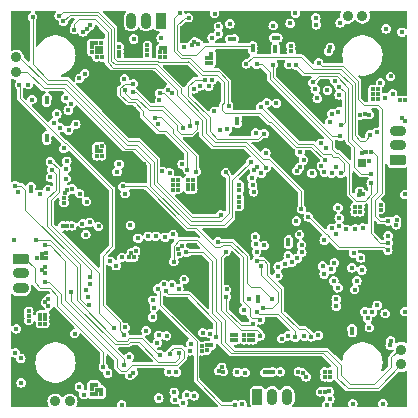
<source format=gbr>
G04 #@! TF.GenerationSoftware,KiCad,Pcbnew,8.0.0-8.0.0-1~ubuntu22.04.1*
G04 #@! TF.CreationDate,2024-03-02T20:13:00+07:00*
G04 #@! TF.ProjectId,FC_ESC_STM32F405RG_26x26,46435f45-5343-45f5-9354-4d3332463430,rev?*
G04 #@! TF.SameCoordinates,Original*
G04 #@! TF.FileFunction,Copper,L5,Inr*
G04 #@! TF.FilePolarity,Positive*
%FSLAX46Y46*%
G04 Gerber Fmt 4.6, Leading zero omitted, Abs format (unit mm)*
G04 Created by KiCad (PCBNEW 8.0.0-8.0.0-1~ubuntu22.04.1) date 2024-03-02 20:13:00*
%MOMM*%
%LPD*%
G01*
G04 APERTURE LIST*
G04 Aperture macros list*
%AMRoundRect*
0 Rectangle with rounded corners*
0 $1 Rounding radius*
0 $2 $3 $4 $5 $6 $7 $8 $9 X,Y pos of 4 corners*
0 Add a 4 corners polygon primitive as box body*
4,1,4,$2,$3,$4,$5,$6,$7,$8,$9,$2,$3,0*
0 Add four circle primitives for the rounded corners*
1,1,$1+$1,$2,$3*
1,1,$1+$1,$4,$5*
1,1,$1+$1,$6,$7*
1,1,$1+$1,$8,$9*
0 Add four rect primitives between the rounded corners*
20,1,$1+$1,$2,$3,$4,$5,0*
20,1,$1+$1,$4,$5,$6,$7,0*
20,1,$1+$1,$6,$7,$8,$9,0*
20,1,$1+$1,$8,$9,$2,$3,0*%
G04 Aperture macros list end*
G04 #@! TA.AperFunction,ComponentPad*
%ADD10C,0.900000*%
G04 #@! TD*
G04 #@! TA.AperFunction,ComponentPad*
%ADD11RoundRect,0.225000X-0.475000X0.225000X-0.475000X-0.225000X0.475000X-0.225000X0.475000X0.225000X0*%
G04 #@! TD*
G04 #@! TA.AperFunction,ComponentPad*
%ADD12O,1.400000X0.900000*%
G04 #@! TD*
G04 #@! TA.AperFunction,ComponentPad*
%ADD13RoundRect,0.225000X0.475000X-0.225000X0.475000X0.225000X-0.475000X0.225000X-0.475000X-0.225000X0*%
G04 #@! TD*
G04 #@! TA.AperFunction,ComponentPad*
%ADD14RoundRect,0.225000X0.225000X0.475000X-0.225000X0.475000X-0.225000X-0.475000X0.225000X-0.475000X0*%
G04 #@! TD*
G04 #@! TA.AperFunction,ComponentPad*
%ADD15O,0.900000X1.400000*%
G04 #@! TD*
G04 #@! TA.AperFunction,ComponentPad*
%ADD16RoundRect,0.225000X-0.225000X-0.475000X0.225000X-0.475000X0.225000X0.475000X-0.225000X0.475000X0*%
G04 #@! TD*
G04 #@! TA.AperFunction,ViaPad*
%ADD17C,0.400000*%
G04 #@! TD*
G04 #@! TA.AperFunction,Conductor*
%ADD18C,0.100000*%
G04 #@! TD*
G04 APERTURE END LIST*
D10*
X203700500Y-96457500D03*
X202450500Y-96457500D03*
X201200500Y-96457500D03*
X231755700Y-92088900D03*
X231755700Y-93338900D03*
X231755700Y-94588900D03*
X199150500Y-68582500D03*
X199150500Y-67332500D03*
X199150500Y-66082500D03*
X227220500Y-63832500D03*
X228470500Y-63832500D03*
X229720500Y-63832500D03*
D11*
X199525500Y-84382500D03*
D12*
X199525500Y-85632500D03*
X199525500Y-86882500D03*
D13*
X231450900Y-76046900D03*
D12*
X231450900Y-74796900D03*
X231450900Y-73546900D03*
D14*
X211400500Y-64232500D03*
D15*
X210150500Y-64232500D03*
X208900500Y-64232500D03*
D16*
X219575500Y-96082500D03*
D15*
X220825500Y-96082500D03*
X222075500Y-96082500D03*
D17*
X229749100Y-70453500D03*
X215680500Y-67412500D03*
X201326500Y-83966300D03*
X206370000Y-66530000D03*
X214900000Y-92180000D03*
X229749100Y-70047100D03*
X201199500Y-89122500D03*
X211359500Y-66897500D03*
X206350000Y-66920000D03*
X215274100Y-67412500D03*
X201199500Y-89503500D03*
X201580500Y-89503500D03*
X205960000Y-66520000D03*
X219208100Y-90875100D03*
X203250000Y-78850000D03*
X225290000Y-93980000D03*
X205980000Y-74890000D03*
X225680000Y-94410000D03*
X219233500Y-91256100D03*
X201580500Y-89884500D03*
X206370000Y-75280000D03*
X205980000Y-75280000D03*
X228640000Y-76460000D03*
X215677500Y-91713300D03*
X229342700Y-70453500D03*
X215271100Y-67811900D03*
X228265400Y-76081000D03*
X228250500Y-80410300D03*
X215677500Y-67811900D03*
X218446100Y-90875100D03*
X227844100Y-80410300D03*
X218446100Y-91256100D03*
X227844100Y-80003900D03*
X200945500Y-84347300D03*
X201840000Y-78520000D03*
X203180000Y-79240000D03*
X201707500Y-84347300D03*
X218827100Y-90875100D03*
X211359500Y-67303900D03*
X201326500Y-84347300D03*
X228250000Y-76450000D03*
X211765900Y-67303900D03*
X211374100Y-66522500D03*
X229342700Y-70047100D03*
X203200000Y-79640000D03*
X228250500Y-80003900D03*
X205560000Y-66870000D03*
X206390000Y-75680000D03*
X203490000Y-78580000D03*
X211765900Y-66897500D03*
X201199500Y-89884500D03*
X211780500Y-66522500D03*
X215271100Y-91713300D03*
X206360000Y-66150000D03*
X215680000Y-67040000D03*
X205970000Y-66910000D03*
X201580500Y-89122500D03*
X225700000Y-93990000D03*
X205560000Y-66140000D03*
X215271100Y-92119700D03*
X229342700Y-70859900D03*
X206380000Y-67310000D03*
X214920000Y-91812500D03*
X206380000Y-74880000D03*
X228640000Y-76091000D03*
X229040000Y-76091000D03*
X205950000Y-66140000D03*
X201707500Y-83940900D03*
X205560000Y-66500000D03*
X229749100Y-70859900D03*
X205990000Y-75680000D03*
X205970000Y-67310000D03*
X225270000Y-94380000D03*
X203890000Y-78490000D03*
X218827100Y-91256100D03*
X205110500Y-79552500D03*
X207860500Y-76392500D03*
X211200500Y-72972500D03*
X205040000Y-82340000D03*
X219570500Y-76632500D03*
X213730500Y-77722500D03*
X214090500Y-78122500D03*
X213730500Y-78522500D03*
X222200500Y-82772500D03*
X214100500Y-78522500D03*
X214090500Y-77722500D03*
X213730500Y-78122500D03*
X222190500Y-83172500D03*
X219310500Y-76872500D03*
X224638692Y-70810000D03*
X228540500Y-78932500D03*
X228250000Y-78660000D03*
X228160000Y-79010000D03*
X230640500Y-82442500D03*
X225500000Y-70130000D03*
X212850500Y-78132500D03*
X217800500Y-90862500D03*
X227620500Y-90652500D03*
X219180500Y-66382500D03*
X217850500Y-72932500D03*
X218050500Y-78132500D03*
X222410500Y-66402500D03*
X230000500Y-79832500D03*
X212400500Y-77732500D03*
X217850500Y-72532500D03*
X225750000Y-66490000D03*
X227580500Y-90302500D03*
X218050500Y-79982500D03*
X221100000Y-66840000D03*
X217800500Y-91262500D03*
X213750500Y-63982500D03*
X212850500Y-77732500D03*
X212400500Y-78532500D03*
X218050500Y-78542500D03*
X217400500Y-90862500D03*
X218050500Y-79202500D03*
X230000500Y-80232500D03*
X217430500Y-91262500D03*
X225600000Y-66820000D03*
X222440500Y-66832500D03*
X212400500Y-78132500D03*
X221100500Y-66482500D03*
X218050500Y-79592500D03*
X219190500Y-66732500D03*
X212850500Y-78532500D03*
X229180000Y-75390000D03*
X228420000Y-75400000D03*
X228796934Y-75366062D03*
X230629200Y-83049501D03*
X222842619Y-67990856D03*
X224467556Y-70032925D03*
X229287385Y-88915222D03*
X221183613Y-71228771D03*
X228220000Y-72230000D03*
X228660000Y-72170000D03*
X229030000Y-72180000D03*
X232030000Y-88860000D03*
X230344651Y-70759214D03*
X222240000Y-67950000D03*
X230390000Y-89030000D03*
X231820000Y-65200000D03*
X219430000Y-83150000D03*
X218280000Y-96720000D03*
X200230000Y-89240000D03*
X231354025Y-81098363D03*
X206350500Y-95872500D03*
X230820000Y-91700000D03*
X224910000Y-95650000D03*
X223140000Y-76640000D03*
X208690500Y-84272500D03*
X200420500Y-78692500D03*
X208790000Y-94280000D03*
X205950500Y-95052500D03*
X219600000Y-87600000D03*
X204810500Y-65182500D03*
X212040500Y-70072500D03*
X200410500Y-78292500D03*
X219600000Y-87960000D03*
X201760500Y-70762500D03*
X208900500Y-83902500D03*
X231350000Y-81510000D03*
X201755417Y-73959186D03*
X200220000Y-88840000D03*
X206370500Y-95462500D03*
X230860000Y-91330000D03*
X205390000Y-64620000D03*
X221300500Y-65682500D03*
X209070000Y-94030000D03*
X205540500Y-95052500D03*
X200230000Y-89620000D03*
X201750500Y-74342500D03*
X212320500Y-70322500D03*
X209270500Y-83722500D03*
X217240500Y-65792500D03*
X222930000Y-76930000D03*
X205560500Y-95862500D03*
X232030000Y-70970000D03*
X220950500Y-65682500D03*
X217620000Y-65790000D03*
X205110000Y-64910000D03*
X225280000Y-95640000D03*
X205960500Y-95462500D03*
X209110500Y-84262500D03*
X231650000Y-70980000D03*
X205560500Y-95452500D03*
X201720000Y-71160000D03*
X205950500Y-95872500D03*
X225640000Y-95620000D03*
X226240000Y-88413503D03*
X216320000Y-93870000D03*
X214210500Y-95992500D03*
X216690000Y-93940000D03*
X216550000Y-93580000D03*
X213289900Y-96573300D03*
X224734811Y-90858673D03*
X220550000Y-94010000D03*
X226400000Y-86840000D03*
X220860000Y-93960000D03*
X220190000Y-94020000D03*
X212527900Y-95701100D03*
X211230000Y-96180000D03*
X226240000Y-87810000D03*
X223399100Y-94050100D03*
X223043500Y-93948500D03*
X225090000Y-84980000D03*
X206900000Y-94070000D03*
X223690000Y-94380000D03*
X226040000Y-86260000D03*
X204860000Y-95900000D03*
X203866500Y-81604100D03*
X206530000Y-93570000D03*
X203104500Y-81604100D03*
X203485500Y-81604100D03*
X205310000Y-88270000D03*
X199050500Y-78195002D03*
X201326500Y-85337900D03*
X208380000Y-90210000D03*
X201580500Y-85591900D03*
X199280000Y-78760000D03*
X201580500Y-85058500D03*
X207420000Y-90240000D03*
X202040000Y-76170000D03*
X201885300Y-88360500D03*
X200183500Y-69640700D03*
X201885300Y-87801700D03*
X201631300Y-88081100D03*
X210706943Y-89325243D03*
X208302816Y-90865070D03*
X199430000Y-69640000D03*
X214570500Y-66172500D03*
X214030000Y-66320000D03*
X214240000Y-66030000D03*
X203820500Y-71252500D03*
X215950000Y-63630000D03*
X204503944Y-69118460D03*
X204200000Y-73010000D03*
X210267300Y-66719700D03*
X216260000Y-65350000D03*
X210267300Y-67126100D03*
X210267300Y-66313300D03*
X203560500Y-71802500D03*
X222340000Y-64440000D03*
X224570000Y-64590000D03*
X207854300Y-66846700D03*
X203190000Y-75050000D03*
X207854300Y-66440300D03*
X207854300Y-67202300D03*
X224515316Y-63988478D03*
X203590000Y-73507500D03*
X202790500Y-63802500D03*
X225296855Y-76020067D03*
X224149529Y-91005850D03*
X219508651Y-84556716D03*
X219500000Y-83820000D03*
X220290000Y-75420000D03*
X212890000Y-83590000D03*
X231830000Y-72490000D03*
X232050000Y-72760000D03*
X213150000Y-83320000D03*
X212940000Y-83950000D03*
X212070000Y-93970000D03*
X227100059Y-81895200D03*
X212700500Y-93982500D03*
X228515870Y-81786941D03*
X231030000Y-70410000D03*
X226500500Y-81632500D03*
X226210000Y-76610000D03*
X229994371Y-69495139D03*
X204070500Y-64982500D03*
X220320000Y-76670000D03*
X225230000Y-85680000D03*
X225470000Y-96770000D03*
X225820000Y-85290000D03*
X230200000Y-96680000D03*
X227805287Y-87001096D03*
X199167500Y-90327401D03*
X226210000Y-82320000D03*
X199548500Y-92827400D03*
X226091500Y-84732400D03*
X225700000Y-96260000D03*
X227570000Y-85160000D03*
X227653600Y-96666300D03*
X228420000Y-85340000D03*
X199070000Y-92360000D03*
X222180500Y-84162500D03*
X225390000Y-75050000D03*
X219850000Y-71510000D03*
X226650000Y-77170000D03*
X220920000Y-64650000D03*
X230470000Y-64920000D03*
X223300500Y-80172500D03*
X203140500Y-64302500D03*
X220156350Y-83258750D03*
X219400000Y-82540000D03*
X226580500Y-64422500D03*
X212502500Y-84626700D03*
X213570500Y-83852500D03*
X211520500Y-76982500D03*
X212150500Y-77092500D03*
X219010000Y-76200000D03*
X216880500Y-77082500D03*
X216470500Y-80672500D03*
X200540500Y-63912500D03*
X223309074Y-83203926D03*
X224990119Y-76539806D03*
X229710000Y-88320000D03*
X222880500Y-81192500D03*
X225880053Y-81814081D03*
X230620000Y-83660000D03*
X223880000Y-80850000D03*
X225232900Y-82807700D03*
X232040000Y-78950000D03*
X213380000Y-86140000D03*
X223130000Y-82330000D03*
X211140000Y-86940000D03*
X217676114Y-96731841D03*
X211873407Y-87135155D03*
X216080000Y-91030000D03*
X212558800Y-96319200D03*
X215540000Y-90740000D03*
X218410500Y-88752500D03*
X208080000Y-96770000D03*
X219830000Y-89560000D03*
X208176581Y-78263369D03*
X211090000Y-91510000D03*
X210850000Y-88520000D03*
X198940000Y-82840000D03*
X207690000Y-77020000D03*
X206125500Y-81657500D03*
X208374480Y-78880382D03*
X204530000Y-78870000D03*
X211883000Y-90925900D03*
X210723561Y-87907659D03*
X202040000Y-77510000D03*
X205371316Y-81310574D03*
X202337324Y-72881397D03*
X204760500Y-81412500D03*
X217043145Y-73425068D03*
X218890000Y-87780000D03*
X217140000Y-71450000D03*
X213000000Y-63600000D03*
X215460000Y-69780000D03*
X216448604Y-73528685D03*
X215940000Y-71890000D03*
X216270000Y-64720000D03*
X214204300Y-69996300D03*
X222800000Y-63590000D03*
X229720000Y-73680000D03*
X225253300Y-77082900D03*
X221615500Y-91147500D03*
X211206522Y-90866801D03*
X223328116Y-83852728D03*
X210160000Y-90470000D03*
X219106219Y-77530760D03*
X223180000Y-75390000D03*
X224930500Y-74622500D03*
X219250000Y-78730000D03*
X219167868Y-78131608D03*
X223480000Y-76030000D03*
X219883524Y-77161607D03*
X225850500Y-72112500D03*
X225710000Y-72810000D03*
X224200500Y-77152500D03*
X221310000Y-85820000D03*
X212920000Y-86920000D03*
X221881338Y-84808000D03*
X213890000Y-92190000D03*
X222480290Y-84700552D03*
X212338262Y-86616816D03*
X214930000Y-90650000D03*
X222967268Y-84337091D03*
X230850000Y-68960000D03*
X217250000Y-64500000D03*
X216220500Y-82932500D03*
X220800000Y-87810000D03*
X219810061Y-90918196D03*
X216900000Y-83790000D03*
X220050000Y-88530000D03*
X219902717Y-85014462D03*
X219510000Y-88870000D03*
X222765384Y-91037600D03*
X219170000Y-89890000D03*
X216950500Y-87592500D03*
X223550500Y-90932500D03*
X216961674Y-86989101D03*
X212440000Y-82330000D03*
X208069405Y-84275200D03*
X211765900Y-82569300D03*
X205440000Y-86560000D03*
X210970000Y-82470000D03*
X207610000Y-84980000D03*
X205060000Y-87070000D03*
X210330000Y-82480000D03*
X207130000Y-84610000D03*
X209470000Y-82650000D03*
X205236589Y-87670475D03*
X208830500Y-81542500D03*
X214380500Y-77012500D03*
X210911500Y-72441500D03*
X213650500Y-76852500D03*
X209060000Y-69590000D03*
X213200500Y-76382500D03*
X211280000Y-70990000D03*
X209020000Y-70260000D03*
X213280500Y-73312500D03*
X213870000Y-73170000D03*
X211300000Y-70380000D03*
X214440500Y-72892500D03*
X208380000Y-70110000D03*
X230650500Y-81212500D03*
X224770000Y-67820000D03*
X229200313Y-78002858D03*
X219500000Y-67930000D03*
X204500000Y-95220000D03*
X201140000Y-78920000D03*
X200800000Y-82830000D03*
X211330000Y-92520000D03*
X229190000Y-77200000D03*
X224270500Y-69462500D03*
X229120000Y-73880000D03*
X218650000Y-67880000D03*
X208270000Y-93350000D03*
X201600500Y-83256198D03*
X201550000Y-86350000D03*
X212172300Y-92475300D03*
X220360000Y-71180000D03*
X226110000Y-69310000D03*
X215750000Y-69250000D03*
X220900000Y-67950000D03*
X226600500Y-74032500D03*
X208740000Y-92690000D03*
X204100000Y-90720000D03*
X203780000Y-87170000D03*
X212910608Y-92401016D03*
X228900000Y-89440000D03*
X213590500Y-95902500D03*
X228320471Y-84320399D03*
X217870000Y-94010000D03*
X215740500Y-65682500D03*
X203360500Y-70792500D03*
X213347258Y-66489272D03*
X203430500Y-76122500D03*
X218530000Y-94030000D03*
X228685156Y-88876035D03*
X221526356Y-93968263D03*
X227715299Y-83919381D03*
X202596500Y-72129900D03*
X211420500Y-65692500D03*
X209100500Y-65783000D03*
X203370500Y-76762500D03*
X229050000Y-90220000D03*
X228000000Y-86250000D03*
X222173789Y-90918308D03*
X227869500Y-81858100D03*
X204950500Y-68712500D03*
X202870000Y-73280000D03*
X208313763Y-69147381D03*
X203370500Y-77602500D03*
X226440500Y-71952500D03*
X219420000Y-73740000D03*
X226497852Y-80958439D03*
X226400000Y-80060000D03*
X226670000Y-73070000D03*
X226490000Y-69820000D03*
X225862900Y-77159100D03*
X226500000Y-70510000D03*
X200490500Y-70912500D03*
X214755395Y-69750315D03*
X220130500Y-73802500D03*
X215124850Y-69271277D03*
X223240000Y-73450000D03*
X215290000Y-77630000D03*
X206490000Y-79480000D03*
X204520000Y-81990000D03*
X217830000Y-69710000D03*
X231500000Y-77300000D03*
X228500000Y-73980000D03*
X208430000Y-87740000D03*
X214530000Y-89140000D03*
X215820000Y-75720000D03*
X228140000Y-78060000D03*
X220200000Y-80190000D03*
X223630000Y-73430000D03*
X200250000Y-96750000D03*
X230710000Y-63600000D03*
X231180000Y-64900000D03*
X226000000Y-64100000D03*
X220600000Y-80190000D03*
X225990000Y-79480000D03*
X217000000Y-84430000D03*
X220720000Y-77190000D03*
X208980000Y-82180000D03*
X218130000Y-69950000D03*
X215840000Y-80070000D03*
X228220000Y-73740000D03*
X215130000Y-65720000D03*
X225570000Y-81100000D03*
X210050000Y-70020000D03*
X204210000Y-82210000D03*
X216690000Y-79720000D03*
X209230000Y-76270000D03*
X218160000Y-70330000D03*
X206180000Y-79660000D03*
X207590000Y-87330000D03*
X213240000Y-69390000D03*
X202470000Y-75130000D03*
X214900000Y-77630000D03*
X221490000Y-74830000D03*
X220000000Y-74550000D03*
X217610000Y-92870000D03*
X228550000Y-78040000D03*
X209130000Y-73900000D03*
X210050000Y-69620000D03*
X221620000Y-74500000D03*
X209960000Y-76410000D03*
X223840000Y-73770000D03*
X213250000Y-69020000D03*
X221900000Y-93240000D03*
X209150000Y-72120000D03*
X209610000Y-76410000D03*
X208010000Y-87330000D03*
X221010000Y-80190000D03*
X216680000Y-80040000D03*
X213340000Y-93720000D03*
X208020000Y-86910000D03*
X225440000Y-80730000D03*
X210040000Y-70430000D03*
X228320000Y-77850000D03*
X215920000Y-79690000D03*
X200260000Y-96310000D03*
X215950000Y-70270000D03*
X222090000Y-88010000D03*
X213110000Y-89300000D03*
X198970000Y-64940000D03*
X223440000Y-73780000D03*
X224020000Y-73430000D03*
X225940000Y-81190000D03*
X217600000Y-93180000D03*
X221000000Y-79790000D03*
X231900000Y-77700000D03*
X218470000Y-89400000D03*
X222090000Y-87610000D03*
X222080000Y-63600000D03*
X200260000Y-95860000D03*
X232060000Y-90640000D03*
X204460000Y-82550000D03*
X220600000Y-80600000D03*
X222330000Y-92860000D03*
X220190000Y-80600000D03*
X214310000Y-83240000D03*
X208630000Y-66410000D03*
X199790000Y-64960000D03*
X206480000Y-79870000D03*
X231140000Y-95430000D03*
X231950000Y-95410000D03*
X204060000Y-82560000D03*
X216310000Y-79710000D03*
X226440000Y-74640000D03*
X231500000Y-77700000D03*
X221010000Y-80610000D03*
X226170000Y-63720000D03*
X205510000Y-77630000D03*
X231550000Y-95420000D03*
X217810000Y-70110000D03*
X208760000Y-73910000D03*
X210470000Y-69620000D03*
X221540000Y-92940000D03*
X205110000Y-77640000D03*
X203710000Y-82400000D03*
X208750000Y-72120000D03*
X216250000Y-80060000D03*
X209040000Y-67240000D03*
X228560000Y-73620000D03*
X205100000Y-78030000D03*
X213560000Y-69210000D03*
X213910000Y-94030000D03*
X205520000Y-78040000D03*
X215680000Y-77620000D03*
X213990000Y-83400000D03*
X221940000Y-92850000D03*
X208430000Y-87330000D03*
X230710000Y-64030000D03*
X220600000Y-79780000D03*
X226460000Y-75000000D03*
X228560000Y-73230000D03*
X208940000Y-92050000D03*
X232050000Y-91160000D03*
X219790000Y-74860000D03*
X213730000Y-93680000D03*
X208600000Y-67210000D03*
X231900000Y-77300000D03*
X199380000Y-64950000D03*
X220200000Y-79780000D03*
X208750000Y-71720000D03*
X208600000Y-66810000D03*
X207580000Y-87740000D03*
X209160000Y-71720000D03*
X208440000Y-86910000D03*
X207600000Y-86900000D03*
X223800000Y-82840000D03*
X228970000Y-73260000D03*
X207990000Y-87750000D03*
X202110000Y-75260000D03*
X199580000Y-94900000D03*
X221333315Y-85060756D03*
X202160000Y-76900000D03*
X205430000Y-85940000D03*
X213927677Y-91572588D03*
X211658182Y-86570800D03*
D18*
X212810000Y-64580000D02*
X213407500Y-63982500D01*
X215143975Y-66382500D02*
X214406475Y-67120000D01*
X214406475Y-67120000D02*
X213220000Y-67120000D01*
X219180500Y-66382500D02*
X215143975Y-66382500D01*
X219190500Y-66392500D02*
X219180500Y-66382500D01*
X219190500Y-66732500D02*
X219190500Y-66392500D01*
X212810000Y-66710000D02*
X212810000Y-64580000D01*
X213407500Y-63982500D02*
X213750500Y-63982500D01*
X213220000Y-67120000D02*
X212810000Y-66710000D01*
X222874263Y-68022500D02*
X222927011Y-68022500D01*
X229170000Y-82240000D02*
X229170000Y-79275000D01*
X230629200Y-83049501D02*
X229979501Y-83049501D01*
X229380000Y-75390000D02*
X229180000Y-75390000D01*
X229700000Y-75710000D02*
X229380000Y-75390000D01*
X228696062Y-75366062D02*
X228796934Y-75366062D01*
X227550000Y-69718528D02*
X227550000Y-74220000D01*
X229979501Y-83049501D02*
X229170000Y-82240000D01*
X227550000Y-74220000D02*
X228696062Y-75366062D01*
X229170000Y-79275000D02*
X229700000Y-78745000D01*
X222842619Y-67990856D02*
X222874263Y-68022500D01*
X226481472Y-68650000D02*
X227550000Y-69718528D01*
X229700000Y-78745000D02*
X229700000Y-75710000D01*
X222842619Y-67990856D02*
X223501763Y-68650000D01*
X223501763Y-68650000D02*
X226481472Y-68650000D01*
X202640000Y-87530000D02*
X201980000Y-86870000D01*
X206530000Y-93570000D02*
X206530000Y-92250000D01*
X201980000Y-86870000D02*
X201200000Y-86870000D01*
X199932500Y-84382500D02*
X199525500Y-84382500D01*
X202640000Y-88360000D02*
X202640000Y-87530000D01*
X200730000Y-85180000D02*
X199932500Y-84382500D01*
X206530000Y-92250000D02*
X202640000Y-88360000D01*
X201200000Y-86870000D02*
X200730000Y-86400000D01*
X200730000Y-86400000D02*
X200730000Y-85180000D01*
X199555002Y-78195002D02*
X199050500Y-78195002D01*
X205310000Y-88270000D02*
X205054264Y-88270000D01*
X199931500Y-80225764D02*
X199931500Y-78571500D01*
X205054264Y-88270000D02*
X204580000Y-87795736D01*
X199931500Y-78571500D02*
X199555002Y-78195002D01*
X204580000Y-87795736D02*
X204580000Y-84874264D01*
X204580000Y-84874264D02*
X199931500Y-80225764D01*
X202040000Y-76170000D02*
X202130000Y-76170000D01*
X202780000Y-76820000D02*
X202780000Y-78740000D01*
X202130000Y-76170000D02*
X202780000Y-76820000D01*
X206150000Y-88970000D02*
X207383140Y-90203140D01*
X206150000Y-85580000D02*
X206150000Y-88970000D01*
X202090000Y-81520000D02*
X206150000Y-85580000D01*
X202090000Y-79430000D02*
X202090000Y-81520000D01*
X202780000Y-78740000D02*
X202090000Y-79430000D01*
X207383140Y-90203140D02*
X207383140Y-90297412D01*
X207280000Y-83330000D02*
X206463811Y-84146189D01*
X207280000Y-78497947D02*
X207280000Y-83330000D01*
X206463811Y-88313811D02*
X207901000Y-89751000D01*
X199430000Y-69640000D02*
X199446900Y-69656900D01*
X207901000Y-90463254D02*
X208302816Y-90865070D01*
X199446900Y-69656900D02*
X199446900Y-70776900D01*
X199446900Y-70776900D02*
X203266000Y-74596000D01*
X206463811Y-84146189D02*
X206463811Y-88313811D01*
X203266000Y-74596000D02*
X203378053Y-74596000D01*
X207901000Y-89751000D02*
X207901000Y-90463254D01*
X203378053Y-74596000D02*
X207280000Y-78497947D01*
X216730000Y-69394264D02*
X216145736Y-68810000D01*
X220750000Y-72820000D02*
X220580000Y-72820000D01*
X213686100Y-67703900D02*
X211193814Y-67703900D01*
X217652091Y-72053500D02*
X217645591Y-72060000D01*
X216145736Y-68810000D02*
X214860000Y-68810000D01*
X214860000Y-68810000D02*
X213720000Y-67670000D01*
X225296855Y-76020067D02*
X225260067Y-76020067D01*
X207454300Y-67404300D02*
X207454300Y-64814209D01*
X216581500Y-71801500D02*
X216581500Y-71324091D01*
X207454300Y-64814209D02*
X206102591Y-63462500D01*
X216730000Y-71175591D02*
X216730000Y-69394264D01*
X222825173Y-74895173D02*
X220750000Y-72820000D01*
X207720000Y-67670000D02*
X207454300Y-67404300D01*
X203130500Y-63462500D02*
X202790500Y-63802500D01*
X224135173Y-74895173D02*
X222825173Y-74895173D01*
X217645591Y-72060000D02*
X216840000Y-72060000D01*
X219813500Y-72053500D02*
X217652091Y-72053500D01*
X216840000Y-72060000D02*
X216581500Y-71801500D01*
X213720000Y-67670000D02*
X213686100Y-67703900D01*
X206102591Y-63462500D02*
X203130500Y-63462500D01*
X220580000Y-72820000D02*
X219813500Y-72053500D01*
X211159914Y-67670000D02*
X207720000Y-67670000D01*
X216581500Y-71324091D02*
X216730000Y-71175591D01*
X225260067Y-76020067D02*
X224135173Y-74895173D01*
X211193814Y-67703900D02*
X211159914Y-67670000D01*
X219529905Y-84535462D02*
X220101126Y-84535462D01*
X219508651Y-84556716D02*
X219529905Y-84535462D01*
X224149529Y-90854120D02*
X224149529Y-91005850D01*
X223646529Y-90351120D02*
X224149529Y-90854120D01*
X221580000Y-86940000D02*
X221580000Y-88865736D01*
X220420500Y-84854836D02*
X220420500Y-85780500D01*
X220420500Y-85780500D02*
X221580000Y-86940000D01*
X223065384Y-90351120D02*
X223646529Y-90351120D01*
X220101126Y-84535462D02*
X220420500Y-84854836D01*
X221580000Y-88865736D02*
X223065384Y-90351120D01*
X204070500Y-64549500D02*
X204070500Y-64982500D01*
X220320000Y-76642000D02*
X218499500Y-74821500D01*
X204490000Y-64130000D02*
X204070500Y-64549500D01*
X205810000Y-64130000D02*
X204490000Y-64130000D01*
X214919500Y-72679500D02*
X212799500Y-70559500D01*
X214919500Y-73929500D02*
X214919500Y-72679500D01*
X207338579Y-68200000D02*
X206890000Y-67751421D01*
X220348000Y-76670000D02*
X220320000Y-76670000D01*
X212799500Y-70089500D02*
X210910000Y-68200000D01*
X210910000Y-68200000D02*
X207338579Y-68200000D01*
X206890000Y-65210000D02*
X205810000Y-64130000D01*
X218499500Y-74821500D02*
X215811500Y-74821500D01*
X206890000Y-67751421D02*
X206890000Y-65210000D01*
X212799500Y-70559500D02*
X212799500Y-70089500D01*
X220320000Y-76670000D02*
X220320000Y-76642000D01*
X215811500Y-74821500D02*
X214919500Y-73929500D01*
X226900000Y-76314264D02*
X226900000Y-76920000D01*
X226900000Y-76920000D02*
X226650000Y-77170000D01*
X225771067Y-75541067D02*
X226009000Y-75779000D01*
X222999437Y-74645173D02*
X224255173Y-74645173D01*
X226009000Y-75779000D02*
X226364736Y-75779000D01*
X220804264Y-72450000D02*
X222999437Y-74645173D01*
X224255173Y-74645173D02*
X225151067Y-75541067D01*
X220790000Y-72450000D02*
X220804264Y-72450000D01*
X225151067Y-75541067D02*
X225771067Y-75541067D01*
X226364736Y-75779000D02*
X226900000Y-76314264D01*
X219850000Y-71510000D02*
X220790000Y-72450000D01*
X226600404Y-77170000D02*
X226605398Y-77165006D01*
X226650000Y-77170000D02*
X226600404Y-77170000D01*
X215219500Y-72519500D02*
X213099500Y-70399500D01*
X215219500Y-73779500D02*
X215219500Y-72519500D01*
X213099500Y-69965236D02*
X211074264Y-67940000D01*
X220530000Y-75910000D02*
X220012264Y-75910000D01*
X211074264Y-67940000D02*
X207510000Y-67940000D01*
X203680500Y-63762500D02*
X203140500Y-64302500D01*
X207180000Y-64964173D02*
X205978327Y-63762500D01*
X207510000Y-67940000D02*
X207180000Y-67610000D01*
X215961500Y-74521500D02*
X215219500Y-73779500D01*
X207180000Y-67610000D02*
X207180000Y-64964173D01*
X205978327Y-63762500D02*
X203680500Y-63762500D01*
X213099500Y-70399500D02*
X213099500Y-69965236D01*
X223300500Y-78680500D02*
X220530000Y-75910000D01*
X220012264Y-75910000D02*
X218623764Y-74521500D01*
X218623764Y-74521500D02*
X215961500Y-74521500D01*
X223300500Y-80172500D02*
X223300500Y-78680500D01*
X216860000Y-89600000D02*
X216070000Y-88810000D01*
X212490000Y-84614200D02*
X212502500Y-84626700D01*
X229450000Y-95010000D02*
X227420000Y-95010000D01*
X231581100Y-92088900D02*
X230920000Y-92750000D01*
X212950000Y-82840000D02*
X212490000Y-83300000D01*
X216070000Y-84434314D02*
X214475686Y-82840000D01*
X216860000Y-91440000D02*
X216860000Y-89600000D01*
X212490000Y-83300000D02*
X212490000Y-84614200D01*
X216070000Y-88810000D02*
X216070000Y-84434314D01*
X217580000Y-92160000D02*
X216860000Y-91440000D01*
X225430000Y-92160000D02*
X217580000Y-92160000D01*
X230920000Y-93540000D02*
X229450000Y-95010000D01*
X214475686Y-82840000D02*
X212950000Y-82840000D01*
X226660000Y-93390000D02*
X225430000Y-92160000D01*
X231755700Y-92088900D02*
X231581100Y-92088900D01*
X227420000Y-95010000D02*
X226660000Y-94250000D01*
X226660000Y-94250000D02*
X226660000Y-93390000D01*
X230920000Y-92750000D02*
X230920000Y-93540000D01*
X225150000Y-92400000D02*
X226330000Y-93580000D01*
X226330000Y-93580000D02*
X226330000Y-94460000D01*
X217370000Y-92400000D02*
X225150000Y-92400000D01*
X215750000Y-88990000D02*
X216500000Y-89740000D01*
X215750000Y-84610000D02*
X215750000Y-88990000D01*
X216500000Y-91530000D02*
X217370000Y-92400000D01*
X213570500Y-83852500D02*
X214992500Y-83852500D01*
X229754600Y-95340000D02*
X231755700Y-93338900D01*
X214992500Y-83852500D02*
X215750000Y-84610000D01*
X226330000Y-94460000D02*
X227210000Y-95340000D01*
X216500000Y-89740000D02*
X216500000Y-91530000D01*
X227210000Y-95340000D02*
X229754600Y-95340000D01*
X208340000Y-75060000D02*
X203240000Y-69960000D01*
X201480000Y-69960000D02*
X200102500Y-68582500D01*
X216142500Y-81552500D02*
X213842500Y-81552500D01*
X216150000Y-81560000D02*
X216142500Y-81552500D01*
X213842500Y-81552500D02*
X210490000Y-78200000D01*
X217450000Y-80860000D02*
X216750000Y-81560000D01*
X203240000Y-69960000D02*
X201480000Y-69960000D01*
X210490000Y-76360000D02*
X209190000Y-75060000D01*
X209190000Y-75060000D02*
X208340000Y-75060000D01*
X217450000Y-77760000D02*
X217450000Y-80860000D01*
X200102500Y-68582500D02*
X199150500Y-68582500D01*
X210490000Y-78200000D02*
X210490000Y-76360000D01*
X216750000Y-81560000D02*
X216150000Y-81560000D01*
X219010000Y-76200000D02*
X217450000Y-77760000D01*
X217150000Y-80558686D02*
X216518686Y-81190000D01*
X213955000Y-81190000D02*
X210800000Y-78035000D01*
X201720000Y-69630000D02*
X199480500Y-67390500D01*
X216518686Y-81190000D02*
X213955000Y-81190000D01*
X199480500Y-67390500D02*
X199150500Y-67390500D01*
X210800000Y-78035000D02*
X210800000Y-76160000D01*
X217150000Y-77352000D02*
X217150000Y-80558686D01*
X210800000Y-76160000D02*
X209360000Y-74720000D01*
X209360000Y-74720000D02*
X208500000Y-74720000D01*
X208500000Y-74720000D02*
X203410000Y-69630000D01*
X216880500Y-77082500D02*
X217150000Y-77352000D01*
X203410000Y-69630000D02*
X201720000Y-69630000D01*
X216470500Y-80672500D02*
X216290500Y-80852500D01*
X208643381Y-74429000D02*
X203464381Y-69250000D01*
X203464381Y-69250000D02*
X201858528Y-69250000D01*
X211041500Y-77850909D02*
X211041500Y-75931500D01*
X201858528Y-69250000D02*
X200540500Y-67931972D01*
X200540500Y-67931972D02*
X200540500Y-63912500D01*
X216290500Y-80852500D02*
X214043091Y-80852500D01*
X209539000Y-74429000D02*
X208643381Y-74429000D01*
X214043091Y-80852500D02*
X211041500Y-77850909D01*
X211041500Y-75931500D02*
X209539000Y-74429000D01*
X225418700Y-82328700D02*
X225431309Y-82328700D01*
X230562290Y-83660000D02*
X230620000Y-83660000D01*
X225711900Y-82609291D02*
X225711900Y-82621900D01*
X225431309Y-82328700D02*
X225711900Y-82609291D01*
X230272290Y-83370000D02*
X230562290Y-83660000D01*
X225711900Y-82621900D02*
X226460000Y-83370000D01*
X223880000Y-80850000D02*
X223940000Y-80850000D01*
X226460000Y-83370000D02*
X230272290Y-83370000D01*
X223940000Y-80850000D02*
X225418700Y-82328700D01*
X214421000Y-91388502D02*
X214421000Y-94631000D01*
X214421000Y-94631000D02*
X216521841Y-96731841D01*
X211310000Y-88277502D02*
X214421000Y-91388502D01*
X216521841Y-96731841D02*
X217676114Y-96731841D01*
X211310000Y-87110000D02*
X211310000Y-88277502D01*
X211140000Y-86940000D02*
X211310000Y-87110000D01*
X212030000Y-87400000D02*
X211873407Y-87243407D01*
X216080000Y-89718528D02*
X213761472Y-87400000D01*
X211873407Y-87135155D02*
X211873407Y-87243407D01*
X216080000Y-91030000D02*
X216080000Y-89718528D01*
X211873407Y-87243407D02*
X211890000Y-87260000D01*
X213761472Y-87400000D02*
X212030000Y-87400000D01*
X219131000Y-89411000D02*
X218920000Y-89200000D01*
X213632500Y-81752500D02*
X210143369Y-78263369D01*
X216441500Y-83411500D02*
X216022091Y-83411500D01*
X216633000Y-83220000D02*
X216441500Y-83411500D01*
X214363091Y-81752500D02*
X213632500Y-81752500D01*
X218920000Y-88584591D02*
X218340000Y-88004591D01*
X219830000Y-89560000D02*
X219681000Y-89411000D01*
X216022091Y-83411500D02*
X214363091Y-81752500D01*
X210143369Y-78263369D02*
X208176581Y-78263369D01*
X218340000Y-84280000D02*
X217280000Y-83220000D01*
X218920000Y-89200000D02*
X218920000Y-88584591D01*
X217280000Y-83220000D02*
X216633000Y-83220000D01*
X219681000Y-89411000D02*
X219131000Y-89411000D01*
X218340000Y-88004591D02*
X218340000Y-84280000D01*
X212540000Y-64015200D02*
X212955200Y-63600000D01*
X216290000Y-68530000D02*
X214985000Y-68530000D01*
X217060000Y-71370000D02*
X217060000Y-69300000D01*
X217140000Y-71450000D02*
X217060000Y-71370000D01*
X213875000Y-67420000D02*
X213140000Y-67420000D01*
X214985000Y-68530000D02*
X213875000Y-67420000D01*
X212540000Y-66820000D02*
X212540000Y-64015200D01*
X213000000Y-63555200D02*
X213010500Y-63544700D01*
X213000000Y-63600000D02*
X213000000Y-63555200D01*
X212955200Y-63600000D02*
X213000000Y-63600000D01*
X213140000Y-67420000D02*
X212540000Y-66820000D01*
X217060000Y-69300000D02*
X216290000Y-68530000D01*
X219021000Y-86771000D02*
X218680000Y-86430000D01*
X218680000Y-86430000D02*
X218680000Y-84180000D01*
X217432500Y-82932500D02*
X216220500Y-82932500D01*
X220800000Y-87772591D02*
X219798409Y-86771000D01*
X219798409Y-86771000D02*
X219021000Y-86771000D01*
X218680000Y-84180000D02*
X217432500Y-82932500D01*
X220800000Y-87810000D02*
X220800000Y-87772591D01*
X216900000Y-83790000D02*
X216800500Y-83782500D01*
X216471500Y-84218500D02*
X216900000Y-83790000D01*
X219810061Y-90670061D02*
X219536100Y-90396100D01*
X219810061Y-90918196D02*
X219810061Y-90670061D01*
X219536100Y-90396100D02*
X218146100Y-90396100D01*
X218146100Y-90396100D02*
X216471500Y-88721500D01*
X216471500Y-88721500D02*
X216471500Y-84218500D01*
X221280000Y-87174264D02*
X219902717Y-85796981D01*
X221280000Y-88080000D02*
X221280000Y-87174264D01*
X220050000Y-88530000D02*
X220830000Y-88530000D01*
X219902717Y-85796981D02*
X219902717Y-85014462D01*
X220830000Y-88530000D02*
X221280000Y-88080000D01*
X219510000Y-88870000D02*
X219680000Y-89040000D01*
X219680000Y-89040000D02*
X221330000Y-89040000D01*
X221330000Y-89040000D02*
X222765384Y-90475384D01*
X222765384Y-90475384D02*
X222765384Y-91037600D01*
X219030000Y-90030000D02*
X218204264Y-90030000D01*
X216950500Y-88776236D02*
X216950500Y-87592500D01*
X219170000Y-89890000D02*
X219030000Y-90030000D01*
X218204264Y-90030000D02*
X216950500Y-88776236D01*
X210911500Y-72441500D02*
X210983000Y-72370000D01*
X214399500Y-75715764D02*
X214399500Y-76993500D01*
X210983000Y-72370000D02*
X211450000Y-72370000D01*
X214399500Y-77031500D02*
X214380500Y-77012500D01*
X211450000Y-72370000D02*
X212450000Y-73370000D01*
X212450000Y-73766264D02*
X214399500Y-75715764D01*
X214399500Y-77110125D02*
X214399500Y-77031500D01*
X212450000Y-73370000D02*
X212450000Y-73766264D01*
X214399500Y-76993500D02*
X214380500Y-77012500D01*
X214390500Y-77119125D02*
X214399500Y-77110125D01*
X209860000Y-72220000D02*
X211240000Y-73600000D01*
X211858000Y-73600000D02*
X213650500Y-75392500D01*
X213650500Y-75392500D02*
X213650500Y-76852500D01*
X209060000Y-69590000D02*
X208334314Y-69590000D01*
X209170000Y-71150000D02*
X209860000Y-71840000D01*
X209130500Y-69660500D02*
X209060000Y-69590000D01*
X209860000Y-71840000D02*
X209860000Y-72220000D01*
X207980000Y-70510000D02*
X208620000Y-71150000D01*
X208334314Y-69590000D02*
X207980000Y-69944314D01*
X208620000Y-71150000D02*
X209170000Y-71150000D01*
X211240000Y-73600000D02*
X211858000Y-73600000D01*
X209130500Y-69662500D02*
X209130500Y-69660500D01*
X207980000Y-69944314D02*
X207980000Y-70510000D01*
X209020000Y-70260000D02*
X209260000Y-70260000D01*
X208941404Y-70260000D02*
X209020000Y-70260000D01*
X210489358Y-71489358D02*
X211609358Y-71489358D01*
X211609358Y-71489358D02*
X213280500Y-73160500D01*
X209260000Y-70260000D02*
X210489358Y-71489358D01*
X208975267Y-70293863D02*
X208941404Y-70260000D01*
X213280500Y-73160500D02*
X213280500Y-73312500D01*
X213860500Y-72577188D02*
X213860500Y-73132500D01*
X211663312Y-70380000D02*
X213860500Y-72577188D01*
X211300000Y-70380000D02*
X211663312Y-70380000D01*
X212770000Y-73470000D02*
X213112500Y-73812500D01*
X209410000Y-70840000D02*
X210362500Y-71792500D01*
X213112500Y-73812500D02*
X214020500Y-73812500D01*
X208380000Y-70110000D02*
X208380000Y-70380000D01*
X212770000Y-73090000D02*
X212770000Y-73470000D01*
X214020500Y-73812500D02*
X214440500Y-73392500D01*
X208840000Y-70840000D02*
X209410000Y-70840000D01*
X208380000Y-70380000D02*
X208840000Y-70840000D01*
X211472500Y-71792500D02*
X212770000Y-73090000D01*
X210362500Y-71792500D02*
X211472500Y-71792500D01*
X214440500Y-73392500D02*
X214440500Y-72892500D01*
X230130000Y-78820000D02*
X229500000Y-79450000D01*
X229500000Y-79450000D02*
X229500000Y-80790000D01*
X229790000Y-71400000D02*
X230130000Y-71740000D01*
X228100000Y-70870000D02*
X228630000Y-71400000D01*
X225010000Y-68060000D02*
X226820000Y-68060000D01*
X228630000Y-71400000D02*
X229790000Y-71400000D01*
X228100000Y-69340000D02*
X228100000Y-70870000D01*
X229500000Y-80790000D02*
X229922500Y-81212500D01*
X224770000Y-67820000D02*
X225010000Y-68060000D01*
X230130000Y-71740000D02*
X230130000Y-78820000D01*
X226820000Y-68060000D02*
X228100000Y-69340000D01*
X229922500Y-81212500D02*
X230650500Y-81212500D01*
X227961591Y-79489000D02*
X228661409Y-79489000D01*
X219500000Y-67930000D02*
X219950000Y-67930000D01*
X225869000Y-74407578D02*
X225869000Y-75086409D01*
X227370000Y-76360000D02*
X227370000Y-78897409D01*
X229200313Y-78950096D02*
X229200313Y-78002858D01*
X229143251Y-78002858D02*
X229200313Y-78002858D01*
X220600000Y-68580000D02*
X220600000Y-69138578D01*
X227370000Y-78897409D02*
X227961591Y-79489000D01*
X220600000Y-69138578D02*
X225869000Y-74407578D01*
X225869000Y-75086409D02*
X226202591Y-75420000D01*
X219950000Y-67930000D02*
X220600000Y-68580000D01*
X228661409Y-79489000D02*
X229200313Y-78950096D01*
X226202591Y-75420000D02*
X226430000Y-75420000D01*
X226430000Y-75420000D02*
X227370000Y-76360000D01*
X211210000Y-92520000D02*
X211330000Y-92520000D01*
X204280000Y-85050000D02*
X204280000Y-87920000D01*
X208501225Y-91344070D02*
X208735295Y-91110000D01*
X200852802Y-82777198D02*
X202007198Y-82777198D01*
X209800000Y-91110000D02*
X211210000Y-92520000D01*
X208735295Y-91110000D02*
X209800000Y-91110000D01*
X200800000Y-82830000D02*
X200852802Y-82777198D01*
X207704070Y-91344070D02*
X208501225Y-91344070D01*
X202007198Y-82777198D02*
X204280000Y-85050000D01*
X204280000Y-87920000D02*
X207704070Y-91344070D01*
X226275686Y-68910000D02*
X227270000Y-69904314D01*
X228322591Y-77200000D02*
X229190000Y-77200000D01*
X224270500Y-69462500D02*
X224823000Y-68910000D01*
X227750500Y-76627909D02*
X228322591Y-77200000D01*
X227270000Y-74410000D02*
X227750500Y-74890500D01*
X224823000Y-68910000D02*
X226275686Y-68910000D01*
X227750500Y-74890500D02*
X227750500Y-76627909D01*
X227270000Y-69904314D02*
X227270000Y-74410000D01*
X227810000Y-73895686D02*
X227810000Y-69474264D01*
X229120000Y-73925686D02*
X228665686Y-74380000D01*
X226685736Y-68350000D02*
X224310000Y-68350000D01*
X229120000Y-73880000D02*
X229120000Y-73925686D01*
X228665686Y-74380000D02*
X228294314Y-74380000D01*
X224310000Y-68350000D02*
X223271500Y-67311500D01*
X218650000Y-67840000D02*
X218650000Y-67880000D01*
X227810000Y-69474264D02*
X226685736Y-68350000D01*
X228294314Y-74380000D02*
X227810000Y-73895686D01*
X223271500Y-67311500D02*
X219178500Y-67311500D01*
X219178500Y-67311500D02*
X218650000Y-67840000D01*
X208270000Y-92900000D02*
X203260000Y-87890000D01*
X208270000Y-93350000D02*
X208270000Y-92900000D01*
X203260000Y-84540000D02*
X201976198Y-83256198D01*
X203260000Y-87890000D02*
X203260000Y-84540000D01*
X201976198Y-83256198D02*
X201600500Y-83256198D01*
X212770000Y-93400000D02*
X213389608Y-92780392D01*
X208960000Y-93400000D02*
X212770000Y-93400000D01*
X202940000Y-88154264D02*
X207680000Y-92894264D01*
X213109017Y-91922016D02*
X212477984Y-91922016D01*
X207680000Y-93560000D02*
X208000000Y-93880000D01*
X208480000Y-93880000D02*
X208960000Y-93400000D01*
X212477984Y-91922016D02*
X212172300Y-92227700D01*
X213389608Y-92780392D02*
X213389608Y-92202607D01*
X213389608Y-92202607D02*
X213109017Y-91922016D01*
X207680000Y-92894264D02*
X207680000Y-93560000D01*
X212172300Y-92227700D02*
X212172300Y-92475300D01*
X201550000Y-86350000D02*
X201890000Y-86350000D01*
X201890000Y-86350000D02*
X202940000Y-87400000D01*
X208000000Y-93880000D02*
X208480000Y-93880000D01*
X202940000Y-87400000D02*
X202940000Y-88154264D01*
X220900000Y-67950000D02*
X220900000Y-69040000D01*
X225892500Y-74032500D02*
X226600500Y-74032500D01*
X220900000Y-69040000D02*
X225892500Y-74032500D01*
X212570000Y-93100000D02*
X212910608Y-92759392D01*
X208809559Y-91460000D02*
X209560000Y-91460000D01*
X203780000Y-87170000D02*
X203780000Y-87930000D01*
X212910608Y-92759392D02*
X212910608Y-92401016D01*
X208625489Y-91644070D02*
X208809559Y-91460000D01*
X207494070Y-91644070D02*
X208625489Y-91644070D01*
X203780000Y-87930000D02*
X207494070Y-91644070D01*
X209560000Y-91460000D02*
X211200000Y-93100000D01*
X211200000Y-93100000D02*
X212570000Y-93100000D01*
X211460500Y-65762500D02*
X211410500Y-65712500D01*
X226979000Y-70309000D02*
X226490000Y-69820000D01*
X226670000Y-73070000D02*
X226700000Y-73070000D01*
X226700000Y-73070000D02*
X226979000Y-72791000D01*
X226660000Y-73110000D02*
X226670000Y-73100000D01*
X226979000Y-72791000D02*
X226979000Y-70309000D01*
X226670000Y-73100000D02*
X226670000Y-73070000D01*
X220034909Y-73802500D02*
X219615909Y-74221500D01*
X215540000Y-72415736D02*
X213725300Y-70601036D01*
X213725300Y-70601036D02*
X213725300Y-69797891D01*
X215540000Y-73580000D02*
X215540000Y-72415736D01*
X219615909Y-74221500D02*
X216181500Y-74221500D01*
X213725300Y-69797891D02*
X214251914Y-69271277D01*
X214251914Y-69271277D02*
X215124850Y-69271277D01*
X216181500Y-74221500D02*
X215540000Y-73580000D01*
X220130500Y-73802500D02*
X220034909Y-73802500D01*
X202500000Y-77188327D02*
X202500000Y-78570000D01*
X202211673Y-76900000D02*
X202500000Y-77188327D01*
X202500000Y-78570000D02*
X201790000Y-79280000D01*
X201790000Y-81660000D02*
X205507775Y-85377775D01*
X205507775Y-85377775D02*
X205507775Y-85862225D01*
X205507775Y-85862225D02*
X205430000Y-85940000D01*
X201790000Y-79280000D02*
X201790000Y-81660000D01*
G04 #@! TA.AperFunction,Conductor*
G36*
X200545502Y-86573634D02*
G01*
X200563781Y-86588042D01*
X201058103Y-87082364D01*
X201058104Y-87082364D01*
X201058105Y-87082365D01*
X201150171Y-87120500D01*
X201150172Y-87120500D01*
X201249827Y-87120500D01*
X201835231Y-87120500D01*
X201893422Y-87139407D01*
X201905235Y-87149496D01*
X201986678Y-87230939D01*
X202014455Y-87285456D01*
X202004884Y-87345888D01*
X201961619Y-87389153D01*
X201901188Y-87398724D01*
X201885302Y-87396208D01*
X201885300Y-87396208D01*
X201759996Y-87416054D01*
X201759992Y-87416055D01*
X201646959Y-87473649D01*
X201557249Y-87563359D01*
X201498918Y-87677840D01*
X201455655Y-87721103D01*
X201392960Y-87753048D01*
X201303249Y-87842759D01*
X201245655Y-87955792D01*
X201245654Y-87955796D01*
X201230170Y-88053562D01*
X201225808Y-88081100D01*
X201242189Y-88184529D01*
X201245654Y-88206403D01*
X201245655Y-88206407D01*
X201278058Y-88270000D01*
X201303250Y-88319442D01*
X201392958Y-88409150D01*
X201455654Y-88441095D01*
X201498916Y-88484358D01*
X201552836Y-88590181D01*
X201562408Y-88650613D01*
X201534631Y-88705129D01*
X201480116Y-88732907D01*
X201455195Y-88736854D01*
X201455191Y-88736855D01*
X201434944Y-88747172D01*
X201374511Y-88756743D01*
X201345056Y-88747172D01*
X201324808Y-88736855D01*
X201324804Y-88736854D01*
X201199500Y-88717008D01*
X201074196Y-88736854D01*
X201074192Y-88736855D01*
X200961159Y-88794449D01*
X200871449Y-88884159D01*
X200813855Y-88997192D01*
X200813854Y-88997196D01*
X200800319Y-89082652D01*
X200772541Y-89137169D01*
X200718025Y-89164946D01*
X200657593Y-89155374D01*
X200614329Y-89112111D01*
X200595487Y-89075132D01*
X200585915Y-89014700D01*
X200595487Y-88985240D01*
X200605646Y-88965304D01*
X200625492Y-88840000D01*
X200605646Y-88714696D01*
X200548050Y-88601658D01*
X200458342Y-88511950D01*
X200437880Y-88501524D01*
X200345307Y-88454355D01*
X200345304Y-88454354D01*
X200220000Y-88434508D01*
X200094696Y-88454354D01*
X200094692Y-88454355D01*
X199981659Y-88511949D01*
X199891949Y-88601659D01*
X199834355Y-88714692D01*
X199834354Y-88714696D01*
X199814508Y-88839999D01*
X199814508Y-88840000D01*
X199834354Y-88965304D01*
X199854513Y-89004869D01*
X199864084Y-89065301D01*
X199854513Y-89094757D01*
X199844354Y-89114694D01*
X199844354Y-89114695D01*
X199829017Y-89211534D01*
X199824508Y-89240000D01*
X199843226Y-89358185D01*
X199844354Y-89365303D01*
X199844355Y-89365306D01*
X199854418Y-89385057D01*
X199863988Y-89445489D01*
X199854418Y-89474943D01*
X199844355Y-89494693D01*
X199844354Y-89494696D01*
X199824508Y-89619999D01*
X199824508Y-89620000D01*
X199844354Y-89745303D01*
X199844355Y-89745307D01*
X199884632Y-89824354D01*
X199901950Y-89858342D01*
X199991658Y-89948050D01*
X200104696Y-90005646D01*
X200230000Y-90025492D01*
X200355304Y-90005646D01*
X200468342Y-89948050D01*
X200558050Y-89858342D01*
X200615646Y-89745304D01*
X200615647Y-89745291D01*
X200617934Y-89738257D01*
X200653893Y-89688753D01*
X200712082Y-89669840D01*
X200770275Y-89688741D01*
X200806244Y-89738238D01*
X200809873Y-89784326D01*
X200797673Y-89861358D01*
X200794008Y-89884500D01*
X200813195Y-90005646D01*
X200813854Y-90009803D01*
X200813855Y-90009807D01*
X200854237Y-90089060D01*
X200871450Y-90122842D01*
X200961158Y-90212550D01*
X201074196Y-90270146D01*
X201199500Y-90289992D01*
X201324804Y-90270146D01*
X201345052Y-90259829D01*
X201405484Y-90250255D01*
X201434948Y-90259829D01*
X201455196Y-90270146D01*
X201560653Y-90286848D01*
X201580499Y-90289992D01*
X201580499Y-90289991D01*
X201580500Y-90289992D01*
X201705804Y-90270146D01*
X201818842Y-90212550D01*
X201908550Y-90122842D01*
X201966146Y-90009804D01*
X201985992Y-89884500D01*
X201966146Y-89759196D01*
X201959069Y-89745307D01*
X201955829Y-89738948D01*
X201946255Y-89678516D01*
X201955829Y-89649052D01*
X201966144Y-89628807D01*
X201966146Y-89628804D01*
X201985992Y-89503500D01*
X201966146Y-89378196D01*
X201959577Y-89365304D01*
X201955829Y-89357948D01*
X201946255Y-89297516D01*
X201955829Y-89268052D01*
X201962885Y-89254203D01*
X201966146Y-89247804D01*
X201985992Y-89122500D01*
X201984705Y-89114377D01*
X201979348Y-89080550D01*
X201966146Y-88997196D01*
X201966143Y-88997191D01*
X201966143Y-88997189D01*
X201912963Y-88892818D01*
X201903391Y-88832386D01*
X201931168Y-88777870D01*
X201985682Y-88750093D01*
X202010604Y-88746146D01*
X202123642Y-88688550D01*
X202213350Y-88598842D01*
X202257402Y-88512384D01*
X202300665Y-88469122D01*
X202361097Y-88459551D01*
X202415613Y-88487328D01*
X202427264Y-88501524D01*
X202427635Y-88501895D01*
X202427636Y-88501897D01*
X203267633Y-89341894D01*
X204083681Y-90157942D01*
X204111458Y-90212459D01*
X204101887Y-90272891D01*
X204058622Y-90316156D01*
X204029165Y-90325727D01*
X203974696Y-90334354D01*
X203974692Y-90334355D01*
X203861659Y-90391949D01*
X203771949Y-90481659D01*
X203714355Y-90594692D01*
X203714354Y-90594696D01*
X203694999Y-90716903D01*
X203694508Y-90720000D01*
X203697092Y-90736318D01*
X203714354Y-90845303D01*
X203714355Y-90845307D01*
X203755419Y-90925899D01*
X203771950Y-90958342D01*
X203861658Y-91048050D01*
X203974696Y-91105646D01*
X204100000Y-91125492D01*
X204225304Y-91105646D01*
X204338342Y-91048050D01*
X204428050Y-90958342D01*
X204485646Y-90845304D01*
X204494273Y-90790833D01*
X204522049Y-90736319D01*
X204576565Y-90708541D01*
X204636997Y-90718112D01*
X204662057Y-90736318D01*
X206250504Y-92324764D01*
X206278281Y-92379281D01*
X206279500Y-92394768D01*
X206279500Y-93213100D01*
X206260593Y-93271291D01*
X206250504Y-93283103D01*
X206201951Y-93331656D01*
X206201950Y-93331658D01*
X206144355Y-93444692D01*
X206144354Y-93444696D01*
X206125640Y-93562855D01*
X206124508Y-93570000D01*
X206141850Y-93679497D01*
X206144354Y-93695303D01*
X206144355Y-93695307D01*
X206194870Y-93794446D01*
X206201950Y-93808342D01*
X206291658Y-93898050D01*
X206404696Y-93955646D01*
X206412195Y-93956833D01*
X206466710Y-93984607D01*
X206494490Y-94039122D01*
X206494492Y-94062209D01*
X206494508Y-94062209D01*
X206494508Y-94070001D01*
X206500496Y-94107807D01*
X206513895Y-94192409D01*
X206514354Y-94195303D01*
X206514355Y-94195307D01*
X206553648Y-94272422D01*
X206571950Y-94308342D01*
X206661658Y-94398050D01*
X206774696Y-94455646D01*
X206900000Y-94475492D01*
X207025304Y-94455646D01*
X207138342Y-94398050D01*
X207228050Y-94308342D01*
X207285646Y-94195304D01*
X207305492Y-94070000D01*
X207285646Y-93944696D01*
X207228050Y-93831658D01*
X207138342Y-93741950D01*
X207105288Y-93725108D01*
X207025307Y-93684355D01*
X207025304Y-93684354D01*
X207017801Y-93683165D01*
X206963285Y-93655388D01*
X206935508Y-93600872D01*
X206935509Y-93577792D01*
X206935492Y-93577792D01*
X206935492Y-93569999D01*
X206926016Y-93510172D01*
X206915646Y-93444696D01*
X206858050Y-93331658D01*
X206858048Y-93331656D01*
X206809496Y-93283103D01*
X206781719Y-93228586D01*
X206780500Y-93213100D01*
X206780500Y-92588033D01*
X206799407Y-92529842D01*
X206848907Y-92493878D01*
X206910093Y-92493878D01*
X206949504Y-92518029D01*
X207400504Y-92969029D01*
X207428281Y-93023546D01*
X207429500Y-93039033D01*
X207429500Y-93609828D01*
X207467635Y-93701896D01*
X207787635Y-94021897D01*
X207858103Y-94092364D01*
X207950171Y-94130500D01*
X207950172Y-94130500D01*
X208292272Y-94130500D01*
X208350463Y-94149407D01*
X208386427Y-94198907D01*
X208390053Y-94244986D01*
X208386354Y-94268342D01*
X208384508Y-94280000D01*
X208398468Y-94368144D01*
X208404354Y-94405303D01*
X208404355Y-94405307D01*
X208449806Y-94494508D01*
X208461950Y-94518342D01*
X208551658Y-94608050D01*
X208664696Y-94665646D01*
X208790000Y-94685492D01*
X208915304Y-94665646D01*
X209028342Y-94608050D01*
X209118050Y-94518342D01*
X209147033Y-94461458D01*
X209190296Y-94418196D01*
X209195299Y-94415646D01*
X209195304Y-94415646D01*
X209308342Y-94358050D01*
X209398050Y-94268342D01*
X209455646Y-94155304D01*
X209475492Y-94030000D01*
X209455646Y-93904696D01*
X209399469Y-93794444D01*
X209389898Y-93734014D01*
X209417675Y-93679497D01*
X209472191Y-93651719D01*
X209487679Y-93650500D01*
X211621749Y-93650500D01*
X211679940Y-93669407D01*
X211715904Y-93718907D01*
X211715904Y-93780093D01*
X211709958Y-93794446D01*
X211684355Y-93844692D01*
X211684354Y-93844696D01*
X211666386Y-93958145D01*
X211664508Y-93970000D01*
X211684079Y-94093570D01*
X211684354Y-94095303D01*
X211684355Y-94095307D01*
X211726663Y-94178340D01*
X211741950Y-94208342D01*
X211831658Y-94298050D01*
X211944696Y-94355646D01*
X212070000Y-94375492D01*
X212195304Y-94355646D01*
X212308342Y-94298050D01*
X212308992Y-94297399D01*
X212309809Y-94296983D01*
X212314647Y-94293469D01*
X212315203Y-94294234D01*
X212363504Y-94269619D01*
X212423937Y-94279186D01*
X212449001Y-94297394D01*
X212458708Y-94307100D01*
X212462158Y-94310550D01*
X212575196Y-94368146D01*
X212700500Y-94387992D01*
X212825804Y-94368146D01*
X212938842Y-94310550D01*
X213028550Y-94220842D01*
X213086146Y-94107804D01*
X213105992Y-93982500D01*
X213086146Y-93857196D01*
X213028550Y-93744158D01*
X212974327Y-93689935D01*
X212946552Y-93635421D01*
X212956123Y-93574989D01*
X212974323Y-93549937D01*
X213601972Y-92922289D01*
X213640108Y-92830220D01*
X213640108Y-92730564D01*
X213640108Y-92671426D01*
X213659015Y-92613235D01*
X213708515Y-92577271D01*
X213756551Y-92577271D01*
X213757001Y-92574427D01*
X213764695Y-92575645D01*
X213764696Y-92575646D01*
X213890000Y-92595492D01*
X214015304Y-92575646D01*
X214023354Y-92571543D01*
X214026554Y-92569914D01*
X214086986Y-92560342D01*
X214141503Y-92588119D01*
X214169281Y-92642635D01*
X214170500Y-92658123D01*
X214170500Y-94680828D01*
X214208634Y-94772894D01*
X214208635Y-94772895D01*
X214208636Y-94772897D01*
X215262143Y-95826403D01*
X216247936Y-96812196D01*
X216275713Y-96866713D01*
X216266142Y-96927145D01*
X216222877Y-96970410D01*
X216177932Y-96981200D01*
X213687399Y-96981200D01*
X213629208Y-96962293D01*
X213593244Y-96912793D01*
X213593244Y-96851607D01*
X213613716Y-96818199D01*
X213613369Y-96817947D01*
X213616575Y-96813533D01*
X213617393Y-96812198D01*
X213617950Y-96811642D01*
X213675546Y-96698604D01*
X213695392Y-96573300D01*
X213694179Y-96565644D01*
X213692445Y-96554692D01*
X213675546Y-96447996D01*
X213664008Y-96425352D01*
X213654437Y-96364923D01*
X213682213Y-96310406D01*
X213709795Y-96293517D01*
X213708861Y-96291684D01*
X213742570Y-96274508D01*
X213800075Y-96245207D01*
X213860504Y-96235636D01*
X213915018Y-96263410D01*
X213972158Y-96320550D01*
X214085196Y-96378146D01*
X214210500Y-96397992D01*
X214335804Y-96378146D01*
X214448842Y-96320550D01*
X214538550Y-96230842D01*
X214596146Y-96117804D01*
X214615992Y-95992500D01*
X214596146Y-95867196D01*
X214538550Y-95754158D01*
X214448842Y-95664450D01*
X214435202Y-95657500D01*
X214335807Y-95606855D01*
X214335804Y-95606854D01*
X214210500Y-95587008D01*
X214085196Y-95606854D01*
X214085194Y-95606854D01*
X214000926Y-95649792D01*
X213940494Y-95659363D01*
X213885978Y-95631586D01*
X213828842Y-95574450D01*
X213824906Y-95572444D01*
X213715807Y-95516855D01*
X213715804Y-95516854D01*
X213590500Y-95497008D01*
X213465196Y-95516854D01*
X213465192Y-95516855D01*
X213352159Y-95574449D01*
X213262449Y-95664159D01*
X213204855Y-95777192D01*
X213204854Y-95777196D01*
X213190600Y-95867196D01*
X213185008Y-95902500D01*
X213204088Y-96022970D01*
X213204854Y-96027803D01*
X213204855Y-96027807D01*
X213216390Y-96050445D01*
X213225962Y-96110877D01*
X213198185Y-96165394D01*
X213170608Y-96182293D01*
X213171538Y-96184117D01*
X213164596Y-96187653D01*
X213164596Y-96187654D01*
X213149914Y-96195135D01*
X213075505Y-96233048D01*
X213015073Y-96242619D01*
X212960556Y-96214841D01*
X212942351Y-96189784D01*
X212929923Y-96165394D01*
X212886850Y-96080858D01*
X212882013Y-96076021D01*
X212869231Y-96063238D01*
X212841455Y-96008721D01*
X212851027Y-95948289D01*
X212853485Y-95944278D01*
X212855948Y-95939443D01*
X212855950Y-95939442D01*
X212913546Y-95826404D01*
X212933392Y-95701100D01*
X212913546Y-95575796D01*
X212855950Y-95462758D01*
X212766242Y-95373050D01*
X212762306Y-95371044D01*
X212653207Y-95315455D01*
X212653204Y-95315454D01*
X212527900Y-95295608D01*
X212402596Y-95315454D01*
X212402592Y-95315455D01*
X212289559Y-95373049D01*
X212199849Y-95462759D01*
X212142255Y-95575792D01*
X212142254Y-95575796D01*
X212130502Y-95649999D01*
X212122408Y-95701100D01*
X212134160Y-95775303D01*
X212142254Y-95826403D01*
X212142255Y-95826407D01*
X212163039Y-95867196D01*
X212199850Y-95939442D01*
X212199852Y-95939444D01*
X212217468Y-95957061D01*
X212245244Y-96011578D01*
X212235672Y-96072010D01*
X212233214Y-96076021D01*
X212173155Y-96193892D01*
X212173154Y-96193896D01*
X212158623Y-96285645D01*
X212153308Y-96319200D01*
X212172749Y-96441950D01*
X212173154Y-96444503D01*
X212173155Y-96444507D01*
X212200585Y-96498340D01*
X212230750Y-96557542D01*
X212320458Y-96647250D01*
X212433496Y-96704846D01*
X212558800Y-96724692D01*
X212684104Y-96704846D01*
X212773194Y-96659451D01*
X212833625Y-96649880D01*
X212888142Y-96677657D01*
X212906348Y-96702715D01*
X212951640Y-96791604D01*
X212961850Y-96811642D01*
X212962406Y-96812198D01*
X212962762Y-96812896D01*
X212966431Y-96817947D01*
X212965631Y-96818528D01*
X212990182Y-96866713D01*
X212980611Y-96927145D01*
X212937346Y-96970410D01*
X212892401Y-96981200D01*
X208567955Y-96981200D01*
X208509764Y-96962293D01*
X208473800Y-96912793D01*
X208470174Y-96866713D01*
X208476629Y-96825962D01*
X208485492Y-96770000D01*
X208465646Y-96644696D01*
X208408050Y-96531658D01*
X208318342Y-96441950D01*
X208290883Y-96427959D01*
X208205307Y-96384355D01*
X208205304Y-96384354D01*
X208080000Y-96364508D01*
X207954696Y-96384354D01*
X207954692Y-96384355D01*
X207841659Y-96441949D01*
X207751949Y-96531659D01*
X207694355Y-96644692D01*
X207694354Y-96644696D01*
X207678124Y-96747172D01*
X207674508Y-96770000D01*
X207683371Y-96825962D01*
X207689826Y-96866713D01*
X207680255Y-96927145D01*
X207636990Y-96970410D01*
X207592045Y-96981200D01*
X204318062Y-96981200D01*
X204259871Y-96962293D01*
X204223907Y-96912793D01*
X204223907Y-96851607D01*
X204236586Y-96825962D01*
X204280720Y-96762023D01*
X204336737Y-96614318D01*
X204355778Y-96457500D01*
X204354200Y-96444507D01*
X204340016Y-96327689D01*
X204336737Y-96300682D01*
X204280720Y-96152977D01*
X204192830Y-96025646D01*
X204190984Y-96022971D01*
X204162580Y-95997807D01*
X204072740Y-95918217D01*
X203975529Y-95867196D01*
X203932864Y-95844803D01*
X203779487Y-95807000D01*
X203779485Y-95807000D01*
X203621515Y-95807000D01*
X203621512Y-95807000D01*
X203468135Y-95844803D01*
X203328258Y-95918218D01*
X203210014Y-96022972D01*
X203210012Y-96022974D01*
X203156975Y-96099813D01*
X203108359Y-96136963D01*
X203047191Y-96138441D01*
X202996837Y-96103684D01*
X202994025Y-96099813D01*
X202940987Y-96022974D01*
X202940985Y-96022972D01*
X202912579Y-95997807D01*
X202822740Y-95918217D01*
X202725529Y-95867196D01*
X202682864Y-95844803D01*
X202529487Y-95807000D01*
X202529485Y-95807000D01*
X202371515Y-95807000D01*
X202371512Y-95807000D01*
X202218135Y-95844803D01*
X202078258Y-95918218D01*
X201960015Y-96022971D01*
X201870280Y-96152976D01*
X201814263Y-96300682D01*
X201814262Y-96300683D01*
X201795222Y-96457498D01*
X201795222Y-96457501D01*
X201814262Y-96614316D01*
X201814263Y-96614318D01*
X201870280Y-96762023D01*
X201909282Y-96818528D01*
X201914414Y-96825962D01*
X201931909Y-96884593D01*
X201911601Y-96942309D01*
X201861246Y-96977066D01*
X201832938Y-96981200D01*
X198773800Y-96981200D01*
X198715609Y-96962293D01*
X198679645Y-96912793D01*
X198674800Y-96882200D01*
X198674800Y-94900000D01*
X199174508Y-94900000D01*
X199187768Y-94983724D01*
X199194354Y-95025303D01*
X199194355Y-95025307D01*
X199229709Y-95094692D01*
X199251950Y-95138342D01*
X199341658Y-95228050D01*
X199454696Y-95285646D01*
X199580000Y-95305492D01*
X199705304Y-95285646D01*
X199818342Y-95228050D01*
X199826392Y-95220000D01*
X204094508Y-95220000D01*
X204111490Y-95327224D01*
X204114354Y-95345303D01*
X204114355Y-95345307D01*
X204155544Y-95426144D01*
X204171950Y-95458342D01*
X204261658Y-95548050D01*
X204374696Y-95605646D01*
X204412031Y-95611559D01*
X204466547Y-95639336D01*
X204494325Y-95693853D01*
X204484754Y-95754285D01*
X204474354Y-95774694D01*
X204474354Y-95774696D01*
X204458864Y-95872500D01*
X204454508Y-95900000D01*
X204473984Y-96022971D01*
X204474354Y-96025303D01*
X204474355Y-96025307D01*
X204500196Y-96076022D01*
X204531950Y-96138342D01*
X204621658Y-96228050D01*
X204734696Y-96285646D01*
X204860000Y-96305492D01*
X204985304Y-96285646D01*
X205098342Y-96228050D01*
X205158998Y-96167393D01*
X205213513Y-96139618D01*
X205273945Y-96149189D01*
X205299000Y-96167392D01*
X205322158Y-96190550D01*
X205435196Y-96248146D01*
X205560500Y-96267992D01*
X205685804Y-96248146D01*
X205700739Y-96240535D01*
X205761167Y-96230961D01*
X205790627Y-96240532D01*
X205825196Y-96258146D01*
X205950500Y-96277992D01*
X206075804Y-96258146D01*
X206105555Y-96242986D01*
X206165985Y-96233415D01*
X206195441Y-96242985D01*
X206225192Y-96258144D01*
X206225196Y-96258146D01*
X206350499Y-96277992D01*
X206350499Y-96277991D01*
X206350500Y-96277992D01*
X206475804Y-96258146D01*
X206588842Y-96200550D01*
X206609392Y-96180000D01*
X210824508Y-96180000D01*
X210841636Y-96288146D01*
X210844354Y-96305303D01*
X210844355Y-96305307D01*
X210888504Y-96391953D01*
X210901950Y-96418342D01*
X210991658Y-96508050D01*
X211104696Y-96565646D01*
X211230000Y-96585492D01*
X211355304Y-96565646D01*
X211468342Y-96508050D01*
X211558050Y-96418342D01*
X211615646Y-96305304D01*
X211635492Y-96180000D01*
X211615646Y-96054696D01*
X211558050Y-95941658D01*
X211468342Y-95851950D01*
X211454315Y-95844803D01*
X211355307Y-95794355D01*
X211355304Y-95794354D01*
X211230000Y-95774508D01*
X211104696Y-95794354D01*
X211104692Y-95794355D01*
X210991659Y-95851949D01*
X210901949Y-95941659D01*
X210844355Y-96054692D01*
X210844354Y-96054696D01*
X210826429Y-96167874D01*
X210824508Y-96180000D01*
X206609392Y-96180000D01*
X206678550Y-96110842D01*
X206736146Y-95997804D01*
X206755992Y-95872500D01*
X206736146Y-95747196D01*
X206728439Y-95732071D01*
X206718866Y-95671643D01*
X206728436Y-95642186D01*
X206756146Y-95587804D01*
X206775992Y-95462500D01*
X206775333Y-95458342D01*
X206768917Y-95417831D01*
X206756146Y-95337196D01*
X206698550Y-95224158D01*
X206608842Y-95134450D01*
X206530821Y-95094696D01*
X206495807Y-95076855D01*
X206495804Y-95076854D01*
X206483397Y-95074888D01*
X206427392Y-95066018D01*
X206372876Y-95038240D01*
X206345099Y-94983724D01*
X206344772Y-94981658D01*
X206336146Y-94927196D01*
X206278550Y-94814158D01*
X206188842Y-94724450D01*
X206184906Y-94722444D01*
X206075807Y-94666855D01*
X206075804Y-94666854D01*
X205950500Y-94647008D01*
X205825196Y-94666854D01*
X205825191Y-94666855D01*
X205790444Y-94684560D01*
X205730012Y-94694131D01*
X205700556Y-94684560D01*
X205665808Y-94666855D01*
X205665804Y-94666854D01*
X205540500Y-94647008D01*
X205415196Y-94666854D01*
X205415192Y-94666855D01*
X205302159Y-94724449D01*
X205212449Y-94814159D01*
X205154855Y-94927192D01*
X205154854Y-94927196D01*
X205137267Y-95038240D01*
X205135008Y-95052500D01*
X205147987Y-95134450D01*
X205154854Y-95177803D01*
X205154854Y-95177805D01*
X205156992Y-95182000D01*
X205178472Y-95224158D01*
X205180013Y-95227181D01*
X205189584Y-95287613D01*
X205180014Y-95317069D01*
X205174854Y-95327196D01*
X205154586Y-95455162D01*
X205126808Y-95509679D01*
X205072292Y-95537456D01*
X205011860Y-95527885D01*
X204985304Y-95514354D01*
X204947966Y-95508440D01*
X204893450Y-95480661D01*
X204865674Y-95426144D01*
X204875245Y-95365716D01*
X204885646Y-95345304D01*
X204905492Y-95220000D01*
X204885646Y-95094696D01*
X204828050Y-94981658D01*
X204738342Y-94891950D01*
X204719205Y-94882199D01*
X204625307Y-94834355D01*
X204625304Y-94834354D01*
X204500000Y-94814508D01*
X204374696Y-94834354D01*
X204374692Y-94834355D01*
X204261659Y-94891949D01*
X204171949Y-94981659D01*
X204114355Y-95094692D01*
X204114354Y-95094696D01*
X204100527Y-95182000D01*
X204094508Y-95220000D01*
X199826392Y-95220000D01*
X199908050Y-95138342D01*
X199965646Y-95025304D01*
X199985492Y-94900000D01*
X199965646Y-94774696D01*
X199908050Y-94661658D01*
X199818342Y-94571950D01*
X199746421Y-94535304D01*
X199705307Y-94514355D01*
X199705304Y-94514354D01*
X199580000Y-94494508D01*
X199454696Y-94514354D01*
X199454692Y-94514355D01*
X199341659Y-94571949D01*
X199251949Y-94661659D01*
X199194355Y-94774692D01*
X199194354Y-94774696D01*
X199174508Y-94900000D01*
X198674800Y-94900000D01*
X198674800Y-92768384D01*
X198693707Y-92710193D01*
X198743207Y-92674229D01*
X198804393Y-92674229D01*
X198824687Y-92684569D01*
X198824717Y-92684513D01*
X198831657Y-92688049D01*
X198831658Y-92688050D01*
X198944696Y-92745646D01*
X199063786Y-92764507D01*
X199118302Y-92792284D01*
X199146080Y-92846800D01*
X199162854Y-92952703D01*
X199162855Y-92952707D01*
X199204469Y-93034377D01*
X199220450Y-93065742D01*
X199310158Y-93155450D01*
X199423196Y-93213046D01*
X199548500Y-93232892D01*
X199673804Y-93213046D01*
X199735320Y-93181702D01*
X200769032Y-93181702D01*
X200788077Y-93435852D01*
X200788077Y-93435856D01*
X200788078Y-93435857D01*
X200792087Y-93453422D01*
X200844792Y-93684339D01*
X200937904Y-93921581D01*
X200937908Y-93921590D01*
X200948537Y-93940000D01*
X201065341Y-94142312D01*
X201065345Y-94142318D01*
X201065347Y-94142320D01*
X201224240Y-94341566D01*
X201224251Y-94341578D01*
X201411076Y-94514926D01*
X201411078Y-94514927D01*
X201411083Y-94514932D01*
X201621666Y-94658505D01*
X201851296Y-94769089D01*
X202094842Y-94844213D01*
X202346865Y-94882200D01*
X202346870Y-94882200D01*
X202601730Y-94882200D01*
X202601735Y-94882200D01*
X202853758Y-94844213D01*
X203097304Y-94769089D01*
X203326934Y-94658505D01*
X203537517Y-94514932D01*
X203724350Y-94341577D01*
X203727164Y-94338049D01*
X203793639Y-94254692D01*
X203883259Y-94142312D01*
X204010693Y-93921588D01*
X204103808Y-93684337D01*
X204160522Y-93435857D01*
X204175732Y-93232892D01*
X204179568Y-93181702D01*
X204179568Y-93181697D01*
X204167716Y-93023546D01*
X204160522Y-92927543D01*
X204103808Y-92679063D01*
X204090558Y-92645304D01*
X204072127Y-92598342D01*
X204010693Y-92441812D01*
X203883259Y-92221088D01*
X203860022Y-92191950D01*
X203724359Y-92021833D01*
X203724348Y-92021821D01*
X203537523Y-91848473D01*
X203537520Y-91848471D01*
X203537517Y-91848468D01*
X203326934Y-91704895D01*
X203316769Y-91700000D01*
X203097304Y-91594311D01*
X202853762Y-91519188D01*
X202853759Y-91519187D01*
X202853758Y-91519187D01*
X202853753Y-91519186D01*
X202853752Y-91519186D01*
X202601738Y-91481200D01*
X202601735Y-91481200D01*
X202346865Y-91481200D01*
X202346861Y-91481200D01*
X202094847Y-91519186D01*
X202094837Y-91519188D01*
X201851295Y-91594311D01*
X201621673Y-91704891D01*
X201621669Y-91704893D01*
X201621666Y-91704895D01*
X201411083Y-91848468D01*
X201411076Y-91848473D01*
X201224251Y-92021821D01*
X201224240Y-92021833D01*
X201065347Y-92221079D01*
X201065343Y-92221084D01*
X201065341Y-92221088D01*
X201033804Y-92275712D01*
X200937908Y-92441809D01*
X200937904Y-92441818D01*
X200844792Y-92679060D01*
X200788079Y-92927538D01*
X200788077Y-92927547D01*
X200769032Y-93181697D01*
X200769032Y-93181702D01*
X199735320Y-93181702D01*
X199786842Y-93155450D01*
X199876550Y-93065742D01*
X199934146Y-92952704D01*
X199953992Y-92827400D01*
X199934146Y-92702096D01*
X199876550Y-92589058D01*
X199786842Y-92499350D01*
X199776103Y-92493878D01*
X199673807Y-92441755D01*
X199673804Y-92441754D01*
X199655533Y-92438860D01*
X199554712Y-92422891D01*
X199500196Y-92395113D01*
X199472419Y-92340597D01*
X199466679Y-92304355D01*
X199455646Y-92234696D01*
X199398050Y-92121658D01*
X199308342Y-92031950D01*
X199300688Y-92028050D01*
X199195307Y-91974355D01*
X199195304Y-91974354D01*
X199070000Y-91954508D01*
X198944696Y-91974354D01*
X198944692Y-91974355D01*
X198862622Y-92016173D01*
X198831658Y-92031950D01*
X198831657Y-92031950D01*
X198824717Y-92035487D01*
X198824099Y-92034274D01*
X198773787Y-92050615D01*
X198715599Y-92031700D01*
X198679641Y-91982195D01*
X198674800Y-91951615D01*
X198674800Y-90640100D01*
X198693707Y-90581909D01*
X198743207Y-90545945D01*
X198804393Y-90545945D01*
X198843801Y-90570094D01*
X198929158Y-90655451D01*
X199042196Y-90713047D01*
X199167500Y-90732893D01*
X199292804Y-90713047D01*
X199405842Y-90655451D01*
X199495550Y-90565743D01*
X199553146Y-90452705D01*
X199572992Y-90327401D01*
X199572128Y-90321949D01*
X199564924Y-90276462D01*
X199553146Y-90202097D01*
X199495550Y-90089059D01*
X199405842Y-89999351D01*
X199371112Y-89981655D01*
X199292807Y-89941756D01*
X199292804Y-89941755D01*
X199167500Y-89921909D01*
X199042196Y-89941755D01*
X199042192Y-89941756D01*
X198929159Y-89999350D01*
X198929158Y-89999350D01*
X198929158Y-89999351D01*
X198843801Y-90084707D01*
X198789287Y-90112483D01*
X198728855Y-90102912D01*
X198685590Y-90059647D01*
X198674800Y-90014702D01*
X198674800Y-87440753D01*
X198693707Y-87382562D01*
X198743207Y-87346598D01*
X198804393Y-87346598D01*
X198843804Y-87370749D01*
X198860831Y-87387776D01*
X198924348Y-87430217D01*
X198967366Y-87458961D01*
X198967370Y-87458963D01*
X198967373Y-87458965D01*
X199085756Y-87508001D01*
X199211431Y-87533000D01*
X199211432Y-87533000D01*
X199839568Y-87533000D01*
X199839569Y-87533000D01*
X199965244Y-87508001D01*
X200083627Y-87458965D01*
X200190169Y-87387776D01*
X200280776Y-87297169D01*
X200351965Y-87190627D01*
X200401001Y-87072244D01*
X200426000Y-86946569D01*
X200426000Y-86818431D01*
X200401001Y-86692756D01*
X200400996Y-86692744D01*
X200399589Y-86688103D01*
X200401653Y-86687476D01*
X200397515Y-86634948D01*
X200429480Y-86582776D01*
X200486006Y-86559356D01*
X200545502Y-86573634D01*
G37*
G04 #@! TD.AperFunction*
G04 #@! TA.AperFunction,Conductor*
G36*
X216244312Y-91586997D02*
G01*
X216265773Y-91619116D01*
X216287634Y-91671894D01*
X216287635Y-91671895D01*
X216287636Y-91671897D01*
X217157635Y-92541895D01*
X217157636Y-92541897D01*
X217228103Y-92612364D01*
X217228104Y-92612364D01*
X217228105Y-92612365D01*
X217320171Y-92650500D01*
X217320172Y-92650500D01*
X217419828Y-92650500D01*
X225005231Y-92650500D01*
X225063422Y-92669407D01*
X225075235Y-92679496D01*
X225817537Y-93421798D01*
X225845314Y-93476315D01*
X225835743Y-93536747D01*
X225792478Y-93580012D01*
X225732047Y-93589583D01*
X225700002Y-93584508D01*
X225700000Y-93584508D01*
X225574696Y-93604354D01*
X225574691Y-93604355D01*
X225549757Y-93617060D01*
X225489324Y-93626631D01*
X225459869Y-93617060D01*
X225415308Y-93594355D01*
X225415304Y-93594354D01*
X225290000Y-93574508D01*
X225164696Y-93594354D01*
X225164692Y-93594355D01*
X225051659Y-93651949D01*
X224961949Y-93741659D01*
X224904355Y-93854692D01*
X224904354Y-93854696D01*
X224888366Y-93955644D01*
X224884508Y-93980000D01*
X224899365Y-94073807D01*
X224904354Y-94105303D01*
X224904355Y-94105306D01*
X224909513Y-94115430D01*
X224919083Y-94175863D01*
X224909513Y-94205316D01*
X224884354Y-94254696D01*
X224865749Y-94372167D01*
X224864508Y-94380000D01*
X224875251Y-94447832D01*
X224884354Y-94505303D01*
X224884355Y-94505307D01*
X224918311Y-94571949D01*
X224941950Y-94618342D01*
X225031658Y-94708050D01*
X225144696Y-94765646D01*
X225270000Y-94785492D01*
X225395304Y-94765646D01*
X225400611Y-94762941D01*
X225461039Y-94753366D01*
X225490504Y-94762938D01*
X225554696Y-94795646D01*
X225656418Y-94811757D01*
X225679999Y-94815492D01*
X225679999Y-94815491D01*
X225680000Y-94815492D01*
X225805304Y-94795646D01*
X225918342Y-94738050D01*
X226008050Y-94648342D01*
X226008051Y-94648339D01*
X226013559Y-94642832D01*
X226015363Y-94644636D01*
X226055071Y-94615784D01*
X226116256Y-94615781D01*
X226155670Y-94639931D01*
X226997635Y-95481895D01*
X226997636Y-95481897D01*
X227068103Y-95552364D01*
X227068104Y-95552364D01*
X227068105Y-95552365D01*
X227160171Y-95590500D01*
X227160172Y-95590500D01*
X229804429Y-95590500D01*
X229862485Y-95566451D01*
X229896497Y-95552364D01*
X231462938Y-93985920D01*
X231517453Y-93958145D01*
X231556632Y-93959803D01*
X231590957Y-93968263D01*
X231676715Y-93989400D01*
X231676718Y-93989400D01*
X231834682Y-93989400D01*
X231834685Y-93989400D01*
X231988065Y-93951596D01*
X232127940Y-93878183D01*
X232127942Y-93878180D01*
X232128792Y-93877735D01*
X232189104Y-93867434D01*
X232243952Y-93894550D01*
X232272387Y-93948727D01*
X232273800Y-93965395D01*
X232273800Y-96882200D01*
X232254893Y-96940391D01*
X232205393Y-96976355D01*
X232174800Y-96981200D01*
X230657576Y-96981200D01*
X230599385Y-96962293D01*
X230563421Y-96912793D01*
X230563421Y-96851607D01*
X230569366Y-96837255D01*
X230578908Y-96818528D01*
X230585646Y-96805304D01*
X230605492Y-96680000D01*
X230585646Y-96554696D01*
X230528050Y-96441658D01*
X230438342Y-96351950D01*
X230427047Y-96346195D01*
X230325307Y-96294355D01*
X230325304Y-96294354D01*
X230200000Y-96274508D01*
X230074696Y-96294354D01*
X230074692Y-96294355D01*
X229961659Y-96351949D01*
X229871949Y-96441659D01*
X229814355Y-96554692D01*
X229814354Y-96554696D01*
X229800100Y-96644696D01*
X229794508Y-96680000D01*
X229808762Y-96770000D01*
X229814354Y-96805303D01*
X229814354Y-96805305D01*
X229830634Y-96837255D01*
X229840205Y-96897687D01*
X229812428Y-96952204D01*
X229757911Y-96979981D01*
X229742424Y-96981200D01*
X228104195Y-96981200D01*
X228046004Y-96962293D01*
X228010040Y-96912793D01*
X228010040Y-96851607D01*
X228015986Y-96837254D01*
X228039246Y-96791604D01*
X228059092Y-96666300D01*
X228057033Y-96653303D01*
X228055026Y-96640627D01*
X228039246Y-96540996D01*
X227981650Y-96427958D01*
X227891942Y-96338250D01*
X227857204Y-96320550D01*
X227778907Y-96280655D01*
X227778904Y-96280654D01*
X227653600Y-96260808D01*
X227528296Y-96280654D01*
X227528292Y-96280655D01*
X227415259Y-96338249D01*
X227325549Y-96427959D01*
X227267955Y-96540992D01*
X227267954Y-96540996D01*
X227248108Y-96666299D01*
X227248108Y-96666300D01*
X227267954Y-96791603D01*
X227267955Y-96791607D01*
X227291214Y-96837254D01*
X227300786Y-96897686D01*
X227273009Y-96952203D01*
X227218493Y-96979981D01*
X227203005Y-96981200D01*
X225957955Y-96981200D01*
X225899764Y-96962293D01*
X225863800Y-96912793D01*
X225860174Y-96866713D01*
X225866629Y-96825962D01*
X225875492Y-96770000D01*
X225864771Y-96702310D01*
X225874342Y-96641879D01*
X225917605Y-96598615D01*
X225938342Y-96588050D01*
X226028050Y-96498342D01*
X226085646Y-96385304D01*
X226105492Y-96260000D01*
X226085646Y-96134696D01*
X226028050Y-96021658D01*
X225984034Y-95977642D01*
X225956259Y-95923128D01*
X225965830Y-95862696D01*
X225965831Y-95862695D01*
X225968047Y-95858344D01*
X225968050Y-95858342D01*
X226025646Y-95745304D01*
X226045492Y-95620000D01*
X226025646Y-95494696D01*
X225968050Y-95381658D01*
X225878342Y-95291950D01*
X225839626Y-95272223D01*
X225765307Y-95234355D01*
X225765304Y-95234354D01*
X225640000Y-95214508D01*
X225514696Y-95234354D01*
X225484667Y-95249654D01*
X225424235Y-95259224D01*
X225409132Y-95255598D01*
X225405302Y-95254353D01*
X225280000Y-95234508D01*
X225154695Y-95254354D01*
X225154694Y-95254354D01*
X225130131Y-95266870D01*
X225069698Y-95276441D01*
X225040243Y-95266870D01*
X225035308Y-95264355D01*
X225035304Y-95264354D01*
X224910000Y-95244508D01*
X224784696Y-95264354D01*
X224784692Y-95264355D01*
X224671659Y-95321949D01*
X224581949Y-95411659D01*
X224524355Y-95524692D01*
X224524354Y-95524696D01*
X224511342Y-95606854D01*
X224504508Y-95650000D01*
X224524257Y-95774694D01*
X224524354Y-95775303D01*
X224524355Y-95775307D01*
X224573878Y-95872500D01*
X224581950Y-95888342D01*
X224671658Y-95978050D01*
X224784696Y-96035646D01*
X224910000Y-96055492D01*
X225035304Y-96035646D01*
X225059866Y-96023130D01*
X225120296Y-96013557D01*
X225149756Y-96023129D01*
X225154023Y-96025303D01*
X225154696Y-96025646D01*
X225229515Y-96037496D01*
X225284031Y-96065273D01*
X225311809Y-96119790D01*
X225311809Y-96150764D01*
X225294508Y-96259999D01*
X225294508Y-96260001D01*
X225305228Y-96327689D01*
X225295656Y-96388121D01*
X225252394Y-96431384D01*
X225231659Y-96441949D01*
X225141949Y-96531659D01*
X225084355Y-96644692D01*
X225084354Y-96644696D01*
X225068124Y-96747172D01*
X225064508Y-96770000D01*
X225073371Y-96825962D01*
X225079826Y-96866713D01*
X225070255Y-96927145D01*
X225026990Y-96970410D01*
X224982045Y-96981200D01*
X222585753Y-96981200D01*
X222527562Y-96962293D01*
X222491598Y-96912793D01*
X222491598Y-96851607D01*
X222515749Y-96812196D01*
X222536342Y-96791603D01*
X222580776Y-96747169D01*
X222651965Y-96640627D01*
X222701001Y-96522244D01*
X222726000Y-96396569D01*
X222726000Y-95768431D01*
X222701001Y-95642756D01*
X222651965Y-95524373D01*
X222651963Y-95524370D01*
X222651961Y-95524366D01*
X222618552Y-95474367D01*
X222580776Y-95417831D01*
X222490169Y-95327224D01*
X222430887Y-95287613D01*
X222383633Y-95256038D01*
X222383625Y-95256034D01*
X222265247Y-95207000D01*
X222265245Y-95206999D01*
X222265244Y-95206999D01*
X222139569Y-95182000D01*
X222011431Y-95182000D01*
X222011430Y-95182000D01*
X221948593Y-95194499D01*
X221885756Y-95206999D01*
X221885755Y-95206999D01*
X221885752Y-95207000D01*
X221767374Y-95256034D01*
X221767366Y-95256038D01*
X221660831Y-95327224D01*
X221660827Y-95327227D01*
X221570223Y-95417831D01*
X221532815Y-95473817D01*
X221484765Y-95511696D01*
X221423626Y-95514098D01*
X221372753Y-95480104D01*
X221368185Y-95473817D01*
X221330776Y-95417831D01*
X221240172Y-95327227D01*
X221240169Y-95327224D01*
X221180887Y-95287613D01*
X221133633Y-95256038D01*
X221133625Y-95256034D01*
X221015247Y-95207000D01*
X221015245Y-95206999D01*
X221015244Y-95206999D01*
X220889569Y-95182000D01*
X220761431Y-95182000D01*
X220761430Y-95182000D01*
X220698593Y-95194499D01*
X220635756Y-95206999D01*
X220635755Y-95206999D01*
X220635752Y-95207000D01*
X220517374Y-95256034D01*
X220517366Y-95256038D01*
X220410831Y-95327224D01*
X220410821Y-95327232D01*
X220324615Y-95413438D01*
X220270098Y-95441215D01*
X220209666Y-95431643D01*
X220166403Y-95388380D01*
X220149029Y-95354282D01*
X220149028Y-95354280D01*
X220053720Y-95258972D01*
X220053717Y-95258970D01*
X219933632Y-95197783D01*
X219933627Y-95197781D01*
X219933626Y-95197781D01*
X219900413Y-95192520D01*
X219833990Y-95182000D01*
X219833988Y-95182000D01*
X219317012Y-95182000D01*
X219317010Y-95182000D01*
X219217374Y-95197781D01*
X219217367Y-95197783D01*
X219097282Y-95258970D01*
X219001970Y-95354282D01*
X218940783Y-95474367D01*
X218940781Y-95474374D01*
X218925000Y-95574010D01*
X218925000Y-96590989D01*
X218940781Y-96690625D01*
X218940783Y-96690632D01*
X219001970Y-96810717D01*
X219001972Y-96810720D01*
X219003450Y-96812198D01*
X219004398Y-96814059D01*
X219006553Y-96817025D01*
X219006083Y-96817366D01*
X219031226Y-96866713D01*
X219021655Y-96927145D01*
X218978390Y-96970410D01*
X218933445Y-96981200D01*
X218757753Y-96981200D01*
X218699562Y-96962293D01*
X218663598Y-96912793D01*
X218663596Y-96851613D01*
X218665644Y-96845307D01*
X218665646Y-96845304D01*
X218685492Y-96720000D01*
X218665646Y-96594696D01*
X218608050Y-96481658D01*
X218518342Y-96391950D01*
X218510827Y-96388121D01*
X218405307Y-96334355D01*
X218405304Y-96334354D01*
X218280000Y-96314508D01*
X218154696Y-96334354D01*
X218154692Y-96334355D01*
X218041658Y-96391950D01*
X218041653Y-96391953D01*
X218041055Y-96392552D01*
X218040301Y-96392935D01*
X218035353Y-96396531D01*
X218034783Y-96395746D01*
X217986536Y-96420325D01*
X217926105Y-96410749D01*
X217916206Y-96404683D01*
X217914456Y-96403791D01*
X217838174Y-96364923D01*
X217801421Y-96346196D01*
X217801418Y-96346195D01*
X217676114Y-96326349D01*
X217550810Y-96346195D01*
X217550806Y-96346196D01*
X217437772Y-96403791D01*
X217437770Y-96403792D01*
X217389217Y-96452345D01*
X217334700Y-96480122D01*
X217319214Y-96481341D01*
X216666609Y-96481341D01*
X216608418Y-96462434D01*
X216596605Y-96452345D01*
X214700496Y-94556235D01*
X214672719Y-94501718D01*
X214671500Y-94486231D01*
X214671500Y-93870000D01*
X215914508Y-93870000D01*
X215927431Y-93951596D01*
X215934354Y-93995303D01*
X215934355Y-93995307D01*
X215968444Y-94062209D01*
X215991950Y-94108342D01*
X216081658Y-94198050D01*
X216126386Y-94220840D01*
X216192831Y-94254696D01*
X216194696Y-94255646D01*
X216300617Y-94272422D01*
X216319999Y-94275492D01*
X216319999Y-94275491D01*
X216320000Y-94275492D01*
X216399809Y-94262851D01*
X216460237Y-94272421D01*
X216564696Y-94325646D01*
X216690000Y-94345492D01*
X216815304Y-94325646D01*
X216928342Y-94268050D01*
X217018050Y-94178342D01*
X217075646Y-94065304D01*
X217084405Y-94010000D01*
X217464508Y-94010000D01*
X217479998Y-94107804D01*
X217484354Y-94135303D01*
X217484355Y-94135307D01*
X217516761Y-94198907D01*
X217541950Y-94248342D01*
X217631658Y-94338050D01*
X217744696Y-94395646D01*
X217870000Y-94415492D01*
X217995304Y-94395646D01*
X218108342Y-94338050D01*
X218119995Y-94326396D01*
X218174510Y-94298618D01*
X218234942Y-94308188D01*
X218260000Y-94326392D01*
X218291658Y-94358050D01*
X218404696Y-94415646D01*
X218530000Y-94435492D01*
X218655304Y-94415646D01*
X218768342Y-94358050D01*
X218858050Y-94268342D01*
X218915646Y-94155304D01*
X218935492Y-94030000D01*
X218933908Y-94020000D01*
X219784508Y-94020000D01*
X219803881Y-94142320D01*
X219804354Y-94145303D01*
X219804355Y-94145307D01*
X219842223Y-94219626D01*
X219861950Y-94258342D01*
X219951658Y-94348050D01*
X220064696Y-94405646D01*
X220190000Y-94425492D01*
X220315304Y-94405646D01*
X220334865Y-94395679D01*
X220395297Y-94386105D01*
X220417283Y-94393248D01*
X220417287Y-94393238D01*
X220424692Y-94395644D01*
X220424696Y-94395646D01*
X220550000Y-94415492D01*
X220675304Y-94395646D01*
X220735586Y-94364929D01*
X220796018Y-94355358D01*
X220860000Y-94365492D01*
X220985304Y-94345646D01*
X221098342Y-94288050D01*
X221119043Y-94267348D01*
X221173557Y-94239571D01*
X221233989Y-94249141D01*
X221259046Y-94267345D01*
X221288014Y-94296313D01*
X221401052Y-94353909D01*
X221526356Y-94373755D01*
X221651660Y-94353909D01*
X221764698Y-94296313D01*
X221854406Y-94206605D01*
X221912002Y-94093567D01*
X221931848Y-93968263D01*
X221931039Y-93963158D01*
X221928718Y-93948500D01*
X222638008Y-93948500D01*
X222657251Y-94069999D01*
X222657854Y-94073803D01*
X222657855Y-94073807D01*
X222699382Y-94155307D01*
X222715450Y-94186842D01*
X222805158Y-94276550D01*
X222918196Y-94334146D01*
X223043500Y-94353992D01*
X223074048Y-94349153D01*
X223134478Y-94358723D01*
X223159535Y-94376927D01*
X223160758Y-94378150D01*
X223250108Y-94423676D01*
X223293372Y-94466940D01*
X223302943Y-94496394D01*
X223304354Y-94505305D01*
X223304355Y-94505307D01*
X223338311Y-94571949D01*
X223361950Y-94618342D01*
X223451658Y-94708050D01*
X223564696Y-94765646D01*
X223690000Y-94785492D01*
X223815304Y-94765646D01*
X223928342Y-94708050D01*
X224018050Y-94618342D01*
X224075646Y-94505304D01*
X224095492Y-94380000D01*
X224075646Y-94254696D01*
X224018050Y-94141658D01*
X223928342Y-94051950D01*
X223838991Y-94006423D01*
X223795727Y-93963158D01*
X223786155Y-93933694D01*
X223784746Y-93924796D01*
X223784745Y-93924795D01*
X223783111Y-93921588D01*
X223727150Y-93811758D01*
X223637442Y-93722050D01*
X223597421Y-93701658D01*
X223524407Y-93664455D01*
X223524404Y-93664454D01*
X223436301Y-93650500D01*
X223399101Y-93644608D01*
X223399098Y-93644608D01*
X223368550Y-93649446D01*
X223308118Y-93639874D01*
X223283063Y-93621671D01*
X223281842Y-93620450D01*
X223270180Y-93614508D01*
X223168807Y-93562855D01*
X223168804Y-93562854D01*
X223043500Y-93543008D01*
X222918196Y-93562854D01*
X222918192Y-93562855D01*
X222805159Y-93620449D01*
X222715449Y-93710159D01*
X222657855Y-93823192D01*
X222657854Y-93823196D01*
X222642272Y-93921581D01*
X222638008Y-93948500D01*
X221928718Y-93948500D01*
X221926373Y-93933694D01*
X221912002Y-93842959D01*
X221854406Y-93729921D01*
X221764698Y-93640213D01*
X221757925Y-93636762D01*
X221651663Y-93582618D01*
X221651660Y-93582617D01*
X221526356Y-93562771D01*
X221401052Y-93582617D01*
X221401048Y-93582618D01*
X221288014Y-93640213D01*
X221288011Y-93640215D01*
X221267311Y-93660915D01*
X221212794Y-93688691D01*
X221152362Y-93679119D01*
X221127308Y-93660916D01*
X221098342Y-93631950D01*
X221083434Y-93624354D01*
X220985307Y-93574355D01*
X220985304Y-93574354D01*
X220860000Y-93554508D01*
X220734695Y-93574354D01*
X220674411Y-93605070D01*
X220613980Y-93614641D01*
X220550001Y-93604508D01*
X220550000Y-93604508D01*
X220424695Y-93624354D01*
X220405127Y-93634324D01*
X220344695Y-93643892D01*
X220322719Y-93636751D01*
X220322716Y-93636762D01*
X220315305Y-93634354D01*
X220190000Y-93614508D01*
X220064696Y-93634354D01*
X220064692Y-93634355D01*
X219951659Y-93691949D01*
X219861949Y-93781659D01*
X219804355Y-93894692D01*
X219804354Y-93894696D01*
X219788420Y-93995303D01*
X219784508Y-94020000D01*
X218933908Y-94020000D01*
X218915646Y-93904696D01*
X218858050Y-93791658D01*
X218768342Y-93701950D01*
X218764406Y-93699944D01*
X218655307Y-93644355D01*
X218655304Y-93644354D01*
X218530000Y-93624508D01*
X218404696Y-93644354D01*
X218404692Y-93644355D01*
X218291658Y-93701950D01*
X218291654Y-93701953D01*
X218279998Y-93713608D01*
X218225480Y-93741382D01*
X218165049Y-93731807D01*
X218139998Y-93713606D01*
X218108342Y-93681950D01*
X218078389Y-93666688D01*
X217995307Y-93624355D01*
X217995304Y-93624354D01*
X217870000Y-93604508D01*
X217744696Y-93624354D01*
X217744692Y-93624355D01*
X217631659Y-93681949D01*
X217541949Y-93771659D01*
X217484355Y-93884692D01*
X217484354Y-93884696D01*
X217465075Y-94006423D01*
X217464508Y-94010000D01*
X217084405Y-94010000D01*
X217095492Y-93940000D01*
X217075646Y-93814696D01*
X217018050Y-93701658D01*
X216983077Y-93666685D01*
X216955302Y-93612171D01*
X216955302Y-93581193D01*
X216955492Y-93580000D01*
X216935646Y-93454696D01*
X216878050Y-93341658D01*
X216788342Y-93251950D01*
X216742488Y-93228586D01*
X216675307Y-93194355D01*
X216675304Y-93194354D01*
X216550000Y-93174508D01*
X216424696Y-93194354D01*
X216424692Y-93194355D01*
X216311659Y-93251949D01*
X216221949Y-93341659D01*
X216164355Y-93454692D01*
X216161947Y-93462105D01*
X216160550Y-93461651D01*
X216136686Y-93508476D01*
X216111638Y-93526673D01*
X216081660Y-93541948D01*
X215991949Y-93631659D01*
X215934355Y-93744692D01*
X215934354Y-93744696D01*
X215916537Y-93857192D01*
X215914508Y-93870000D01*
X214671500Y-93870000D01*
X214671500Y-92665215D01*
X214690407Y-92607024D01*
X214739907Y-92571060D01*
X214785985Y-92567434D01*
X214900000Y-92585492D01*
X215025304Y-92565646D01*
X215115497Y-92519689D01*
X215175926Y-92510118D01*
X215271100Y-92525192D01*
X215396404Y-92505346D01*
X215509442Y-92447750D01*
X215599150Y-92358042D01*
X215656746Y-92245004D01*
X215665464Y-92189957D01*
X215693241Y-92135442D01*
X215747757Y-92107664D01*
X215802804Y-92098946D01*
X215915842Y-92041350D01*
X216005550Y-91951642D01*
X216063146Y-91838604D01*
X216082992Y-91713300D01*
X216081055Y-91701073D01*
X216076528Y-91672488D01*
X216086099Y-91612056D01*
X216129364Y-91568791D01*
X216189796Y-91559220D01*
X216244312Y-91586997D01*
G37*
G04 #@! TD.AperFunction*
G04 #@! TA.AperFunction,Conductor*
G36*
X230559593Y-76394780D02*
G01*
X230567707Y-76408021D01*
X230627372Y-76525120D01*
X230722680Y-76620428D01*
X230722682Y-76620429D01*
X230842767Y-76681616D01*
X230842769Y-76681616D01*
X230842774Y-76681619D01*
X230918441Y-76693603D01*
X230942410Y-76697400D01*
X230942412Y-76697400D01*
X231959390Y-76697400D01*
X231980785Y-76694011D01*
X232059026Y-76681619D01*
X232129854Y-76645529D01*
X232190286Y-76635958D01*
X232244803Y-76663735D01*
X232272581Y-76718251D01*
X232273800Y-76733739D01*
X232273800Y-78465624D01*
X232254893Y-78523815D01*
X232205393Y-78559779D01*
X232159313Y-78563405D01*
X232040001Y-78544508D01*
X232040000Y-78544508D01*
X231914696Y-78564354D01*
X231914692Y-78564355D01*
X231801659Y-78621949D01*
X231711949Y-78711659D01*
X231654355Y-78824692D01*
X231654354Y-78824696D01*
X231634946Y-78947237D01*
X231634508Y-78950000D01*
X231654341Y-79075225D01*
X231654354Y-79075303D01*
X231654355Y-79075307D01*
X231696663Y-79158340D01*
X231711950Y-79188342D01*
X231801658Y-79278050D01*
X231914696Y-79335646D01*
X232040000Y-79355492D01*
X232159315Y-79336594D01*
X232219745Y-79346165D01*
X232263009Y-79389429D01*
X232273800Y-79434375D01*
X232273800Y-88377208D01*
X232254893Y-88435399D01*
X232205393Y-88471363D01*
X232159313Y-88474989D01*
X232030000Y-88454508D01*
X231904696Y-88474354D01*
X231904692Y-88474355D01*
X231791659Y-88531949D01*
X231701949Y-88621659D01*
X231644355Y-88734692D01*
X231644354Y-88734696D01*
X231628882Y-88832386D01*
X231624508Y-88860000D01*
X231640413Y-88960424D01*
X231644354Y-88985303D01*
X231644355Y-88985307D01*
X231695595Y-89085870D01*
X231701950Y-89098342D01*
X231791658Y-89188050D01*
X231904696Y-89245646D01*
X232030000Y-89265492D01*
X232155304Y-89245646D01*
X232155307Y-89245644D01*
X232159312Y-89245010D01*
X232219744Y-89254581D01*
X232263009Y-89297845D01*
X232273800Y-89342791D01*
X232273800Y-91462404D01*
X232254893Y-91520595D01*
X232205393Y-91556559D01*
X232144207Y-91556559D01*
X232128792Y-91550064D01*
X231988064Y-91476203D01*
X231834687Y-91438400D01*
X231834685Y-91438400D01*
X231676715Y-91438400D01*
X231676712Y-91438400D01*
X231523335Y-91476203D01*
X231391502Y-91545396D01*
X231331190Y-91555697D01*
X231276342Y-91528580D01*
X231247907Y-91474404D01*
X231247713Y-91442253D01*
X231265492Y-91330000D01*
X231265282Y-91328677D01*
X231258400Y-91285224D01*
X231245646Y-91204696D01*
X231188050Y-91091658D01*
X231098342Y-91001950D01*
X231074848Y-90989979D01*
X230985307Y-90944355D01*
X230985304Y-90944354D01*
X230860000Y-90924508D01*
X230734696Y-90944354D01*
X230734692Y-90944355D01*
X230621659Y-91001949D01*
X230531949Y-91091659D01*
X230474355Y-91204692D01*
X230474354Y-91204696D01*
X230454508Y-91329999D01*
X230454508Y-91330000D01*
X230474262Y-91454723D01*
X230464691Y-91515154D01*
X230434354Y-91574695D01*
X230418960Y-91671894D01*
X230414508Y-91700000D01*
X230432077Y-91810930D01*
X230434354Y-91825303D01*
X230434355Y-91825307D01*
X230480307Y-91915492D01*
X230491950Y-91938342D01*
X230581658Y-92028050D01*
X230694696Y-92085646D01*
X230820000Y-92105492D01*
X230945304Y-92085646D01*
X230964854Y-92075684D01*
X231025284Y-92066111D01*
X231079801Y-92093887D01*
X231107581Y-92148403D01*
X231108081Y-92151987D01*
X231108301Y-92153803D01*
X231096530Y-92213845D01*
X231080024Y-92235712D01*
X230778103Y-92537635D01*
X230707635Y-92608103D01*
X230669500Y-92700171D01*
X230669500Y-93395231D01*
X230650593Y-93453422D01*
X230640503Y-93465235D01*
X230234144Y-93871593D01*
X230179628Y-93899370D01*
X230119196Y-93889799D01*
X230075931Y-93846534D01*
X230066360Y-93786102D01*
X230071985Y-93765419D01*
X230077386Y-93751658D01*
X230103808Y-93684337D01*
X230160522Y-93435857D01*
X230175732Y-93232892D01*
X230179568Y-93181702D01*
X230179568Y-93181697D01*
X230167716Y-93023546D01*
X230160522Y-92927543D01*
X230103808Y-92679063D01*
X230090558Y-92645304D01*
X230072127Y-92598342D01*
X230010693Y-92441812D01*
X229883259Y-92221088D01*
X229860022Y-92191950D01*
X229724359Y-92021833D01*
X229724348Y-92021821D01*
X229537523Y-91848473D01*
X229537520Y-91848471D01*
X229537517Y-91848468D01*
X229326934Y-91704895D01*
X229316769Y-91700000D01*
X229097304Y-91594311D01*
X228853762Y-91519188D01*
X228853759Y-91519187D01*
X228853758Y-91519187D01*
X228853753Y-91519186D01*
X228853752Y-91519186D01*
X228601738Y-91481200D01*
X228601735Y-91481200D01*
X228346865Y-91481200D01*
X228346861Y-91481200D01*
X228094847Y-91519186D01*
X228094837Y-91519188D01*
X227851295Y-91594311D01*
X227621673Y-91704891D01*
X227621669Y-91704893D01*
X227621666Y-91704895D01*
X227411083Y-91848468D01*
X227411076Y-91848473D01*
X227224251Y-92021821D01*
X227224240Y-92021833D01*
X227065347Y-92221079D01*
X227065343Y-92221084D01*
X227065341Y-92221088D01*
X227033804Y-92275712D01*
X226937908Y-92441809D01*
X226937904Y-92441818D01*
X226844792Y-92679060D01*
X226788079Y-92927538D01*
X226788078Y-92927544D01*
X226787733Y-92932148D01*
X226764525Y-92988761D01*
X226712473Y-93020921D01*
X226651459Y-93016344D01*
X226619006Y-92994746D01*
X226184602Y-92560342D01*
X225571897Y-91947636D01*
X225571895Y-91947635D01*
X225571894Y-91947634D01*
X225479829Y-91909500D01*
X225479828Y-91909500D01*
X217724768Y-91909500D01*
X217666577Y-91890593D01*
X217654764Y-91880504D01*
X217590282Y-91816022D01*
X217562505Y-91761505D01*
X217572076Y-91701073D01*
X217615341Y-91657808D01*
X217675771Y-91648237D01*
X217800500Y-91667992D01*
X217925804Y-91648146D01*
X218038842Y-91590550D01*
X218056498Y-91572893D01*
X218111013Y-91545118D01*
X218171445Y-91554689D01*
X218196500Y-91572892D01*
X218207758Y-91584150D01*
X218320796Y-91641746D01*
X218446100Y-91661592D01*
X218571404Y-91641746D01*
X218591652Y-91631429D01*
X218652084Y-91621855D01*
X218681548Y-91631429D01*
X218701796Y-91641746D01*
X218827100Y-91661592D01*
X218952404Y-91641746D01*
X218985354Y-91624956D01*
X219045784Y-91615383D01*
X219075244Y-91624955D01*
X219108196Y-91641746D01*
X219209609Y-91657808D01*
X219233499Y-91661592D01*
X219233499Y-91661591D01*
X219233500Y-91661592D01*
X219358804Y-91641746D01*
X219471842Y-91584150D01*
X219561550Y-91494442D01*
X219619146Y-91381404D01*
X219619146Y-91381399D01*
X219620192Y-91378182D01*
X219622188Y-91375432D01*
X219622684Y-91374461D01*
X219622837Y-91374539D01*
X219656149Y-91328677D01*
X219714338Y-91309763D01*
X219729837Y-91310982D01*
X219810060Y-91323688D01*
X219810061Y-91323688D01*
X219935365Y-91303842D01*
X220048403Y-91246246D01*
X220138111Y-91156538D01*
X220195707Y-91043500D01*
X220215553Y-90918196D01*
X220195707Y-90792892D01*
X220138111Y-90679854D01*
X220061804Y-90603547D01*
X220040347Y-90571433D01*
X220022425Y-90528164D01*
X219991259Y-90496998D01*
X219951959Y-90457697D01*
X219677996Y-90183735D01*
X219605049Y-90153519D01*
X219558523Y-90113782D01*
X219544240Y-90054287D01*
X219554728Y-90017105D01*
X219555644Y-90015307D01*
X219555646Y-90015304D01*
X219555668Y-90015164D01*
X219555730Y-90015041D01*
X219558052Y-90007897D01*
X219559183Y-90008264D01*
X219583438Y-89960649D01*
X219637951Y-89932866D01*
X219698384Y-89942430D01*
X219698393Y-89942435D01*
X219704691Y-89945644D01*
X219704692Y-89945644D01*
X219704696Y-89945646D01*
X219830000Y-89965492D01*
X219955304Y-89945646D01*
X220068342Y-89888050D01*
X220158050Y-89798342D01*
X220215646Y-89685304D01*
X220235492Y-89560000D01*
X220215646Y-89434696D01*
X220215517Y-89434444D01*
X220215474Y-89434168D01*
X220213237Y-89427282D01*
X220214327Y-89426927D01*
X220205947Y-89374013D01*
X220233725Y-89319496D01*
X220288241Y-89291719D01*
X220303728Y-89290500D01*
X221185231Y-89290500D01*
X221243422Y-89309407D01*
X221255235Y-89319496D01*
X221868605Y-89932866D01*
X222284815Y-90349075D01*
X222312592Y-90403592D01*
X222303021Y-90464024D01*
X222259756Y-90507289D01*
X222199325Y-90516860D01*
X222173791Y-90512816D01*
X222173789Y-90512816D01*
X222048485Y-90532662D01*
X222048481Y-90532663D01*
X221935448Y-90590257D01*
X221845737Y-90679968D01*
X221831948Y-90707031D01*
X221788683Y-90750295D01*
X221728252Y-90759866D01*
X221615500Y-90742008D01*
X221490196Y-90761854D01*
X221490192Y-90761855D01*
X221377159Y-90819449D01*
X221287449Y-90909159D01*
X221229855Y-91022192D01*
X221229854Y-91022196D01*
X221213470Y-91125644D01*
X221210008Y-91147500D01*
X221229672Y-91271658D01*
X221229854Y-91272803D01*
X221229855Y-91272807D01*
X221266356Y-91344443D01*
X221287450Y-91385842D01*
X221377158Y-91475550D01*
X221490196Y-91533146D01*
X221615500Y-91552992D01*
X221740804Y-91533146D01*
X221853842Y-91475550D01*
X221943550Y-91385842D01*
X221957339Y-91358778D01*
X222000601Y-91315514D01*
X222061028Y-91305940D01*
X222173789Y-91323800D01*
X222299093Y-91303954D01*
X222345140Y-91280491D01*
X222405569Y-91270918D01*
X222460087Y-91298695D01*
X222527042Y-91365650D01*
X222640080Y-91423246D01*
X222765384Y-91443092D01*
X222890688Y-91423246D01*
X223003726Y-91365650D01*
X223093434Y-91275942D01*
X223110596Y-91242258D01*
X223153859Y-91198995D01*
X223214291Y-91189423D01*
X223268808Y-91217200D01*
X223312158Y-91260550D01*
X223425196Y-91318146D01*
X223550500Y-91337992D01*
X223675804Y-91318146D01*
X223757211Y-91276666D01*
X223817642Y-91267095D01*
X223872159Y-91294872D01*
X223911187Y-91333900D01*
X224024225Y-91391496D01*
X224149529Y-91411342D01*
X224274833Y-91391496D01*
X224387871Y-91333900D01*
X224471166Y-91250604D01*
X224525680Y-91222828D01*
X224586113Y-91232399D01*
X224609507Y-91244319D01*
X224711987Y-91260550D01*
X224734810Y-91264165D01*
X224734810Y-91264164D01*
X224734811Y-91264165D01*
X224860115Y-91244319D01*
X224973153Y-91186723D01*
X225062861Y-91097015D01*
X225120457Y-90983977D01*
X225140303Y-90858673D01*
X225140082Y-90857280D01*
X225134091Y-90819450D01*
X225120457Y-90733369D01*
X225120214Y-90732893D01*
X225100478Y-90694158D01*
X225062861Y-90620331D01*
X224973153Y-90530623D01*
X224961513Y-90524692D01*
X224860118Y-90473028D01*
X224860115Y-90473027D01*
X224734811Y-90453181D01*
X224609507Y-90473027D01*
X224609503Y-90473028D01*
X224496469Y-90530623D01*
X224496467Y-90530624D01*
X224413174Y-90613917D01*
X224358657Y-90641694D01*
X224298226Y-90632123D01*
X224278694Y-90622171D01*
X224253636Y-90603965D01*
X223952170Y-90302500D01*
X227175008Y-90302500D01*
X227181690Y-90344692D01*
X227194854Y-90427803D01*
X227194855Y-90427808D01*
X227222774Y-90482602D01*
X227232345Y-90543032D01*
X227216972Y-90640100D01*
X227215008Y-90652500D01*
X227234566Y-90775988D01*
X227234854Y-90777803D01*
X227234855Y-90777807D01*
X227274516Y-90855645D01*
X227292450Y-90890842D01*
X227382158Y-90980550D01*
X227495196Y-91038146D01*
X227620500Y-91057992D01*
X227745804Y-91038146D01*
X227858842Y-90980550D01*
X227948550Y-90890842D01*
X228006146Y-90777804D01*
X228025992Y-90652500D01*
X228006146Y-90527196D01*
X228000880Y-90516860D01*
X227978226Y-90472400D01*
X227968654Y-90411968D01*
X227968654Y-90411967D01*
X227969981Y-90403592D01*
X227985992Y-90302500D01*
X227966146Y-90177196D01*
X227908550Y-90064158D01*
X227818842Y-89974450D01*
X227784304Y-89956852D01*
X227705807Y-89916855D01*
X227705804Y-89916854D01*
X227580500Y-89897008D01*
X227455196Y-89916854D01*
X227455192Y-89916855D01*
X227342159Y-89974449D01*
X227252449Y-90064159D01*
X227194855Y-90177192D01*
X227194854Y-90177196D01*
X227179698Y-90272891D01*
X227175008Y-90302500D01*
X223952170Y-90302500D01*
X223788425Y-90138755D01*
X223696358Y-90100620D01*
X223696357Y-90100620D01*
X223210153Y-90100620D01*
X223151962Y-90081713D01*
X223140149Y-90071624D01*
X221944560Y-88876035D01*
X228279664Y-88876035D01*
X228297847Y-88990842D01*
X228299510Y-89001338D01*
X228299511Y-89001342D01*
X228339870Y-89080550D01*
X228357106Y-89114377D01*
X228446814Y-89204085D01*
X228446816Y-89204086D01*
X228461433Y-89211534D01*
X228504698Y-89254798D01*
X228514269Y-89315230D01*
X228496522Y-89427282D01*
X228494508Y-89440000D01*
X228514081Y-89563583D01*
X228514354Y-89565303D01*
X228514355Y-89565307D01*
X228549324Y-89633936D01*
X228571950Y-89678342D01*
X228661658Y-89768050D01*
X228711198Y-89793292D01*
X228721696Y-89798641D01*
X228764960Y-89841905D01*
X228774531Y-89902338D01*
X228746755Y-89956852D01*
X228721951Y-89981655D01*
X228721950Y-89981658D01*
X228664355Y-90094692D01*
X228664354Y-90094696D01*
X228647344Y-90202097D01*
X228644508Y-90220000D01*
X228661518Y-90327401D01*
X228664354Y-90345303D01*
X228664355Y-90345307D01*
X228706390Y-90427804D01*
X228721950Y-90458342D01*
X228811658Y-90548050D01*
X228910520Y-90598423D01*
X228923724Y-90605151D01*
X228924696Y-90605646D01*
X229050000Y-90625492D01*
X229175304Y-90605646D01*
X229288342Y-90548050D01*
X229378050Y-90458342D01*
X229435646Y-90345304D01*
X229455492Y-90220000D01*
X229435646Y-90094696D01*
X229378050Y-89981658D01*
X229288342Y-89891950D01*
X229258874Y-89876935D01*
X229228303Y-89861358D01*
X229185039Y-89818093D01*
X229175468Y-89757661D01*
X229203244Y-89703147D01*
X229228050Y-89678342D01*
X229285646Y-89565304D01*
X229305492Y-89440000D01*
X229302105Y-89418616D01*
X229311676Y-89358185D01*
X229354940Y-89314920D01*
X229384397Y-89305348D01*
X229412689Y-89300868D01*
X229525727Y-89243272D01*
X229615435Y-89153564D01*
X229673031Y-89040526D01*
X229692877Y-88915222D01*
X229679468Y-88830560D01*
X229689039Y-88770129D01*
X229732304Y-88726864D01*
X229761759Y-88717294D01*
X229835304Y-88705646D01*
X229929136Y-88657835D01*
X229989567Y-88648264D01*
X230044084Y-88676041D01*
X230071862Y-88730557D01*
X230062291Y-88790989D01*
X230062290Y-88790991D01*
X230061950Y-88791657D01*
X230061950Y-88791658D01*
X230058134Y-88799147D01*
X230004355Y-88904692D01*
X230004354Y-88904696D01*
X229989048Y-89001338D01*
X229984508Y-89030000D01*
X230004078Y-89153564D01*
X230004354Y-89155303D01*
X230004355Y-89155307D01*
X230042906Y-89230967D01*
X230061950Y-89268342D01*
X230151658Y-89358050D01*
X230264696Y-89415646D01*
X230390000Y-89435492D01*
X230515304Y-89415646D01*
X230628342Y-89358050D01*
X230718050Y-89268342D01*
X230775646Y-89155304D01*
X230795492Y-89030000D01*
X230775646Y-88904696D01*
X230718050Y-88791658D01*
X230628342Y-88701950D01*
X230573403Y-88673957D01*
X230515307Y-88644355D01*
X230515304Y-88644354D01*
X230390000Y-88624508D01*
X230264696Y-88644354D01*
X230264694Y-88644354D01*
X230170863Y-88692164D01*
X230110431Y-88701735D01*
X230055914Y-88673957D01*
X230028137Y-88619441D01*
X230037709Y-88559009D01*
X230037709Y-88559008D01*
X230038046Y-88558345D01*
X230038050Y-88558342D01*
X230095646Y-88445304D01*
X230115492Y-88320000D01*
X230114858Y-88316000D01*
X230110455Y-88288199D01*
X230095646Y-88194696D01*
X230038050Y-88081658D01*
X229948342Y-87991950D01*
X229885635Y-87959999D01*
X229835307Y-87934355D01*
X229835304Y-87934354D01*
X229710000Y-87914508D01*
X229584696Y-87934354D01*
X229584692Y-87934355D01*
X229471659Y-87991949D01*
X229381949Y-88081659D01*
X229324355Y-88194692D01*
X229324354Y-88194696D01*
X229304508Y-88319999D01*
X229304508Y-88320001D01*
X229317916Y-88404661D01*
X229308344Y-88465093D01*
X229265079Y-88508357D01*
X229235623Y-88517928D01*
X229162081Y-88529576D01*
X229162079Y-88529576D01*
X229055922Y-88583667D01*
X228995490Y-88593238D01*
X228940974Y-88565461D01*
X228923498Y-88547985D01*
X228902740Y-88537408D01*
X228810463Y-88490390D01*
X228810460Y-88490389D01*
X228685156Y-88470543D01*
X228559852Y-88490389D01*
X228559848Y-88490390D01*
X228446815Y-88547984D01*
X228357105Y-88637694D01*
X228299511Y-88750727D01*
X228299510Y-88750731D01*
X228281216Y-88866239D01*
X228279664Y-88876035D01*
X221944560Y-88876035D01*
X221859496Y-88790971D01*
X221831719Y-88736454D01*
X221830500Y-88720967D01*
X221830500Y-87001359D01*
X221830501Y-87001350D01*
X221830501Y-86890173D01*
X221806263Y-86831658D01*
X221806263Y-86831657D01*
X221792365Y-86798105D01*
X221792364Y-86798104D01*
X221792364Y-86798103D01*
X221721897Y-86727636D01*
X221721895Y-86727635D01*
X221369481Y-86375221D01*
X221341704Y-86320704D01*
X221351275Y-86260272D01*
X221351547Y-86260000D01*
X225634508Y-86260000D01*
X225653272Y-86378475D01*
X225654354Y-86385303D01*
X225654355Y-86385307D01*
X225706854Y-86488340D01*
X225711950Y-86498342D01*
X225801658Y-86588050D01*
X225914696Y-86645646D01*
X225924803Y-86647246D01*
X225979317Y-86675021D01*
X226007097Y-86729537D01*
X226007097Y-86760514D01*
X225998516Y-86814692D01*
X225994508Y-86840000D01*
X226013228Y-86958197D01*
X226014354Y-86965303D01*
X226014355Y-86965307D01*
X226068842Y-87072242D01*
X226071950Y-87078342D01*
X226161658Y-87168050D01*
X226161660Y-87168051D01*
X226262780Y-87219575D01*
X226306045Y-87262839D01*
X226315616Y-87323271D01*
X226287838Y-87377788D01*
X226233323Y-87405565D01*
X226114696Y-87424354D01*
X226114692Y-87424355D01*
X226001659Y-87481949D01*
X225911949Y-87571659D01*
X225854355Y-87684692D01*
X225854354Y-87684696D01*
X225834509Y-87809996D01*
X225834508Y-87810000D01*
X225853039Y-87927004D01*
X225854354Y-87935303D01*
X225854355Y-87935307D01*
X225911950Y-88048342D01*
X225915742Y-88053561D01*
X225934649Y-88111752D01*
X225915745Y-88169937D01*
X225911951Y-88175159D01*
X225854355Y-88288195D01*
X225854354Y-88288199D01*
X225835198Y-88409149D01*
X225834508Y-88413503D01*
X225854132Y-88537408D01*
X225854354Y-88538806D01*
X225854355Y-88538810D01*
X225887959Y-88604761D01*
X225911950Y-88651845D01*
X226001658Y-88741553D01*
X226114696Y-88799149D01*
X226240000Y-88818995D01*
X226365304Y-88799149D01*
X226478342Y-88741553D01*
X226568050Y-88651845D01*
X226625646Y-88538807D01*
X226645492Y-88413503D01*
X226644802Y-88409149D01*
X226639743Y-88377208D01*
X226625646Y-88288199D01*
X226568050Y-88175161D01*
X226568048Y-88175159D01*
X226564258Y-88169942D01*
X226545351Y-88111751D01*
X226564258Y-88053562D01*
X226568047Y-88048345D01*
X226568047Y-88048344D01*
X226568050Y-88048342D01*
X226625646Y-87935304D01*
X226645492Y-87810000D01*
X226645491Y-87809996D01*
X226641263Y-87783299D01*
X226625646Y-87684696D01*
X226568050Y-87571658D01*
X226478342Y-87481950D01*
X226464105Y-87474696D01*
X226377218Y-87430424D01*
X226333954Y-87387159D01*
X226324383Y-87326727D01*
X226352161Y-87272211D01*
X226406675Y-87244434D01*
X226525304Y-87225646D01*
X226638342Y-87168050D01*
X226728050Y-87078342D01*
X226767409Y-87001096D01*
X227399795Y-87001096D01*
X227412666Y-87082364D01*
X227419641Y-87126399D01*
X227419642Y-87126403D01*
X227457444Y-87200593D01*
X227477237Y-87239438D01*
X227566945Y-87329146D01*
X227679983Y-87386742D01*
X227805287Y-87406588D01*
X227930591Y-87386742D01*
X228043629Y-87329146D01*
X228133337Y-87239438D01*
X228190933Y-87126400D01*
X228210779Y-87001096D01*
X228190933Y-86875792D01*
X228161706Y-86818432D01*
X228133337Y-86762754D01*
X228131898Y-86760774D01*
X228131141Y-86758446D01*
X228129800Y-86755813D01*
X228130217Y-86755600D01*
X228112992Y-86702583D01*
X228131900Y-86644393D01*
X228167044Y-86614378D01*
X228238342Y-86578050D01*
X228328050Y-86488342D01*
X228385646Y-86375304D01*
X228405492Y-86250000D01*
X228385646Y-86124696D01*
X228328050Y-86011658D01*
X228238342Y-85921950D01*
X228160168Y-85882118D01*
X228125307Y-85864355D01*
X228125304Y-85864354D01*
X228000000Y-85844508D01*
X227874696Y-85864354D01*
X227874692Y-85864355D01*
X227761659Y-85921949D01*
X227671949Y-86011659D01*
X227614355Y-86124692D01*
X227614354Y-86124696D01*
X227599734Y-86217007D01*
X227594508Y-86250000D01*
X227613586Y-86370458D01*
X227614354Y-86375303D01*
X227614355Y-86375307D01*
X227671949Y-86488340D01*
X227673389Y-86490322D01*
X227674145Y-86492649D01*
X227675487Y-86495283D01*
X227675069Y-86495495D01*
X227692294Y-86548514D01*
X227673384Y-86606704D01*
X227638240Y-86636719D01*
X227566946Y-86673045D01*
X227477236Y-86762755D01*
X227419642Y-86875788D01*
X227419641Y-86875792D01*
X227409472Y-86940000D01*
X227399795Y-87001096D01*
X226767409Y-87001096D01*
X226785646Y-86965304D01*
X226805492Y-86840000D01*
X226785646Y-86714696D01*
X226728050Y-86601658D01*
X226638342Y-86511950D01*
X226525304Y-86454354D01*
X226525305Y-86454354D01*
X226519402Y-86453419D01*
X226515194Y-86452752D01*
X226460679Y-86424975D01*
X226432902Y-86370458D01*
X226432902Y-86339490D01*
X226445492Y-86260000D01*
X226425646Y-86134696D01*
X226368050Y-86021658D01*
X226278342Y-85931950D01*
X226269079Y-85927230D01*
X226165307Y-85874355D01*
X226165304Y-85874354D01*
X226040000Y-85854508D01*
X226039998Y-85854508D01*
X226010581Y-85859167D01*
X225950149Y-85849595D01*
X225943097Y-85842543D01*
X225934909Y-85858615D01*
X225909850Y-85876822D01*
X225801658Y-85931949D01*
X225732827Y-86000780D01*
X225703530Y-86015707D01*
X225704956Y-86024709D01*
X225695385Y-86054168D01*
X225654354Y-86134694D01*
X225654354Y-86134696D01*
X225640100Y-86224696D01*
X225634508Y-86260000D01*
X221351547Y-86260000D01*
X221394540Y-86217007D01*
X221423991Y-86207437D01*
X221435304Y-86205646D01*
X221548342Y-86148050D01*
X221638050Y-86058342D01*
X221695646Y-85945304D01*
X221715492Y-85820000D01*
X221695646Y-85694696D01*
X221638050Y-85581658D01*
X221578428Y-85522036D01*
X221550653Y-85467522D01*
X221560224Y-85407090D01*
X221578428Y-85382034D01*
X221661365Y-85299098D01*
X221685499Y-85251731D01*
X221728762Y-85208470D01*
X221789194Y-85198898D01*
X221881337Y-85213492D01*
X221881338Y-85213492D01*
X222006642Y-85193646D01*
X222119680Y-85136050D01*
X222181271Y-85074458D01*
X222235785Y-85046682D01*
X222296215Y-85056252D01*
X222354986Y-85086198D01*
X222480290Y-85106044D01*
X222605594Y-85086198D01*
X222718632Y-85028602D01*
X222767234Y-84980000D01*
X224684508Y-84980000D01*
X224695601Y-85050042D01*
X224704354Y-85105303D01*
X224704355Y-85105307D01*
X224732223Y-85160000D01*
X224761950Y-85218342D01*
X224851658Y-85308050D01*
X224857421Y-85310986D01*
X224900685Y-85354250D01*
X224910256Y-85414682D01*
X224900685Y-85444140D01*
X224844354Y-85554694D01*
X224844354Y-85554696D01*
X224825198Y-85675646D01*
X224824508Y-85680000D01*
X224830400Y-85717204D01*
X224844354Y-85805303D01*
X224844355Y-85805307D01*
X224896173Y-85907004D01*
X224901950Y-85918342D01*
X224991658Y-86008050D01*
X225104696Y-86065646D01*
X225230000Y-86085492D01*
X225355304Y-86065646D01*
X225468342Y-86008050D01*
X225537173Y-85939218D01*
X225566468Y-85924291D01*
X225565043Y-85915288D01*
X225574613Y-85885834D01*
X225615646Y-85805304D01*
X225622127Y-85764383D01*
X225649902Y-85709869D01*
X225704419Y-85682091D01*
X225735389Y-85682091D01*
X225820000Y-85695492D01*
X225849418Y-85690832D01*
X225909847Y-85700402D01*
X225916901Y-85707456D01*
X225925092Y-85691382D01*
X225950146Y-85673178D01*
X226058342Y-85618050D01*
X226148050Y-85528342D01*
X226205646Y-85415304D01*
X226225492Y-85290000D01*
X226223948Y-85280254D01*
X226213565Y-85214696D01*
X226210894Y-85197831D01*
X226216886Y-85160000D01*
X227164508Y-85160000D01*
X227173667Y-85217831D01*
X227184354Y-85285303D01*
X227184355Y-85285307D01*
X227212223Y-85340000D01*
X227241950Y-85398342D01*
X227331658Y-85488050D01*
X227444696Y-85545646D01*
X227570000Y-85565492D01*
X227695304Y-85545646D01*
X227808342Y-85488050D01*
X227870271Y-85426120D01*
X227924785Y-85398344D01*
X227985217Y-85407915D01*
X228028482Y-85451179D01*
X228034246Y-85465093D01*
X228072930Y-85541013D01*
X228091950Y-85578342D01*
X228181658Y-85668050D01*
X228294696Y-85725646D01*
X228420000Y-85745492D01*
X228545304Y-85725646D01*
X228658342Y-85668050D01*
X228748050Y-85578342D01*
X228805646Y-85465304D01*
X228825492Y-85340000D01*
X228805646Y-85214696D01*
X228748050Y-85101658D01*
X228658342Y-85011950D01*
X228654406Y-85009944D01*
X228545307Y-84954355D01*
X228545304Y-84954354D01*
X228420000Y-84934508D01*
X228294696Y-84954354D01*
X228294692Y-84954355D01*
X228181658Y-85011950D01*
X228181656Y-85011951D01*
X228119729Y-85073878D01*
X228065212Y-85101655D01*
X228004780Y-85092083D01*
X227961516Y-85048818D01*
X227955752Y-85034903D01*
X227921477Y-84967636D01*
X227898050Y-84921658D01*
X227808342Y-84831950D01*
X227796382Y-84825856D01*
X227695307Y-84774355D01*
X227695304Y-84774354D01*
X227570000Y-84754508D01*
X227444696Y-84774354D01*
X227444692Y-84774355D01*
X227331659Y-84831949D01*
X227241949Y-84921659D01*
X227184355Y-85034692D01*
X227184354Y-85034696D01*
X227168302Y-85136048D01*
X227164508Y-85160000D01*
X226216886Y-85160000D01*
X226220465Y-85137400D01*
X226263728Y-85094136D01*
X226329842Y-85060450D01*
X226419550Y-84970742D01*
X226477146Y-84857704D01*
X226496992Y-84732400D01*
X226495444Y-84722629D01*
X226492818Y-84706044D01*
X226477146Y-84607096D01*
X226419550Y-84494058D01*
X226329842Y-84404350D01*
X226318989Y-84398820D01*
X226216807Y-84346755D01*
X226216804Y-84346754D01*
X226091500Y-84326908D01*
X225966196Y-84346754D01*
X225966192Y-84346755D01*
X225853159Y-84404349D01*
X225763449Y-84494059D01*
X225705855Y-84607092D01*
X225705854Y-84607096D01*
X225686008Y-84732399D01*
X225686008Y-84732401D01*
X225700605Y-84824568D01*
X225691033Y-84885000D01*
X225647772Y-84928262D01*
X225620694Y-84942060D01*
X225560262Y-84951634D01*
X225505745Y-84923858D01*
X225477965Y-84869343D01*
X225475646Y-84854696D01*
X225418050Y-84741658D01*
X225328342Y-84651950D01*
X225312270Y-84643761D01*
X225215307Y-84594355D01*
X225215304Y-84594354D01*
X225090000Y-84574508D01*
X224964696Y-84594354D01*
X224964692Y-84594355D01*
X224851659Y-84651949D01*
X224761949Y-84741659D01*
X224704355Y-84854692D01*
X224704354Y-84854696D01*
X224685975Y-84970740D01*
X224684508Y-84980000D01*
X222767234Y-84980000D01*
X222808340Y-84938894D01*
X222865936Y-84825856D01*
X222865936Y-84825850D01*
X222868345Y-84818443D01*
X222869590Y-84818847D01*
X222893679Y-84771577D01*
X222948196Y-84743801D01*
X222963680Y-84742583D01*
X222967268Y-84742583D01*
X223092572Y-84722737D01*
X223205610Y-84665141D01*
X223295318Y-84575433D01*
X223352914Y-84462395D01*
X223372760Y-84337091D01*
X223372760Y-84335702D01*
X223373189Y-84334380D01*
X223373979Y-84329395D01*
X223374768Y-84329520D01*
X223391667Y-84277511D01*
X223441167Y-84241547D01*
X223450673Y-84239265D01*
X223453413Y-84238374D01*
X223453420Y-84238374D01*
X223566458Y-84180778D01*
X223656166Y-84091070D01*
X223713762Y-83978032D01*
X223733608Y-83852728D01*
X223713762Y-83727424D01*
X223656166Y-83614386D01*
X223630587Y-83588807D01*
X223602812Y-83534293D01*
X223612383Y-83473861D01*
X223630592Y-83448800D01*
X223633521Y-83445871D01*
X223637124Y-83442268D01*
X223694720Y-83329230D01*
X223714566Y-83203926D01*
X223694720Y-83078622D01*
X223637124Y-82965584D01*
X223547416Y-82875876D01*
X223503026Y-82853258D01*
X223434381Y-82818281D01*
X223434376Y-82818279D01*
X223431551Y-82817832D01*
X223430954Y-82817737D01*
X223427869Y-82816165D01*
X223426971Y-82815874D01*
X223427017Y-82815731D01*
X223376438Y-82789961D01*
X223348660Y-82735445D01*
X223358231Y-82675013D01*
X223376435Y-82649956D01*
X223458050Y-82568342D01*
X223515646Y-82455304D01*
X223535492Y-82330000D01*
X223515646Y-82204696D01*
X223458050Y-82091658D01*
X223368342Y-82001950D01*
X223354647Y-81994972D01*
X223255307Y-81944355D01*
X223255304Y-81944354D01*
X223130000Y-81924508D01*
X223004696Y-81944354D01*
X223004692Y-81944355D01*
X222891659Y-82001949D01*
X222801949Y-82091659D01*
X222744355Y-82204692D01*
X222744354Y-82204696D01*
X222726537Y-82317192D01*
X222724508Y-82330000D01*
X222739476Y-82424508D01*
X222744354Y-82455303D01*
X222744355Y-82455307D01*
X222787508Y-82539999D01*
X222801950Y-82568342D01*
X222891658Y-82658050D01*
X222963399Y-82694604D01*
X223002831Y-82714696D01*
X223004696Y-82715646D01*
X223008113Y-82716187D01*
X223011194Y-82717756D01*
X223012103Y-82718052D01*
X223012056Y-82718195D01*
X223062630Y-82743959D01*
X223090412Y-82798473D01*
X223080845Y-82858906D01*
X223062636Y-82883971D01*
X222981025Y-82965582D01*
X222981024Y-82965584D01*
X222923429Y-83078618D01*
X222923428Y-83078622D01*
X222910840Y-83158103D01*
X222903582Y-83203926D01*
X222911708Y-83255235D01*
X222923428Y-83329229D01*
X222923429Y-83329233D01*
X222968601Y-83417887D01*
X222981024Y-83442268D01*
X223006601Y-83467845D01*
X223034377Y-83522360D01*
X223024806Y-83582792D01*
X223006605Y-83607845D01*
X223000069Y-83614381D01*
X223000066Y-83614386D01*
X222942471Y-83727420D01*
X222942470Y-83727424D01*
X222922624Y-83852726D01*
X222922624Y-83854115D01*
X222922194Y-83855435D01*
X222921405Y-83860423D01*
X222920615Y-83860297D01*
X222903717Y-83912306D01*
X222854217Y-83948270D01*
X222844706Y-83950553D01*
X222841963Y-83951445D01*
X222728926Y-84009041D01*
X222728923Y-84009043D01*
X222707937Y-84030029D01*
X222653420Y-84057805D01*
X222592988Y-84048233D01*
X222549726Y-84004970D01*
X222529974Y-83966205D01*
X222508550Y-83924158D01*
X222418842Y-83834450D01*
X222414906Y-83832444D01*
X222305807Y-83776855D01*
X222305804Y-83776854D01*
X222290902Y-83774493D01*
X222237732Y-83766072D01*
X222183216Y-83738294D01*
X222181910Y-83735731D01*
X222162724Y-83754918D01*
X222133266Y-83764489D01*
X222055196Y-83776854D01*
X222055192Y-83776855D01*
X221942159Y-83834449D01*
X221852449Y-83924159D01*
X221794855Y-84037192D01*
X221794854Y-84037196D01*
X221775765Y-84157723D01*
X221775008Y-84162500D01*
X221788858Y-84249949D01*
X221794854Y-84287803D01*
X221794855Y-84287806D01*
X221796335Y-84290711D01*
X221796844Y-84293931D01*
X221797263Y-84295218D01*
X221797059Y-84295284D01*
X221805905Y-84351143D01*
X221778126Y-84405659D01*
X221753070Y-84423863D01*
X221642997Y-84479949D01*
X221553287Y-84569659D01*
X221529154Y-84617023D01*
X221485889Y-84660287D01*
X221425458Y-84669857D01*
X221333315Y-84655264D01*
X221208011Y-84675110D01*
X221208007Y-84675111D01*
X221094974Y-84732705D01*
X221005264Y-84822415D01*
X220947670Y-84935448D01*
X220947669Y-84935452D01*
X220927872Y-85060449D01*
X220927823Y-85060756D01*
X220946595Y-85179282D01*
X220947669Y-85186059D01*
X220947670Y-85186063D01*
X220966880Y-85223764D01*
X221005265Y-85299098D01*
X221064885Y-85358718D01*
X221092661Y-85413233D01*
X221083090Y-85473665D01*
X221064884Y-85498723D01*
X220981951Y-85581656D01*
X220981950Y-85581658D01*
X220924355Y-85694692D01*
X220924352Y-85694701D01*
X220922562Y-85706004D01*
X220894783Y-85760520D01*
X220840265Y-85788295D01*
X220779833Y-85778721D01*
X220754778Y-85760517D01*
X220699996Y-85705735D01*
X220672219Y-85651218D01*
X220671000Y-85635731D01*
X220671000Y-84805007D01*
X220632864Y-84712939D01*
X220562398Y-84642472D01*
X220243022Y-84323097D01*
X220150955Y-84284962D01*
X220150954Y-84284962D01*
X219844297Y-84284962D01*
X219786106Y-84266055D01*
X219774312Y-84255984D01*
X219772381Y-84254054D01*
X219744589Y-84199544D01*
X219754145Y-84139110D01*
X219772360Y-84114031D01*
X219828050Y-84058342D01*
X219885646Y-83945304D01*
X219905492Y-83820000D01*
X219894610Y-83751296D01*
X219904181Y-83690867D01*
X219947445Y-83647602D01*
X220007877Y-83638030D01*
X220023291Y-83643036D01*
X220023632Y-83641987D01*
X220031040Y-83644393D01*
X220031046Y-83644396D01*
X220156350Y-83664242D01*
X220281654Y-83644396D01*
X220394692Y-83586800D01*
X220484400Y-83497092D01*
X220541996Y-83384054D01*
X220561842Y-83258750D01*
X220560886Y-83252717D01*
X220556599Y-83225645D01*
X220548182Y-83172500D01*
X221785008Y-83172500D01*
X221802061Y-83280172D01*
X221804854Y-83297803D01*
X221804855Y-83297807D01*
X221840814Y-83368379D01*
X221862450Y-83410842D01*
X221952158Y-83500550D01*
X222065196Y-83558146D01*
X222133266Y-83568927D01*
X222187783Y-83596704D01*
X222189089Y-83599267D01*
X222208276Y-83580081D01*
X222237728Y-83570511D01*
X222315804Y-83558146D01*
X222428842Y-83500550D01*
X222518550Y-83410842D01*
X222576146Y-83297804D01*
X222595992Y-83172500D01*
X222576146Y-83047196D01*
X222565987Y-83027258D01*
X222556415Y-82966826D01*
X222565988Y-82937365D01*
X222567759Y-82933891D01*
X222586146Y-82897804D01*
X222605992Y-82772500D01*
X222605336Y-82768361D01*
X222601714Y-82745492D01*
X222586146Y-82647196D01*
X222528550Y-82534158D01*
X222438842Y-82444450D01*
X222394888Y-82422054D01*
X222325807Y-82386855D01*
X222325804Y-82386854D01*
X222200500Y-82367008D01*
X222075196Y-82386854D01*
X222075192Y-82386855D01*
X221962159Y-82444449D01*
X221872449Y-82534159D01*
X221814855Y-82647192D01*
X221814854Y-82647196D01*
X221795664Y-82768361D01*
X221795008Y-82772500D01*
X221813355Y-82888342D01*
X221814854Y-82897803D01*
X221814855Y-82897808D01*
X221825012Y-82917742D01*
X221834583Y-82978175D01*
X221825013Y-83007628D01*
X221804854Y-83047194D01*
X221804854Y-83047195D01*
X221787297Y-83158050D01*
X221785008Y-83172500D01*
X220548182Y-83172500D01*
X220541996Y-83133446D01*
X220484400Y-83020408D01*
X220394692Y-82930700D01*
X220381921Y-82924193D01*
X220281657Y-82873105D01*
X220281654Y-82873104D01*
X220156350Y-82853258D01*
X220031046Y-82873104D01*
X220031042Y-82873105D01*
X219918008Y-82930700D01*
X219918007Y-82930700D01*
X219914817Y-82933891D01*
X219860298Y-82961665D01*
X219799867Y-82952090D01*
X219764430Y-82916650D01*
X219762628Y-82917960D01*
X219758051Y-82911660D01*
X219758050Y-82911658D01*
X219744034Y-82897642D01*
X219716259Y-82843128D01*
X219725830Y-82782696D01*
X219725831Y-82782695D01*
X219728047Y-82778344D01*
X219728050Y-82778342D01*
X219785646Y-82665304D01*
X219805492Y-82540000D01*
X219785646Y-82414696D01*
X219728050Y-82301658D01*
X219638342Y-82211950D01*
X219624105Y-82204696D01*
X219525307Y-82154355D01*
X219525304Y-82154354D01*
X219400000Y-82134508D01*
X219274696Y-82154354D01*
X219274692Y-82154355D01*
X219161659Y-82211949D01*
X219071949Y-82301659D01*
X219014355Y-82414692D01*
X219014354Y-82414696D01*
X218996933Y-82524692D01*
X218994508Y-82540000D01*
X219011485Y-82647192D01*
X219014354Y-82665303D01*
X219014355Y-82665307D01*
X219057319Y-82749627D01*
X219071950Y-82778342D01*
X219085964Y-82792356D01*
X219113740Y-82846871D01*
X219104169Y-82907303D01*
X219044354Y-83024694D01*
X219044354Y-83024696D01*
X219026371Y-83138238D01*
X219024508Y-83150000D01*
X219041175Y-83255235D01*
X219044354Y-83275303D01*
X219044355Y-83275307D01*
X219057704Y-83301505D01*
X219101950Y-83388342D01*
X219164055Y-83450447D01*
X219191831Y-83504962D01*
X219182260Y-83565394D01*
X219174146Y-83578635D01*
X219171951Y-83581656D01*
X219114355Y-83694692D01*
X219114354Y-83694696D01*
X219095206Y-83815596D01*
X219094508Y-83820000D01*
X219113656Y-83940900D01*
X219114354Y-83945303D01*
X219114355Y-83945307D01*
X219165481Y-84045646D01*
X219171950Y-84058342D01*
X219236289Y-84122681D01*
X219264065Y-84177196D01*
X219254494Y-84237628D01*
X219236288Y-84262686D01*
X219180602Y-84318372D01*
X219180601Y-84318374D01*
X219119467Y-84438355D01*
X219117780Y-84437495D01*
X219087693Y-84478911D01*
X219029502Y-84497820D01*
X218971311Y-84478914D01*
X218935346Y-84429415D01*
X218930500Y-84398820D01*
X218930500Y-84130171D01*
X218892364Y-84038103D01*
X218821897Y-83967635D01*
X218821897Y-83967636D01*
X217574397Y-82720136D01*
X217574395Y-82720135D01*
X217574394Y-82720134D01*
X217482329Y-82682000D01*
X217482328Y-82682000D01*
X216577400Y-82682000D01*
X216519209Y-82663093D01*
X216507397Y-82653004D01*
X216458843Y-82604451D01*
X216458842Y-82604450D01*
X216392394Y-82570593D01*
X216345807Y-82546855D01*
X216345804Y-82546854D01*
X216220500Y-82527008D01*
X216095196Y-82546854D01*
X216095192Y-82546855D01*
X215982159Y-82604449D01*
X215892449Y-82694159D01*
X215875514Y-82727394D01*
X215832248Y-82770657D01*
X215771815Y-82780227D01*
X215717302Y-82752450D01*
X214936856Y-81972004D01*
X214909079Y-81917487D01*
X214918650Y-81857055D01*
X214961915Y-81813790D01*
X215006860Y-81803000D01*
X216062373Y-81803000D01*
X216090609Y-81808616D01*
X216090613Y-81808599D01*
X216100173Y-81810501D01*
X216211351Y-81810501D01*
X216211359Y-81810500D01*
X216799829Y-81810500D01*
X216871434Y-81780840D01*
X216891897Y-81772364D01*
X217471761Y-81192500D01*
X222475008Y-81192500D01*
X222491423Y-81296144D01*
X222494854Y-81317803D01*
X222494855Y-81317807D01*
X222527283Y-81381449D01*
X222552450Y-81430842D01*
X222642158Y-81520550D01*
X222755196Y-81578146D01*
X222880500Y-81597992D01*
X223005804Y-81578146D01*
X223118842Y-81520550D01*
X223208550Y-81430842D01*
X223266146Y-81317804D01*
X223285992Y-81192500D01*
X223266146Y-81067196D01*
X223208550Y-80954158D01*
X223118842Y-80864450D01*
X223110150Y-80860021D01*
X223005807Y-80806855D01*
X223005804Y-80806854D01*
X222880500Y-80787008D01*
X222755196Y-80806854D01*
X222755192Y-80806855D01*
X222642159Y-80864449D01*
X222552449Y-80954159D01*
X222494855Y-81067192D01*
X222494854Y-81067196D01*
X222477297Y-81178050D01*
X222475008Y-81192500D01*
X217471761Y-81192500D01*
X217662364Y-81001897D01*
X217700500Y-80909828D01*
X217700500Y-80810173D01*
X217700500Y-80415210D01*
X217719407Y-80357019D01*
X217768907Y-80321055D01*
X217830093Y-80321055D01*
X217844439Y-80326998D01*
X217925196Y-80368146D01*
X218050500Y-80387992D01*
X218175804Y-80368146D01*
X218288842Y-80310550D01*
X218378550Y-80220842D01*
X218436146Y-80107804D01*
X218455992Y-79982500D01*
X218436146Y-79857196D01*
X218423536Y-79832448D01*
X218413962Y-79772016D01*
X218423536Y-79742552D01*
X218428938Y-79731950D01*
X218436146Y-79717804D01*
X218455992Y-79592500D01*
X218436146Y-79467196D01*
X218432289Y-79459626D01*
X218423536Y-79442448D01*
X218413962Y-79382016D01*
X218423536Y-79352552D01*
X218432150Y-79335646D01*
X218436146Y-79327804D01*
X218455992Y-79202500D01*
X218436146Y-79077196D01*
X218378550Y-78964158D01*
X218356893Y-78942501D01*
X218329118Y-78887987D01*
X218338689Y-78827555D01*
X218356892Y-78802499D01*
X218378550Y-78780842D01*
X218436146Y-78667804D01*
X218455992Y-78542500D01*
X218455374Y-78538601D01*
X218449530Y-78501701D01*
X218436146Y-78417196D01*
X218436145Y-78417194D01*
X218436145Y-78417193D01*
X218418440Y-78382447D01*
X218408866Y-78322016D01*
X218418440Y-78292553D01*
X218421992Y-78285583D01*
X218436146Y-78257804D01*
X218455992Y-78132500D01*
X218455305Y-78128165D01*
X218443584Y-78054159D01*
X218436146Y-78007196D01*
X218435690Y-78006302D01*
X218423633Y-77982638D01*
X218378550Y-77894158D01*
X218288842Y-77804450D01*
X218231801Y-77775386D01*
X218175807Y-77746855D01*
X218175804Y-77746854D01*
X218155578Y-77743650D01*
X218058315Y-77728245D01*
X218003799Y-77700467D01*
X217976022Y-77645950D01*
X217985594Y-77585518D01*
X218003794Y-77560466D01*
X218738462Y-76825797D01*
X218792977Y-76798022D01*
X218853409Y-76807593D01*
X218896674Y-76850858D01*
X218906245Y-76880315D01*
X218924854Y-76997803D01*
X218924854Y-76997805D01*
X218951052Y-77049220D01*
X218960623Y-77109652D01*
X218932846Y-77164168D01*
X218907788Y-77182374D01*
X218867878Y-77202709D01*
X218778168Y-77292419D01*
X218720574Y-77405452D01*
X218720573Y-77405456D01*
X218704665Y-77505899D01*
X218700727Y-77530760D01*
X218717285Y-77635307D01*
X218720573Y-77656063D01*
X218720574Y-77656067D01*
X218766983Y-77747148D01*
X218778169Y-77769102D01*
X218810060Y-77800993D01*
X218837836Y-77855508D01*
X218828265Y-77915940D01*
X218782222Y-78006302D01*
X218782222Y-78006304D01*
X218763819Y-78122500D01*
X218762376Y-78131608D01*
X218780779Y-78247804D01*
X218782222Y-78256911D01*
X218782223Y-78256915D01*
X218800355Y-78292500D01*
X218839818Y-78369950D01*
X218839819Y-78369951D01*
X218884447Y-78414580D01*
X218912224Y-78469097D01*
X218902653Y-78529527D01*
X218864355Y-78604691D01*
X218864354Y-78604696D01*
X218852165Y-78681658D01*
X218844508Y-78730000D01*
X218862933Y-78846335D01*
X218864354Y-78855303D01*
X218864355Y-78855307D01*
X218908785Y-78942504D01*
X218921950Y-78968342D01*
X219011658Y-79058050D01*
X219090048Y-79097992D01*
X219122831Y-79114696D01*
X219124696Y-79115646D01*
X219250000Y-79135492D01*
X219375304Y-79115646D01*
X219488342Y-79058050D01*
X219578050Y-78968342D01*
X219635646Y-78855304D01*
X219655492Y-78730000D01*
X219635646Y-78604696D01*
X219578050Y-78491658D01*
X219533417Y-78447025D01*
X219505642Y-78392511D01*
X219515212Y-78332082D01*
X219553514Y-78256912D01*
X219573360Y-78131608D01*
X219571917Y-78122500D01*
X219570646Y-78114474D01*
X219553514Y-78006304D01*
X219495918Y-77893266D01*
X219464025Y-77861373D01*
X219436250Y-77806859D01*
X219445820Y-77746431D01*
X219491865Y-77656064D01*
X219506386Y-77564379D01*
X219534162Y-77509865D01*
X219588678Y-77482087D01*
X219649108Y-77491657D01*
X219758220Y-77547253D01*
X219883524Y-77567099D01*
X220008828Y-77547253D01*
X220121866Y-77489657D01*
X220211574Y-77399949D01*
X220269170Y-77286911D01*
X220289016Y-77161607D01*
X220290235Y-77153911D01*
X220292487Y-77154267D01*
X220307923Y-77106762D01*
X220357423Y-77070798D01*
X220372525Y-77067172D01*
X220445304Y-77055646D01*
X220558342Y-76998050D01*
X220648050Y-76908342D01*
X220705646Y-76795304D01*
X220723844Y-76680404D01*
X220751620Y-76625890D01*
X220806136Y-76598112D01*
X220866568Y-76607683D01*
X220891628Y-76625889D01*
X223021004Y-78755264D01*
X223048781Y-78809781D01*
X223050000Y-78825268D01*
X223050000Y-79815600D01*
X223031093Y-79873791D01*
X223021004Y-79885603D01*
X222972451Y-79934156D01*
X222972450Y-79934158D01*
X222914855Y-80047192D01*
X222914854Y-80047196D01*
X222901866Y-80129203D01*
X222895008Y-80172500D01*
X222912825Y-80284996D01*
X222914854Y-80297803D01*
X222914855Y-80297807D01*
X222950448Y-80367661D01*
X222972450Y-80410842D01*
X223062158Y-80500550D01*
X223175196Y-80558146D01*
X223300500Y-80577992D01*
X223400778Y-80562109D01*
X223461207Y-80571680D01*
X223504472Y-80614944D01*
X223514044Y-80675376D01*
X223504474Y-80704833D01*
X223494355Y-80724693D01*
X223494354Y-80724696D01*
X223481342Y-80806854D01*
X223474508Y-80850000D01*
X223493998Y-80973059D01*
X223494354Y-80975303D01*
X223494355Y-80975307D01*
X223543742Y-81072233D01*
X223551950Y-81088342D01*
X223641658Y-81178050D01*
X223754696Y-81235646D01*
X223880000Y-81255492D01*
X223926199Y-81248174D01*
X223986629Y-81257745D01*
X224011690Y-81275951D01*
X224556641Y-81820902D01*
X225044498Y-82308758D01*
X225072275Y-82363275D01*
X225062704Y-82423707D01*
X225019442Y-82466970D01*
X224994559Y-82479649D01*
X224904849Y-82569359D01*
X224847255Y-82682392D01*
X224847254Y-82682396D01*
X224828876Y-82798434D01*
X224827408Y-82807700D01*
X224845858Y-82924193D01*
X224847254Y-82933003D01*
X224847255Y-82933007D01*
X224885277Y-83007628D01*
X224904850Y-83046042D01*
X224994558Y-83135750D01*
X225107596Y-83193346D01*
X225232900Y-83213192D01*
X225358204Y-83193346D01*
X225471242Y-83135750D01*
X225560950Y-83046042D01*
X225573629Y-83021157D01*
X225616888Y-82977897D01*
X225677320Y-82968323D01*
X225731838Y-82996099D01*
X226247636Y-83511897D01*
X226247635Y-83511897D01*
X226318103Y-83582364D01*
X226410171Y-83620500D01*
X226410172Y-83620500D01*
X227256542Y-83620500D01*
X227314733Y-83639407D01*
X227350697Y-83688907D01*
X227350697Y-83750093D01*
X227344751Y-83764446D01*
X227329654Y-83794073D01*
X227329653Y-83794077D01*
X227310516Y-83914907D01*
X227309807Y-83919381D01*
X227328413Y-84036859D01*
X227329653Y-84044684D01*
X227329654Y-84044688D01*
X227373210Y-84130171D01*
X227387249Y-84157723D01*
X227476957Y-84247431D01*
X227589995Y-84305027D01*
X227698165Y-84322159D01*
X227715298Y-84324873D01*
X227715298Y-84324872D01*
X227715299Y-84324873D01*
X227813003Y-84309398D01*
X227873434Y-84318969D01*
X227916698Y-84362234D01*
X227926270Y-84391691D01*
X227934825Y-84445702D01*
X227934826Y-84445706D01*
X227963200Y-84501392D01*
X227992421Y-84558741D01*
X228082129Y-84648449D01*
X228153401Y-84684764D01*
X228194562Y-84705737D01*
X228195167Y-84706045D01*
X228320471Y-84725891D01*
X228445775Y-84706045D01*
X228558813Y-84648449D01*
X228648521Y-84558741D01*
X228706117Y-84445703D01*
X228725963Y-84320399D01*
X228706117Y-84195095D01*
X228648521Y-84082057D01*
X228558813Y-83992349D01*
X228550376Y-83988050D01*
X228445778Y-83934754D01*
X228445775Y-83934753D01*
X228320471Y-83914907D01*
X228320469Y-83914907D01*
X228222766Y-83930381D01*
X228162334Y-83920809D01*
X228119070Y-83877544D01*
X228109499Y-83848087D01*
X228108376Y-83840996D01*
X228100945Y-83794077D01*
X228085846Y-83764445D01*
X228076275Y-83704014D01*
X228104051Y-83649497D01*
X228158568Y-83621719D01*
X228174056Y-83620500D01*
X230123698Y-83620500D01*
X230181889Y-83639407D01*
X230217853Y-83688907D01*
X230221478Y-83704011D01*
X230224407Y-83722499D01*
X230234354Y-83785305D01*
X230268707Y-83852726D01*
X230291950Y-83898342D01*
X230381658Y-83988050D01*
X230494696Y-84045646D01*
X230620000Y-84065492D01*
X230745304Y-84045646D01*
X230858342Y-83988050D01*
X230948050Y-83898342D01*
X231005646Y-83785304D01*
X231025492Y-83660000D01*
X231005646Y-83534696D01*
X230948050Y-83421658D01*
X230948049Y-83421657D01*
X230945310Y-83417887D01*
X230926403Y-83359696D01*
X230945311Y-83301505D01*
X230955404Y-83289689D01*
X230957249Y-83287844D01*
X230961159Y-83280172D01*
X231014846Y-83174805D01*
X231034692Y-83049501D01*
X231014846Y-82924197D01*
X230957250Y-82811159D01*
X230957249Y-82811157D01*
X230956862Y-82810625D01*
X230956658Y-82809999D01*
X230953713Y-82804218D01*
X230954629Y-82803751D01*
X230937959Y-82752433D01*
X230956870Y-82694244D01*
X230966960Y-82682432D01*
X230968549Y-82680843D01*
X230975068Y-82668050D01*
X231026146Y-82567804D01*
X231045992Y-82442500D01*
X231026146Y-82317196D01*
X230968550Y-82204158D01*
X230878842Y-82114450D01*
X230859934Y-82104816D01*
X230765807Y-82056855D01*
X230765804Y-82056854D01*
X230640500Y-82037008D01*
X230515196Y-82056854D01*
X230515192Y-82056855D01*
X230402159Y-82114449D01*
X230312449Y-82204159D01*
X230254855Y-82317192D01*
X230254854Y-82317196D01*
X230237858Y-82424508D01*
X230235008Y-82442500D01*
X230253355Y-82558342D01*
X230254854Y-82567803D01*
X230254855Y-82567807D01*
X230273961Y-82605304D01*
X230295306Y-82647196D01*
X230299311Y-82655055D01*
X230308883Y-82715487D01*
X230281106Y-82770004D01*
X230226590Y-82797782D01*
X230211102Y-82799001D01*
X230124270Y-82799001D01*
X230066079Y-82780094D01*
X230054266Y-82770005D01*
X229449496Y-82165235D01*
X229421719Y-82110718D01*
X229420500Y-82095231D01*
X229420500Y-81303769D01*
X229439407Y-81245578D01*
X229488907Y-81209614D01*
X229550093Y-81209614D01*
X229589504Y-81233765D01*
X229710136Y-81354397D01*
X229710135Y-81354397D01*
X229780603Y-81424864D01*
X229872671Y-81463000D01*
X229872672Y-81463000D01*
X230293600Y-81463000D01*
X230351791Y-81481907D01*
X230363603Y-81491996D01*
X230392158Y-81520550D01*
X230412158Y-81540550D01*
X230525196Y-81598146D01*
X230650500Y-81617992D01*
X230775804Y-81598146D01*
X230823933Y-81573623D01*
X230884365Y-81564051D01*
X230938882Y-81591828D01*
X230963035Y-81631243D01*
X230964355Y-81635307D01*
X231012302Y-81729407D01*
X231021950Y-81748342D01*
X231111658Y-81838050D01*
X231224696Y-81895646D01*
X231350000Y-81915492D01*
X231475304Y-81895646D01*
X231588342Y-81838050D01*
X231678050Y-81748342D01*
X231735646Y-81635304D01*
X231755492Y-81510000D01*
X231755421Y-81509554D01*
X231751696Y-81486030D01*
X231735646Y-81384696D01*
X231735643Y-81384691D01*
X231735643Y-81384689D01*
X231719535Y-81353075D01*
X231709963Y-81292643D01*
X231719532Y-81263190D01*
X231739671Y-81223667D01*
X231759517Y-81098363D01*
X231739671Y-80973059D01*
X231682075Y-80860021D01*
X231592367Y-80770313D01*
X231564777Y-80756255D01*
X231479332Y-80712718D01*
X231479329Y-80712717D01*
X231354025Y-80692871D01*
X231228721Y-80712717D01*
X231228717Y-80712718D01*
X231115684Y-80770312D01*
X231025968Y-80860028D01*
X231025163Y-80861137D01*
X231024055Y-80861941D01*
X231020466Y-80865531D01*
X231019897Y-80864962D01*
X230975659Y-80897095D01*
X230914473Y-80897088D01*
X230895954Y-80887651D01*
X230895783Y-80887987D01*
X230888842Y-80884450D01*
X230840898Y-80860021D01*
X230775807Y-80826855D01*
X230775804Y-80826854D01*
X230650500Y-80807008D01*
X230525196Y-80826854D01*
X230525192Y-80826855D01*
X230412158Y-80884450D01*
X230412156Y-80884451D01*
X230363603Y-80933004D01*
X230309086Y-80960781D01*
X230293600Y-80962000D01*
X230067269Y-80962000D01*
X230009078Y-80943093D01*
X229997265Y-80933004D01*
X229861574Y-80797313D01*
X229833797Y-80742796D01*
X229843368Y-80682364D01*
X229886633Y-80639099D01*
X229947062Y-80629528D01*
X230000500Y-80637992D01*
X230125804Y-80618146D01*
X230238842Y-80560550D01*
X230328550Y-80470842D01*
X230386146Y-80357804D01*
X230405992Y-80232500D01*
X230398517Y-80185307D01*
X230386146Y-80107196D01*
X230380687Y-80096482D01*
X230370986Y-80077444D01*
X230361415Y-80017015D01*
X230370985Y-79987558D01*
X230386146Y-79957804D01*
X230405992Y-79832500D01*
X230386146Y-79707196D01*
X230328550Y-79594158D01*
X230238842Y-79504450D01*
X230234906Y-79502444D01*
X230125807Y-79446855D01*
X230125804Y-79446854D01*
X230086007Y-79440550D01*
X230031492Y-79412773D01*
X230003715Y-79358256D01*
X230013287Y-79297824D01*
X230031490Y-79272769D01*
X230271895Y-79032364D01*
X230271897Y-79032364D01*
X230342364Y-78961897D01*
X230369870Y-78895492D01*
X230380501Y-78869827D01*
X230380501Y-78770172D01*
X230380501Y-78762198D01*
X230380500Y-78762184D01*
X230380500Y-76452971D01*
X230399407Y-76394780D01*
X230448907Y-76358816D01*
X230510093Y-76358816D01*
X230559593Y-76394780D01*
G37*
G04 #@! TD.AperFunction*
G04 #@! TA.AperFunction,Conductor*
G36*
X209473422Y-91729407D02*
G01*
X209485235Y-91739496D01*
X210726235Y-92980496D01*
X210754012Y-93035013D01*
X210744441Y-93095445D01*
X210701176Y-93138710D01*
X210656231Y-93149500D01*
X209085899Y-93149500D01*
X209027708Y-93130593D01*
X208991744Y-93081093D01*
X208991744Y-93019907D01*
X209015893Y-92980498D01*
X209068050Y-92928342D01*
X209125646Y-92815304D01*
X209145492Y-92690000D01*
X209125646Y-92564696D01*
X209068050Y-92451658D01*
X208978342Y-92361950D01*
X208954881Y-92349996D01*
X208865307Y-92304355D01*
X208865304Y-92304354D01*
X208740000Y-92284508D01*
X208614696Y-92304354D01*
X208614692Y-92304355D01*
X208501659Y-92361949D01*
X208411949Y-92451659D01*
X208394141Y-92486610D01*
X208350876Y-92529874D01*
X208290444Y-92539445D01*
X208235928Y-92511668D01*
X207787834Y-92063574D01*
X207760057Y-92009057D01*
X207769628Y-91948625D01*
X207812893Y-91905360D01*
X207857838Y-91894570D01*
X208675318Y-91894570D01*
X208734893Y-91869893D01*
X208767386Y-91856434D01*
X208825855Y-91797965D01*
X208884325Y-91739496D01*
X208938841Y-91711719D01*
X208954328Y-91710500D01*
X209415231Y-91710500D01*
X209473422Y-91729407D01*
G37*
G04 #@! TD.AperFunction*
G04 #@! TA.AperFunction,Conductor*
G36*
X200731054Y-69572168D02*
G01*
X200756113Y-69590374D01*
X201267636Y-70101897D01*
X201267635Y-70101897D01*
X201338103Y-70172364D01*
X201430171Y-70210500D01*
X201430172Y-70210500D01*
X201549320Y-70210500D01*
X201607511Y-70229407D01*
X201643475Y-70278907D01*
X201643475Y-70340093D01*
X201607511Y-70389593D01*
X201594266Y-70397709D01*
X201522159Y-70434449D01*
X201432449Y-70524159D01*
X201374855Y-70637192D01*
X201374854Y-70637196D01*
X201355008Y-70762499D01*
X201355008Y-70762500D01*
X201374854Y-70887804D01*
X201375556Y-70889964D01*
X201375555Y-70892234D01*
X201376073Y-70895499D01*
X201375555Y-70895580D01*
X201375555Y-70951149D01*
X201369611Y-70965500D01*
X201334354Y-71034694D01*
X201334354Y-71034696D01*
X201317985Y-71138050D01*
X201314508Y-71160000D01*
X201332957Y-71276486D01*
X201334354Y-71285303D01*
X201334355Y-71285307D01*
X201351009Y-71317992D01*
X201391950Y-71398342D01*
X201481658Y-71488050D01*
X201594696Y-71545646D01*
X201720000Y-71565492D01*
X201845304Y-71545646D01*
X201958342Y-71488050D01*
X202048050Y-71398342D01*
X202105646Y-71285304D01*
X202125492Y-71160000D01*
X202122015Y-71138050D01*
X202120834Y-71130593D01*
X202105646Y-71034696D01*
X202105645Y-71034694D01*
X202104943Y-71032532D01*
X202104943Y-71030259D01*
X202104427Y-71027001D01*
X202104943Y-71026919D01*
X202104946Y-70971347D01*
X202110889Y-70956999D01*
X202121944Y-70935303D01*
X202146146Y-70887804D01*
X202165992Y-70762500D01*
X202146146Y-70637196D01*
X202088550Y-70524158D01*
X201998842Y-70434450D01*
X201926733Y-70397708D01*
X201883470Y-70354445D01*
X201873899Y-70294012D01*
X201901677Y-70239496D01*
X201956194Y-70211719D01*
X201971680Y-70210500D01*
X203095231Y-70210500D01*
X203153422Y-70229407D01*
X203165235Y-70239496D01*
X203203366Y-70277627D01*
X203231143Y-70332144D01*
X203221572Y-70392576D01*
X203178308Y-70435840D01*
X203122159Y-70464449D01*
X203032449Y-70554159D01*
X202974855Y-70667192D01*
X202974854Y-70667196D01*
X202957858Y-70774508D01*
X202955008Y-70792500D01*
X202973775Y-70910994D01*
X202974854Y-70917803D01*
X202974855Y-70917807D01*
X203030347Y-71026715D01*
X203032450Y-71030842D01*
X203122158Y-71120550D01*
X203235196Y-71178146D01*
X203336512Y-71194192D01*
X203391028Y-71221969D01*
X203418806Y-71276485D01*
X203418806Y-71276486D01*
X203429350Y-71343057D01*
X203419779Y-71403489D01*
X203376515Y-71446753D01*
X203322159Y-71474449D01*
X203232449Y-71564159D01*
X203174855Y-71677192D01*
X203174854Y-71677196D01*
X203155642Y-71798500D01*
X203155008Y-71802500D01*
X203169113Y-71891559D01*
X203174854Y-71927803D01*
X203174855Y-71927807D01*
X203214118Y-72004864D01*
X203232450Y-72040842D01*
X203322158Y-72130550D01*
X203435196Y-72188146D01*
X203560500Y-72207992D01*
X203685804Y-72188146D01*
X203798842Y-72130550D01*
X203888550Y-72040842D01*
X203946146Y-71927804D01*
X203965992Y-71802500D01*
X203965358Y-71798500D01*
X203956767Y-71744254D01*
X203951649Y-71711941D01*
X203961220Y-71651510D01*
X204004482Y-71608247D01*
X204058842Y-71580550D01*
X204148550Y-71490842D01*
X204177161Y-71434689D01*
X204220422Y-71391428D01*
X204280854Y-71381856D01*
X204335371Y-71409633D01*
X204335372Y-71409633D01*
X208127636Y-75201897D01*
X208127635Y-75201897D01*
X208198103Y-75272364D01*
X208290171Y-75310500D01*
X208290172Y-75310500D01*
X209045231Y-75310500D01*
X209103422Y-75329407D01*
X209115235Y-75339496D01*
X210210504Y-76434764D01*
X210238281Y-76489281D01*
X210239500Y-76504768D01*
X210239500Y-77913869D01*
X210220593Y-77972060D01*
X210171093Y-78008024D01*
X210140500Y-78012869D01*
X208533481Y-78012869D01*
X208475290Y-77993962D01*
X208463478Y-77983873D01*
X208414924Y-77935320D01*
X208414923Y-77935319D01*
X208359058Y-77906854D01*
X208301888Y-77877724D01*
X208301885Y-77877723D01*
X208176581Y-77857877D01*
X208051277Y-77877723D01*
X208051273Y-77877724D01*
X207938240Y-77935318D01*
X207848530Y-78025028D01*
X207790936Y-78138061D01*
X207790935Y-78138065D01*
X207772898Y-78251950D01*
X207771089Y-78263369D01*
X207787969Y-78369949D01*
X207790935Y-78388672D01*
X207790936Y-78388676D01*
X207838837Y-78482686D01*
X207848531Y-78501711D01*
X207938239Y-78591419D01*
X207956398Y-78600671D01*
X207999662Y-78643935D01*
X208009233Y-78704367D01*
X207999664Y-78733821D01*
X207988834Y-78755077D01*
X207969928Y-78874450D01*
X207968988Y-78880382D01*
X207978258Y-78938914D01*
X207988834Y-79005685D01*
X207988835Y-79005689D01*
X208035866Y-79097992D01*
X208046430Y-79118724D01*
X208136138Y-79208432D01*
X208249176Y-79266028D01*
X208374480Y-79285874D01*
X208499784Y-79266028D01*
X208612822Y-79208432D01*
X208702530Y-79118724D01*
X208760126Y-79005686D01*
X208779972Y-78880382D01*
X208779032Y-78874450D01*
X208776384Y-78857727D01*
X208760126Y-78755078D01*
X208710566Y-78657813D01*
X208700996Y-78597382D01*
X208728773Y-78542866D01*
X208783290Y-78515088D01*
X208798777Y-78513869D01*
X209998600Y-78513869D01*
X210056791Y-78532776D01*
X210068604Y-78542865D01*
X213420136Y-81894397D01*
X213420135Y-81894397D01*
X213490603Y-81964864D01*
X213582671Y-82003000D01*
X213582672Y-82003000D01*
X214218322Y-82003000D01*
X214276513Y-82021907D01*
X214288326Y-82031996D01*
X214720394Y-82464064D01*
X214748171Y-82518581D01*
X214738600Y-82579013D01*
X214695335Y-82622278D01*
X214634903Y-82631849D01*
X214612504Y-82625532D01*
X214525515Y-82589500D01*
X214525514Y-82589500D01*
X212999828Y-82589500D01*
X212918305Y-82589500D01*
X212860114Y-82570593D01*
X212824150Y-82521093D01*
X212824149Y-82459911D01*
X212825644Y-82455307D01*
X212825646Y-82455304D01*
X212845492Y-82330000D01*
X212825646Y-82204696D01*
X212768050Y-82091658D01*
X212678342Y-82001950D01*
X212664647Y-81994972D01*
X212565307Y-81944355D01*
X212565304Y-81944354D01*
X212440000Y-81924508D01*
X212314696Y-81944354D01*
X212314692Y-81944355D01*
X212201659Y-82001949D01*
X212111949Y-82091659D01*
X212074183Y-82165778D01*
X212030918Y-82209042D01*
X211970486Y-82218613D01*
X211941029Y-82209041D01*
X211908434Y-82192433D01*
X211891207Y-82183655D01*
X211891204Y-82183654D01*
X211765900Y-82163808D01*
X211640596Y-82183654D01*
X211640592Y-82183655D01*
X211527558Y-82241250D01*
X211527556Y-82241251D01*
X211475106Y-82293701D01*
X211420589Y-82321478D01*
X211360157Y-82311906D01*
X211316894Y-82268642D01*
X211298050Y-82231658D01*
X211208342Y-82141950D01*
X211193736Y-82134508D01*
X211095307Y-82084355D01*
X211095304Y-82084354D01*
X210970000Y-82064508D01*
X210844696Y-82084354D01*
X210844692Y-82084355D01*
X210731658Y-82141950D01*
X210731654Y-82141952D01*
X210714999Y-82158607D01*
X210660482Y-82186382D01*
X210600050Y-82176808D01*
X210574998Y-82158606D01*
X210568342Y-82151950D01*
X210537508Y-82136239D01*
X210455307Y-82094355D01*
X210455304Y-82094354D01*
X210330000Y-82074508D01*
X210204696Y-82094354D01*
X210204692Y-82094355D01*
X210091659Y-82151949D01*
X210001949Y-82241659D01*
X209940816Y-82361639D01*
X209939650Y-82361045D01*
X209908456Y-82403972D01*
X209850264Y-82422874D01*
X209792075Y-82403961D01*
X209780275Y-82393883D01*
X209708342Y-82321950D01*
X209688630Y-82311906D01*
X209595307Y-82264355D01*
X209595304Y-82264354D01*
X209470000Y-82244508D01*
X209344696Y-82264354D01*
X209344692Y-82264355D01*
X209231659Y-82321949D01*
X209141949Y-82411659D01*
X209084355Y-82524692D01*
X209084354Y-82524696D01*
X209072165Y-82601658D01*
X209064508Y-82650000D01*
X209083348Y-82768955D01*
X209084354Y-82775303D01*
X209084355Y-82775307D01*
X209130385Y-82865644D01*
X209141950Y-82888342D01*
X209231658Y-82978050D01*
X209344696Y-83035646D01*
X209470000Y-83055492D01*
X209595304Y-83035646D01*
X209708342Y-82978050D01*
X209798050Y-82888342D01*
X209853138Y-82780227D01*
X209859184Y-82768361D01*
X209860351Y-82768955D01*
X209891529Y-82726037D01*
X209949719Y-82707125D01*
X210007911Y-82726028D01*
X210019723Y-82736115D01*
X210091658Y-82808050D01*
X210204696Y-82865646D01*
X210330000Y-82885492D01*
X210455304Y-82865646D01*
X210568342Y-82808050D01*
X210584998Y-82791393D01*
X210639513Y-82763618D01*
X210699945Y-82773189D01*
X210725000Y-82791392D01*
X210731658Y-82798050D01*
X210844696Y-82855646D01*
X210970000Y-82875492D01*
X211095304Y-82855646D01*
X211208342Y-82798050D01*
X211260794Y-82745597D01*
X211315308Y-82717821D01*
X211375740Y-82727392D01*
X211419004Y-82770655D01*
X211437850Y-82807642D01*
X211527558Y-82897350D01*
X211640596Y-82954946D01*
X211765900Y-82974792D01*
X211891204Y-82954946D01*
X212004242Y-82897350D01*
X212093950Y-82807642D01*
X212131717Y-82733519D01*
X212174980Y-82690257D01*
X212235412Y-82680686D01*
X212264865Y-82690255D01*
X212314696Y-82715646D01*
X212440000Y-82735492D01*
X212448282Y-82734180D01*
X212508714Y-82743751D01*
X212551979Y-82787015D01*
X212561551Y-82847447D01*
X212533774Y-82901964D01*
X212533774Y-82901965D01*
X212348103Y-83087636D01*
X212348102Y-83087635D01*
X212277635Y-83158103D01*
X212239500Y-83250171D01*
X212239500Y-84282300D01*
X212220593Y-84340491D01*
X212210504Y-84352303D01*
X212174451Y-84388356D01*
X212174450Y-84388358D01*
X212116855Y-84501392D01*
X212116854Y-84501396D01*
X212100114Y-84607092D01*
X212097008Y-84626700D01*
X212115930Y-84746173D01*
X212116854Y-84752003D01*
X212116855Y-84752007D01*
X212157588Y-84831949D01*
X212174450Y-84865042D01*
X212264158Y-84954750D01*
X212377196Y-85012346D01*
X212502500Y-85032192D01*
X212627804Y-85012346D01*
X212740842Y-84954750D01*
X212830550Y-84865042D01*
X212888146Y-84752004D01*
X212907992Y-84626700D01*
X212888146Y-84501396D01*
X212888144Y-84501392D01*
X212888144Y-84501391D01*
X212885089Y-84495395D01*
X212875518Y-84434962D01*
X212903297Y-84380446D01*
X212957810Y-84352671D01*
X213065304Y-84335646D01*
X213178342Y-84278050D01*
X213243992Y-84212399D01*
X213298506Y-84184623D01*
X213358934Y-84194193D01*
X213445196Y-84238146D01*
X213570500Y-84257992D01*
X213695804Y-84238146D01*
X213808842Y-84180550D01*
X213841342Y-84148050D01*
X213857397Y-84131996D01*
X213911914Y-84104219D01*
X213927400Y-84103000D01*
X214847731Y-84103000D01*
X214905922Y-84121907D01*
X214917735Y-84131996D01*
X215470504Y-84684764D01*
X215498281Y-84739281D01*
X215499500Y-84754768D01*
X215499500Y-88544759D01*
X215480593Y-88602950D01*
X215431093Y-88638914D01*
X215369907Y-88638914D01*
X215330496Y-88614763D01*
X214623391Y-87907658D01*
X213903369Y-87187636D01*
X213903367Y-87187635D01*
X213903366Y-87187634D01*
X213811301Y-87149500D01*
X213811300Y-87149500D01*
X213405057Y-87149500D01*
X213346866Y-87130593D01*
X213310902Y-87081093D01*
X213307276Y-87035013D01*
X213325492Y-86920000D01*
X213325492Y-86919999D01*
X213320432Y-86888050D01*
X213305646Y-86794696D01*
X213249204Y-86683923D01*
X213239633Y-86623495D01*
X213267410Y-86568978D01*
X213321926Y-86541200D01*
X213352901Y-86541200D01*
X213379999Y-86545492D01*
X213379999Y-86545491D01*
X213380000Y-86545492D01*
X213505304Y-86525646D01*
X213618342Y-86468050D01*
X213708050Y-86378342D01*
X213765646Y-86265304D01*
X213785492Y-86140000D01*
X213765646Y-86014696D01*
X213708050Y-85901658D01*
X213618342Y-85811950D01*
X213614406Y-85809944D01*
X213505307Y-85754355D01*
X213505304Y-85754354D01*
X213380000Y-85734508D01*
X213254696Y-85754354D01*
X213254692Y-85754355D01*
X213141659Y-85811949D01*
X213051949Y-85901659D01*
X212994355Y-86014692D01*
X212994354Y-86014696D01*
X212976933Y-86124692D01*
X212974508Y-86140000D01*
X212988048Y-86225492D01*
X212994354Y-86265303D01*
X212994355Y-86265307D01*
X213019634Y-86314918D01*
X213050794Y-86376073D01*
X213060366Y-86436504D01*
X213032589Y-86491021D01*
X212978073Y-86518799D01*
X212947100Y-86518800D01*
X212937482Y-86517276D01*
X212920000Y-86514508D01*
X212919999Y-86514508D01*
X212919998Y-86514508D01*
X212820435Y-86530277D01*
X212760003Y-86520705D01*
X212716739Y-86477442D01*
X212702669Y-86449828D01*
X212666312Y-86378474D01*
X212576604Y-86288766D01*
X212569668Y-86285232D01*
X212463569Y-86231171D01*
X212463566Y-86231170D01*
X212338262Y-86211324D01*
X212212958Y-86231170D01*
X212212954Y-86231171D01*
X212099921Y-86288765D01*
X212099920Y-86288765D01*
X212099920Y-86288766D01*
X212091231Y-86297454D01*
X212036717Y-86325230D01*
X211976285Y-86315659D01*
X211951229Y-86297455D01*
X211896524Y-86242750D01*
X211873797Y-86231170D01*
X211783489Y-86185155D01*
X211783486Y-86185154D01*
X211658182Y-86165308D01*
X211532878Y-86185154D01*
X211532874Y-86185155D01*
X211419841Y-86242749D01*
X211330131Y-86332459D01*
X211272536Y-86445493D01*
X211271026Y-86455030D01*
X211243246Y-86509545D01*
X211188728Y-86537321D01*
X211157760Y-86537320D01*
X211140003Y-86534508D01*
X211140000Y-86534508D01*
X211014696Y-86554354D01*
X211014692Y-86554355D01*
X210901659Y-86611949D01*
X210811949Y-86701659D01*
X210754355Y-86814692D01*
X210754354Y-86814696D01*
X210745103Y-86873108D01*
X210734508Y-86940000D01*
X210749556Y-87035013D01*
X210754354Y-87065303D01*
X210754355Y-87065307D01*
X210797252Y-87149496D01*
X210811950Y-87178342D01*
X210901658Y-87268050D01*
X210958797Y-87297164D01*
X211005446Y-87320933D01*
X211048710Y-87364197D01*
X211059500Y-87409142D01*
X211059500Y-87467783D01*
X211040593Y-87525974D01*
X210991093Y-87561938D01*
X210929907Y-87561938D01*
X210915555Y-87555993D01*
X210848865Y-87522013D01*
X210723561Y-87502167D01*
X210598257Y-87522013D01*
X210598253Y-87522014D01*
X210485220Y-87579608D01*
X210395510Y-87669318D01*
X210337916Y-87782351D01*
X210337915Y-87782355D01*
X210320675Y-87891208D01*
X210318069Y-87907659D01*
X210337708Y-88031659D01*
X210337915Y-88032962D01*
X210337916Y-88032966D01*
X210362442Y-88081100D01*
X210395511Y-88146001D01*
X210474202Y-88224692D01*
X210501978Y-88279207D01*
X210492407Y-88339639D01*
X210464354Y-88394694D01*
X210464354Y-88394696D01*
X210446135Y-88509730D01*
X210444508Y-88520000D01*
X210462162Y-88631467D01*
X210464354Y-88645303D01*
X210464355Y-88645307D01*
X210513809Y-88742364D01*
X210521950Y-88758342D01*
X210565821Y-88802213D01*
X210593597Y-88856728D01*
X210584026Y-88917160D01*
X210540762Y-88960424D01*
X210468602Y-88997192D01*
X210378892Y-89086902D01*
X210321298Y-89199935D01*
X210321297Y-89199939D01*
X210302189Y-89320586D01*
X210301451Y-89325243D01*
X210319626Y-89439999D01*
X210321297Y-89450546D01*
X210321298Y-89450550D01*
X210348278Y-89503500D01*
X210378893Y-89563585D01*
X210468601Y-89653293D01*
X210581639Y-89710889D01*
X210706943Y-89730735D01*
X210832247Y-89710889D01*
X210945285Y-89653293D01*
X211034993Y-89563585D01*
X211092589Y-89450547D01*
X211112435Y-89325243D01*
X211111697Y-89320586D01*
X211108096Y-89297845D01*
X211092589Y-89199939D01*
X211034993Y-89086901D01*
X210991120Y-89043028D01*
X210963345Y-88988514D01*
X210972916Y-88928082D01*
X211016178Y-88884819D01*
X211088342Y-88848050D01*
X211178050Y-88758342D01*
X211203453Y-88708485D01*
X211246715Y-88665223D01*
X211307147Y-88655651D01*
X211361664Y-88683428D01*
X211361665Y-88683428D01*
X213747627Y-91069390D01*
X213775404Y-91123907D01*
X213765833Y-91184339D01*
X213722571Y-91227602D01*
X213689336Y-91244537D01*
X213599626Y-91334247D01*
X213542032Y-91447280D01*
X213542031Y-91447284D01*
X213531282Y-91515154D01*
X213522185Y-91572588D01*
X213538007Y-91672488D01*
X213542031Y-91697891D01*
X213542032Y-91697895D01*
X213572901Y-91758477D01*
X213582473Y-91818909D01*
X213554696Y-91873426D01*
X213500180Y-91901204D01*
X213439748Y-91891633D01*
X213414688Y-91873427D01*
X213397695Y-91856434D01*
X213250914Y-91709652D01*
X213250912Y-91709651D01*
X213250911Y-91709650D01*
X213158846Y-91671516D01*
X213158845Y-91671516D01*
X212527811Y-91671516D01*
X212428156Y-91671516D01*
X212428155Y-91671516D01*
X212336087Y-91709651D01*
X211959935Y-92085803D01*
X211942389Y-92128162D01*
X211920930Y-92160277D01*
X211844251Y-92236956D01*
X211827451Y-92269928D01*
X211784186Y-92313191D01*
X211723753Y-92322762D01*
X211669237Y-92294983D01*
X211659147Y-92283169D01*
X211658052Y-92281662D01*
X211658050Y-92281658D01*
X211568342Y-92191950D01*
X211557106Y-92186225D01*
X211455307Y-92134355D01*
X211455304Y-92134354D01*
X211330000Y-92114508D01*
X211232003Y-92130028D01*
X211171572Y-92120458D01*
X211146513Y-92102252D01*
X211114951Y-92070690D01*
X211087174Y-92016173D01*
X211096745Y-91955741D01*
X211140010Y-91912476D01*
X211169466Y-91902905D01*
X211215304Y-91895646D01*
X211328342Y-91838050D01*
X211418050Y-91748342D01*
X211475646Y-91635304D01*
X211495492Y-91510000D01*
X211475646Y-91384696D01*
X211448015Y-91330469D01*
X211438444Y-91270038D01*
X211466221Y-91215521D01*
X211520737Y-91187743D01*
X211581169Y-91197314D01*
X211606225Y-91215517D01*
X211644658Y-91253950D01*
X211757696Y-91311546D01*
X211883000Y-91331392D01*
X212008304Y-91311546D01*
X212121342Y-91253950D01*
X212211050Y-91164242D01*
X212268646Y-91051204D01*
X212288492Y-90925900D01*
X212268646Y-90800596D01*
X212211050Y-90687558D01*
X212121342Y-90597850D01*
X212106222Y-90590146D01*
X212008307Y-90540255D01*
X212008304Y-90540254D01*
X211883000Y-90520408D01*
X211757696Y-90540254D01*
X211757692Y-90540255D01*
X211644658Y-90597850D01*
X211644656Y-90597851D01*
X211644308Y-90598200D01*
X211643868Y-90598423D01*
X211638353Y-90602431D01*
X211637717Y-90601556D01*
X211589789Y-90625972D01*
X211529357Y-90616396D01*
X211504309Y-90598196D01*
X211444864Y-90538751D01*
X211417272Y-90524692D01*
X211331829Y-90481156D01*
X211331826Y-90481155D01*
X211206522Y-90461309D01*
X211081218Y-90481155D01*
X211081214Y-90481156D01*
X210968181Y-90538750D01*
X210878471Y-90628460D01*
X210820877Y-90741493D01*
X210820876Y-90741497D01*
X210801030Y-90866800D01*
X210801030Y-90866801D01*
X210820876Y-90992104D01*
X210820876Y-90992106D01*
X210862692Y-91074173D01*
X210872263Y-91134605D01*
X210844486Y-91189121D01*
X210761951Y-91271656D01*
X210761950Y-91271658D01*
X210704355Y-91384692D01*
X210704354Y-91384696D01*
X210697094Y-91430532D01*
X210669316Y-91485048D01*
X210614799Y-91512825D01*
X210554367Y-91503253D01*
X210529310Y-91485048D01*
X210088757Y-91044496D01*
X210060979Y-90989979D01*
X210070550Y-90929547D01*
X210113815Y-90886282D01*
X210152354Y-90877029D01*
X210152304Y-90876711D01*
X210156354Y-90876069D01*
X210158760Y-90875492D01*
X210160000Y-90875492D01*
X210285304Y-90855646D01*
X210398342Y-90798050D01*
X210488050Y-90708342D01*
X210545646Y-90595304D01*
X210565492Y-90470000D01*
X210565368Y-90469220D01*
X210562062Y-90448341D01*
X210545646Y-90344696D01*
X210488050Y-90231658D01*
X210398342Y-90141950D01*
X210392073Y-90138756D01*
X210285307Y-90084355D01*
X210285304Y-90084354D01*
X210160000Y-90064508D01*
X210034696Y-90084354D01*
X210034692Y-90084355D01*
X209921659Y-90141949D01*
X209831949Y-90231659D01*
X209774355Y-90344692D01*
X209774354Y-90344696D01*
X209754632Y-90469220D01*
X209754508Y-90470000D01*
X209772232Y-90581909D01*
X209774354Y-90595303D01*
X209774355Y-90595307D01*
X209810405Y-90666058D01*
X209821360Y-90687559D01*
X209835487Y-90715283D01*
X209832305Y-90716903D01*
X209846475Y-90760474D01*
X209827583Y-90818670D01*
X209778092Y-90854647D01*
X209747475Y-90859500D01*
X208791980Y-90859500D01*
X208733789Y-90840593D01*
X208697825Y-90791093D01*
X208694199Y-90775988D01*
X208694091Y-90775304D01*
X208688462Y-90739766D01*
X208630866Y-90626728D01*
X208630865Y-90626727D01*
X208629360Y-90623773D01*
X208619789Y-90563341D01*
X208647564Y-90508827D01*
X208708050Y-90448342D01*
X208765646Y-90335304D01*
X208785492Y-90210000D01*
X208765646Y-90084696D01*
X208708050Y-89971658D01*
X208618342Y-89881950D01*
X208577928Y-89861358D01*
X208505307Y-89824355D01*
X208505304Y-89824354D01*
X208380000Y-89804508D01*
X208379998Y-89804508D01*
X208265986Y-89822565D01*
X208205554Y-89812993D01*
X208162290Y-89769728D01*
X208151500Y-89724784D01*
X208151500Y-89701171D01*
X208113364Y-89609103D01*
X208042897Y-89538635D01*
X208042897Y-89538636D01*
X206743307Y-88239046D01*
X206715530Y-88184529D01*
X206714311Y-88169042D01*
X206714311Y-84999710D01*
X206733218Y-84941519D01*
X206782718Y-84905555D01*
X206843904Y-84905555D01*
X206883312Y-84929704D01*
X206891658Y-84938050D01*
X207004696Y-84995646D01*
X207130000Y-85015492D01*
X207137696Y-85016711D01*
X207137286Y-85019297D01*
X207183766Y-85034399D01*
X207219730Y-85083899D01*
X207223356Y-85099002D01*
X207224354Y-85105305D01*
X207252223Y-85160000D01*
X207281950Y-85218342D01*
X207371658Y-85308050D01*
X207484696Y-85365646D01*
X207610000Y-85385492D01*
X207735304Y-85365646D01*
X207848342Y-85308050D01*
X207938050Y-85218342D01*
X207995646Y-85105304D01*
X208015492Y-84980000D01*
X207995646Y-84854696D01*
X207980329Y-84824636D01*
X207970759Y-84764205D01*
X207998536Y-84709689D01*
X208053053Y-84681911D01*
X208068540Y-84680692D01*
X208069405Y-84680692D01*
X208194709Y-84660846D01*
X208307747Y-84603250D01*
X208311292Y-84599704D01*
X208365804Y-84571922D01*
X208426237Y-84581486D01*
X208451302Y-84599694D01*
X208452158Y-84600550D01*
X208565196Y-84658146D01*
X208690500Y-84677992D01*
X208815804Y-84658146D01*
X208865367Y-84632891D01*
X208925799Y-84623320D01*
X208955257Y-84632891D01*
X208985196Y-84648146D01*
X209110500Y-84667992D01*
X209235804Y-84648146D01*
X209348842Y-84590550D01*
X209438550Y-84500842D01*
X209496146Y-84387804D01*
X209515992Y-84262500D01*
X209512673Y-84241547D01*
X209494927Y-84129500D01*
X209496757Y-84129210D01*
X209496757Y-84077896D01*
X209520907Y-84038484D01*
X209598550Y-83960842D01*
X209656146Y-83847804D01*
X209675992Y-83722500D01*
X209673984Y-83709825D01*
X209669404Y-83680907D01*
X209656146Y-83597196D01*
X209598550Y-83484158D01*
X209508842Y-83394450D01*
X209504906Y-83392444D01*
X209395807Y-83336855D01*
X209395804Y-83336854D01*
X209270500Y-83317008D01*
X209145196Y-83336854D01*
X209145192Y-83336855D01*
X209032158Y-83394450D01*
X209032156Y-83394451D01*
X208957821Y-83468786D01*
X208903306Y-83496563D01*
X208775196Y-83516854D01*
X208775192Y-83516855D01*
X208662159Y-83574449D01*
X208572449Y-83664159D01*
X208514855Y-83777192D01*
X208514854Y-83777196D01*
X208499432Y-83874561D01*
X208471654Y-83929077D01*
X208457891Y-83939084D01*
X208458462Y-83939870D01*
X208452154Y-83944452D01*
X208448602Y-83948005D01*
X208394084Y-83975780D01*
X208333652Y-83966205D01*
X208308601Y-83948004D01*
X208307747Y-83947150D01*
X208283417Y-83934753D01*
X208194712Y-83889555D01*
X208194709Y-83889554D01*
X208069405Y-83869708D01*
X207944101Y-83889554D01*
X207944097Y-83889555D01*
X207831064Y-83947149D01*
X207741354Y-84036859D01*
X207683760Y-84149892D01*
X207683759Y-84149896D01*
X207665925Y-84262499D01*
X207663913Y-84275200D01*
X207671366Y-84322260D01*
X207681156Y-84384069D01*
X207671585Y-84444501D01*
X207628320Y-84487766D01*
X207567888Y-84497337D01*
X207513371Y-84469560D01*
X207495166Y-84444502D01*
X207458050Y-84371658D01*
X207368342Y-84281950D01*
X207359630Y-84277511D01*
X207255307Y-84224355D01*
X207255304Y-84224354D01*
X207130000Y-84204508D01*
X207004693Y-84224354D01*
X207004634Y-84224374D01*
X207004571Y-84224373D01*
X206997001Y-84225573D01*
X206996810Y-84224373D01*
X206943448Y-84224367D01*
X206893952Y-84188398D01*
X206875051Y-84130205D01*
X206893964Y-84072017D01*
X206904042Y-84060217D01*
X207421895Y-83542364D01*
X207421897Y-83542364D01*
X207492364Y-83471897D01*
X207518210Y-83409500D01*
X207530501Y-83379827D01*
X207530501Y-83280172D01*
X207530501Y-83272198D01*
X207530500Y-83272184D01*
X207530500Y-81542500D01*
X208425008Y-81542500D01*
X208443682Y-81660407D01*
X208444854Y-81667803D01*
X208444855Y-81667807D01*
X208485889Y-81748340D01*
X208502450Y-81780842D01*
X208592158Y-81870550D01*
X208705196Y-81928146D01*
X208830500Y-81947992D01*
X208955804Y-81928146D01*
X209068842Y-81870550D01*
X209158550Y-81780842D01*
X209216146Y-81667804D01*
X209235992Y-81542500D01*
X209234115Y-81530652D01*
X209230967Y-81510773D01*
X209216146Y-81417196D01*
X209158550Y-81304158D01*
X209068842Y-81214450D01*
X209059351Y-81209614D01*
X208955807Y-81156855D01*
X208955804Y-81156854D01*
X208830500Y-81137008D01*
X208705196Y-81156854D01*
X208705192Y-81156855D01*
X208592159Y-81214449D01*
X208502449Y-81304159D01*
X208444855Y-81417192D01*
X208444854Y-81417196D01*
X208426641Y-81532192D01*
X208425008Y-81542500D01*
X207530500Y-81542500D01*
X207530500Y-78448118D01*
X207492364Y-78356050D01*
X207421897Y-78285582D01*
X207421897Y-78285583D01*
X206156314Y-77020000D01*
X207284508Y-77020000D01*
X207303548Y-77140218D01*
X207304354Y-77145303D01*
X207304355Y-77145307D01*
X207352578Y-77239949D01*
X207361950Y-77258342D01*
X207451658Y-77348050D01*
X207564696Y-77405646D01*
X207690000Y-77425492D01*
X207815304Y-77405646D01*
X207928342Y-77348050D01*
X208018050Y-77258342D01*
X208075646Y-77145304D01*
X208095492Y-77020000D01*
X208075646Y-76894696D01*
X208054927Y-76854033D01*
X208045356Y-76793605D01*
X208073132Y-76739088D01*
X208098191Y-76720881D01*
X208098842Y-76720550D01*
X208188550Y-76630842D01*
X208246146Y-76517804D01*
X208265992Y-76392500D01*
X208246146Y-76267196D01*
X208188550Y-76154158D01*
X208098842Y-76064450D01*
X208060065Y-76044692D01*
X207985807Y-76006855D01*
X207985804Y-76006854D01*
X207860500Y-75987008D01*
X207735196Y-76006854D01*
X207735192Y-76006855D01*
X207622159Y-76064449D01*
X207532449Y-76154159D01*
X207474855Y-76267192D01*
X207474854Y-76267196D01*
X207455544Y-76389118D01*
X207455008Y-76392500D01*
X207474361Y-76514694D01*
X207474854Y-76517803D01*
X207474855Y-76517807D01*
X207495571Y-76558463D01*
X207505143Y-76618895D01*
X207477366Y-76673412D01*
X207452313Y-76691615D01*
X207451664Y-76691945D01*
X207451660Y-76691948D01*
X207361949Y-76781659D01*
X207304355Y-76894692D01*
X207304354Y-76894696D01*
X207287543Y-77000840D01*
X207284508Y-77020000D01*
X206156314Y-77020000D01*
X204416314Y-75280000D01*
X205574508Y-75280000D01*
X205594354Y-75405304D01*
X205614513Y-75444869D01*
X205624084Y-75505301D01*
X205614513Y-75534757D01*
X205604354Y-75554694D01*
X205604354Y-75554695D01*
X205586036Y-75670355D01*
X205584508Y-75680000D01*
X205602109Y-75791132D01*
X205604354Y-75805303D01*
X205604355Y-75805307D01*
X205644532Y-75884158D01*
X205661950Y-75918342D01*
X205751658Y-76008050D01*
X205864696Y-76065646D01*
X205990000Y-76085492D01*
X206115304Y-76065646D01*
X206145055Y-76050486D01*
X206205485Y-76040915D01*
X206234941Y-76050485D01*
X206262347Y-76064449D01*
X206264696Y-76065646D01*
X206389999Y-76085492D01*
X206389999Y-76085491D01*
X206390000Y-76085492D01*
X206515304Y-76065646D01*
X206628342Y-76008050D01*
X206718050Y-75918342D01*
X206775646Y-75805304D01*
X206795492Y-75680000D01*
X206775646Y-75554696D01*
X206775644Y-75554692D01*
X206775644Y-75554691D01*
X206750487Y-75505317D01*
X206740916Y-75444885D01*
X206750489Y-75415424D01*
X206751861Y-75412732D01*
X206755646Y-75405304D01*
X206775492Y-75280000D01*
X206774657Y-75274731D01*
X206767757Y-75231163D01*
X206755646Y-75154696D01*
X206745487Y-75134758D01*
X206735915Y-75074326D01*
X206745488Y-75044865D01*
X206747939Y-75040056D01*
X206765646Y-75005304D01*
X206785492Y-74880000D01*
X206765646Y-74754696D01*
X206708050Y-74641658D01*
X206618342Y-74551950D01*
X206589812Y-74537413D01*
X206505307Y-74494355D01*
X206505304Y-74494354D01*
X206380000Y-74474508D01*
X206254695Y-74494354D01*
X206254694Y-74494354D01*
X206215128Y-74514513D01*
X206154696Y-74524083D01*
X206125242Y-74514512D01*
X206105308Y-74504355D01*
X206105304Y-74504354D01*
X205980000Y-74484508D01*
X205854696Y-74504354D01*
X205854692Y-74504355D01*
X205741659Y-74561949D01*
X205651949Y-74651659D01*
X205594355Y-74764692D01*
X205594354Y-74764696D01*
X205574508Y-74890000D01*
X205592770Y-75005306D01*
X205594354Y-75015303D01*
X205594355Y-75015308D01*
X205606965Y-75040056D01*
X205616536Y-75100488D01*
X205606965Y-75129944D01*
X205594355Y-75154691D01*
X205594354Y-75154696D01*
X205574508Y-75279999D01*
X205574508Y-75280000D01*
X204416314Y-75280000D01*
X203519950Y-74383636D01*
X203519948Y-74383635D01*
X203519947Y-74383634D01*
X203427882Y-74345500D01*
X203427881Y-74345500D01*
X203410769Y-74345500D01*
X203352578Y-74326593D01*
X203340765Y-74316504D01*
X202869053Y-73844792D01*
X202841276Y-73790275D01*
X202850847Y-73729843D01*
X202894112Y-73686578D01*
X202923567Y-73677007D01*
X202995304Y-73665646D01*
X203086341Y-73619259D01*
X203146773Y-73609688D01*
X203201290Y-73637465D01*
X203219496Y-73662523D01*
X203240860Y-73704451D01*
X203261950Y-73745842D01*
X203351658Y-73835550D01*
X203464696Y-73893146D01*
X203590000Y-73912992D01*
X203715304Y-73893146D01*
X203828342Y-73835550D01*
X203918050Y-73745842D01*
X203975646Y-73632804D01*
X203995492Y-73507500D01*
X203995492Y-73499709D01*
X203998943Y-73499709D01*
X204006155Y-73454080D01*
X204049406Y-73410802D01*
X204109833Y-73401211D01*
X204200000Y-73415492D01*
X204325304Y-73395646D01*
X204438342Y-73338050D01*
X204528050Y-73248342D01*
X204585646Y-73135304D01*
X204605492Y-73010000D01*
X204585646Y-72884696D01*
X204528050Y-72771658D01*
X204438342Y-72681950D01*
X204404768Y-72664843D01*
X204325307Y-72624355D01*
X204325304Y-72624354D01*
X204200000Y-72604508D01*
X204074696Y-72624354D01*
X204074692Y-72624355D01*
X203961659Y-72681949D01*
X203871949Y-72771659D01*
X203814355Y-72884692D01*
X203814354Y-72884696D01*
X203794508Y-73009999D01*
X203794508Y-73017791D01*
X203791074Y-73017791D01*
X203783792Y-73063521D01*
X203740491Y-73106749D01*
X203680134Y-73116283D01*
X203590002Y-73102008D01*
X203590000Y-73102008D01*
X203464696Y-73121854D01*
X203464694Y-73121854D01*
X203373657Y-73168241D01*
X203313225Y-73177812D01*
X203258709Y-73150035D01*
X203240504Y-73124979D01*
X203198050Y-73041658D01*
X203108342Y-72951950D01*
X203094105Y-72944696D01*
X202995307Y-72894355D01*
X202995304Y-72894354D01*
X202870000Y-72874508D01*
X202869997Y-72874508D01*
X202842642Y-72878840D01*
X202782210Y-72869268D01*
X202738946Y-72826002D01*
X202729377Y-72796548D01*
X202722970Y-72756093D01*
X202670271Y-72652667D01*
X202660700Y-72592237D01*
X202688477Y-72537720D01*
X202715823Y-72520972D01*
X202714861Y-72519084D01*
X202759633Y-72496271D01*
X202834842Y-72457950D01*
X202924550Y-72368242D01*
X202982146Y-72255204D01*
X203001992Y-72129900D01*
X202982146Y-72004596D01*
X202924550Y-71891558D01*
X202834842Y-71801850D01*
X202800691Y-71784449D01*
X202721807Y-71744255D01*
X202721804Y-71744254D01*
X202596500Y-71724408D01*
X202471196Y-71744254D01*
X202471192Y-71744255D01*
X202358159Y-71801849D01*
X202268449Y-71891559D01*
X202210855Y-72004592D01*
X202210854Y-72004596D01*
X202202037Y-72060268D01*
X202191008Y-72129900D01*
X202210292Y-72251658D01*
X202210854Y-72255203D01*
X202210855Y-72255207D01*
X202245705Y-72323603D01*
X202263259Y-72358055D01*
X202263551Y-72358627D01*
X202273123Y-72419060D01*
X202245346Y-72473576D01*
X202218006Y-72490336D01*
X202218963Y-72492213D01*
X202098983Y-72553346D01*
X202009273Y-72643056D01*
X201955710Y-72748178D01*
X201912445Y-72791442D01*
X201852013Y-72801013D01*
X201797497Y-72773236D01*
X200499912Y-71475651D01*
X200472135Y-71421134D01*
X200481706Y-71360702D01*
X200524971Y-71317437D01*
X200554426Y-71307867D01*
X200615804Y-71298146D01*
X200728842Y-71240550D01*
X200818550Y-71150842D01*
X200876146Y-71037804D01*
X200895992Y-70912500D01*
X200895753Y-70910994D01*
X200891560Y-70884516D01*
X200876146Y-70787196D01*
X200818550Y-70674158D01*
X200728842Y-70584450D01*
X200709330Y-70574508D01*
X200615807Y-70526855D01*
X200615804Y-70526854D01*
X200490500Y-70507008D01*
X200365196Y-70526854D01*
X200365192Y-70526855D01*
X200252159Y-70584449D01*
X200162449Y-70674159D01*
X200104855Y-70787192D01*
X200104854Y-70787196D01*
X200095133Y-70848571D01*
X200067355Y-70903087D01*
X200012838Y-70930864D01*
X199952406Y-70921292D01*
X199927348Y-70903087D01*
X199726396Y-70702135D01*
X199698619Y-70647618D01*
X199697400Y-70632131D01*
X199697400Y-69979999D01*
X199716307Y-69921808D01*
X199726390Y-69910001D01*
X199736398Y-69899993D01*
X199790913Y-69872218D01*
X199851345Y-69881789D01*
X199876400Y-69899992D01*
X199945158Y-69968750D01*
X200058196Y-70026346D01*
X200183500Y-70046192D01*
X200308804Y-70026346D01*
X200421842Y-69968750D01*
X200511550Y-69879042D01*
X200569146Y-69766004D01*
X200588328Y-69644890D01*
X200616105Y-69590375D01*
X200670622Y-69562597D01*
X200731054Y-69572168D01*
G37*
G04 #@! TD.AperFunction*
G04 #@! TA.AperFunction,Conductor*
G36*
X211704440Y-87498553D02*
G01*
X211748103Y-87520801D01*
X211773884Y-87524884D01*
X211828398Y-87552659D01*
X211888103Y-87612364D01*
X211888104Y-87612364D01*
X211888105Y-87612365D01*
X211980171Y-87650500D01*
X211980172Y-87650500D01*
X213616703Y-87650500D01*
X213674894Y-87669407D01*
X213686707Y-87679496D01*
X215800504Y-89793292D01*
X215828281Y-89847809D01*
X215829500Y-89863296D01*
X215829500Y-90276462D01*
X215810593Y-90334653D01*
X215761093Y-90370617D01*
X215699907Y-90370617D01*
X215685556Y-90364672D01*
X215665308Y-90354355D01*
X215665304Y-90354354D01*
X215540000Y-90334508D01*
X215414696Y-90354354D01*
X215414691Y-90354355D01*
X215337049Y-90393916D01*
X215276617Y-90403487D01*
X215222103Y-90375711D01*
X215168342Y-90321950D01*
X215147998Y-90311584D01*
X215055307Y-90264355D01*
X215055304Y-90264354D01*
X214930000Y-90244508D01*
X214804696Y-90264354D01*
X214804692Y-90264355D01*
X214691659Y-90321949D01*
X214601949Y-90411659D01*
X214544355Y-90524692D01*
X214544354Y-90524696D01*
X214525824Y-90641694D01*
X214524508Y-90650000D01*
X214539080Y-90742008D01*
X214544354Y-90775303D01*
X214544355Y-90775307D01*
X214580020Y-90845302D01*
X214601950Y-90888342D01*
X214691658Y-90978050D01*
X214804696Y-91035646D01*
X214930000Y-91055492D01*
X215055304Y-91035646D01*
X215132949Y-90996083D01*
X215193379Y-90986512D01*
X215247896Y-91014289D01*
X215277107Y-91043499D01*
X215301658Y-91068050D01*
X215414696Y-91125646D01*
X215521098Y-91142498D01*
X215575614Y-91170275D01*
X215603392Y-91224792D01*
X215593821Y-91285224D01*
X215550557Y-91328488D01*
X215519246Y-91344442D01*
X215458814Y-91354014D01*
X215429356Y-91344443D01*
X215396408Y-91327655D01*
X215396404Y-91327654D01*
X215271100Y-91307808D01*
X215145796Y-91327654D01*
X215145792Y-91327655D01*
X215032755Y-91385251D01*
X215026452Y-91389831D01*
X215025346Y-91388308D01*
X214979697Y-91411561D01*
X214948735Y-91411559D01*
X214920001Y-91407008D01*
X214920000Y-91407008D01*
X214794696Y-91426854D01*
X214794695Y-91426854D01*
X214787001Y-91428073D01*
X214786479Y-91424782D01*
X214739868Y-91424763D01*
X214690383Y-91388778D01*
X214676987Y-91347521D01*
X214673402Y-91348235D01*
X214671500Y-91338674D01*
X214633364Y-91246605D01*
X214562897Y-91176137D01*
X214562897Y-91176138D01*
X211589496Y-88202737D01*
X211561719Y-88148220D01*
X211560500Y-88132733D01*
X211560500Y-87586765D01*
X211579407Y-87528574D01*
X211628907Y-87492610D01*
X211690093Y-87492610D01*
X211704440Y-87498553D01*
G37*
G04 #@! TD.AperFunction*
G04 #@! TA.AperFunction,Conductor*
G36*
X217443835Y-83744949D02*
G01*
X217468894Y-83763155D01*
X218060504Y-84354765D01*
X218088281Y-84409282D01*
X218089500Y-84424769D01*
X218089500Y-88054419D01*
X218127634Y-88146485D01*
X218127635Y-88146486D01*
X218127636Y-88146488D01*
X218230452Y-88249304D01*
X218258228Y-88303819D01*
X218248657Y-88364251D01*
X218205394Y-88407514D01*
X218172161Y-88424447D01*
X218082449Y-88514159D01*
X218024855Y-88627192D01*
X218024854Y-88627196D01*
X218009286Y-88725492D01*
X218005008Y-88752500D01*
X218020141Y-88848050D01*
X218024854Y-88877803D01*
X218024855Y-88877807D01*
X218049152Y-88925492D01*
X218082450Y-88990842D01*
X218172158Y-89080550D01*
X218233680Y-89111897D01*
X218283278Y-89137169D01*
X218285196Y-89138146D01*
X218410500Y-89157992D01*
X218535804Y-89138146D01*
X218535809Y-89138143D01*
X218539908Y-89136812D01*
X218601094Y-89136813D01*
X218650593Y-89172777D01*
X218669500Y-89230967D01*
X218669500Y-89249828D01*
X218707634Y-89341894D01*
X218707635Y-89341895D01*
X218707636Y-89341897D01*
X218859671Y-89493932D01*
X218887447Y-89548447D01*
X218877876Y-89608879D01*
X218859671Y-89633936D01*
X218841952Y-89651655D01*
X218841950Y-89651658D01*
X218804353Y-89725446D01*
X218761089Y-89768710D01*
X218716144Y-89779500D01*
X218349033Y-89779500D01*
X218290842Y-89760593D01*
X218279029Y-89750504D01*
X217229996Y-88701471D01*
X217202219Y-88646954D01*
X217201000Y-88631467D01*
X217201000Y-87949399D01*
X217219907Y-87891208D01*
X217229990Y-87879401D01*
X217278550Y-87830842D01*
X217336146Y-87717804D01*
X217355992Y-87592500D01*
X217336146Y-87467196D01*
X217278550Y-87354158D01*
X217278549Y-87354157D01*
X217275013Y-87347217D01*
X217276624Y-87346395D01*
X217260721Y-87297460D01*
X217279624Y-87239268D01*
X217289724Y-87227443D01*
X217329440Y-87149496D01*
X217347320Y-87114405D01*
X217367166Y-86989101D01*
X217347320Y-86863797D01*
X217289724Y-86750759D01*
X217200016Y-86661051D01*
X217186929Y-86654383D01*
X217086981Y-86603456D01*
X217086978Y-86603455D01*
X216961674Y-86583609D01*
X216961673Y-86583609D01*
X216836487Y-86603436D01*
X216776055Y-86593864D01*
X216732790Y-86550600D01*
X216722000Y-86505655D01*
X216722000Y-84363268D01*
X216740907Y-84305077D01*
X216750996Y-84293265D01*
X216820104Y-84224156D01*
X216874620Y-84196378D01*
X216892208Y-84196379D01*
X216892208Y-84195492D01*
X216900000Y-84195492D01*
X217025304Y-84175646D01*
X217138342Y-84118050D01*
X217228050Y-84028342D01*
X217285646Y-83915304D01*
X217301109Y-83817671D01*
X217328886Y-83763156D01*
X217383403Y-83735378D01*
X217443835Y-83744949D01*
G37*
G04 #@! TD.AperFunction*
G04 #@! TA.AperFunction,Conductor*
G36*
X198819804Y-69143587D02*
G01*
X198918135Y-69195196D01*
X199044331Y-69226300D01*
X199060808Y-69230361D01*
X199112783Y-69262644D01*
X199135856Y-69319312D01*
X199121214Y-69378720D01*
X199107123Y-69396484D01*
X199101952Y-69401654D01*
X199101950Y-69401658D01*
X199044355Y-69514692D01*
X199044354Y-69514696D01*
X199025198Y-69635646D01*
X199024508Y-69640000D01*
X199039313Y-69733479D01*
X199044354Y-69765303D01*
X199044355Y-69765307D01*
X199084496Y-69844087D01*
X199101950Y-69878342D01*
X199167405Y-69943797D01*
X199195181Y-69998312D01*
X199196400Y-70013799D01*
X199196400Y-70826728D01*
X199234534Y-70918794D01*
X199234535Y-70918795D01*
X199234536Y-70918797D01*
X200477688Y-72161949D01*
X201716453Y-73400714D01*
X201744230Y-73455231D01*
X201734659Y-73515663D01*
X201691394Y-73558928D01*
X201661938Y-73568499D01*
X201630113Y-73573540D01*
X201630109Y-73573541D01*
X201517076Y-73631135D01*
X201427366Y-73720845D01*
X201369772Y-73833878D01*
X201369771Y-73833882D01*
X201354896Y-73927803D01*
X201349925Y-73959186D01*
X201369771Y-74084490D01*
X201372367Y-74089585D01*
X201378220Y-74101072D01*
X201387791Y-74161504D01*
X201378221Y-74190959D01*
X201364854Y-74217193D01*
X201364854Y-74217195D01*
X201348395Y-74321118D01*
X201345008Y-74342500D01*
X201359478Y-74433864D01*
X201364854Y-74467803D01*
X201364855Y-74467807D01*
X201400322Y-74537413D01*
X201422450Y-74580842D01*
X201512158Y-74670550D01*
X201625196Y-74728146D01*
X201750500Y-74747992D01*
X201875804Y-74728146D01*
X201988842Y-74670550D01*
X202078550Y-74580842D01*
X202136146Y-74467804D01*
X202155992Y-74342500D01*
X202136146Y-74217196D01*
X202136144Y-74217193D01*
X202136144Y-74217191D01*
X202127697Y-74200613D01*
X202118125Y-74140181D01*
X202127698Y-74110719D01*
X202130410Y-74105397D01*
X202141063Y-74084490D01*
X202146103Y-74052666D01*
X202173880Y-73998150D01*
X202228396Y-73970372D01*
X202288828Y-73979943D01*
X202313888Y-73998149D01*
X202924669Y-74608930D01*
X202952446Y-74663447D01*
X202942875Y-74723879D01*
X202924670Y-74748937D01*
X202861949Y-74811659D01*
X202804355Y-74924692D01*
X202804354Y-74924696D01*
X202787064Y-75033865D01*
X202784508Y-75050000D01*
X202804253Y-75174669D01*
X202804354Y-75175303D01*
X202804355Y-75175307D01*
X202859944Y-75284406D01*
X202861950Y-75288342D01*
X202951658Y-75378050D01*
X203064696Y-75435646D01*
X203190000Y-75455492D01*
X203315304Y-75435646D01*
X203428342Y-75378050D01*
X203518050Y-75288342D01*
X203523048Y-75278531D01*
X203566308Y-75235267D01*
X203626740Y-75225692D01*
X203681258Y-75253467D01*
X203681262Y-75253470D01*
X207000504Y-78572712D01*
X207028281Y-78627229D01*
X207029500Y-78642716D01*
X207029500Y-83185231D01*
X207010593Y-83243422D01*
X207000504Y-83255234D01*
X206321914Y-83933824D01*
X206321914Y-83933825D01*
X206321913Y-83933824D01*
X206251446Y-84004292D01*
X206213311Y-84096360D01*
X206213311Y-85050042D01*
X206194404Y-85108233D01*
X206144904Y-85144197D01*
X206083718Y-85144197D01*
X206044307Y-85120046D01*
X203094575Y-82170314D01*
X203066798Y-82115797D01*
X203076369Y-82055365D01*
X203119634Y-82012100D01*
X203149089Y-82002529D01*
X203229804Y-81989746D01*
X203250052Y-81979429D01*
X203310484Y-81969855D01*
X203339948Y-81979429D01*
X203360196Y-81989746D01*
X203485500Y-82009592D01*
X203610804Y-81989746D01*
X203631052Y-81979429D01*
X203691484Y-81969855D01*
X203720948Y-81979429D01*
X203741196Y-81989746D01*
X203846653Y-82006448D01*
X203866499Y-82009592D01*
X203866499Y-82009591D01*
X203866500Y-82009592D01*
X203991804Y-81989746D01*
X204104842Y-81932150D01*
X204194550Y-81842442D01*
X204252146Y-81729404D01*
X204257244Y-81697215D01*
X204285019Y-81642701D01*
X204339535Y-81614922D01*
X204399967Y-81624492D01*
X204425755Y-81646517D01*
X204426941Y-81645332D01*
X204432448Y-81650839D01*
X204432450Y-81650842D01*
X204522158Y-81740550D01*
X204635196Y-81798146D01*
X204760500Y-81817992D01*
X204768291Y-81817992D01*
X204768291Y-81820902D01*
X204815624Y-81828383D01*
X204858904Y-81871632D01*
X204868497Y-81932061D01*
X204840738Y-81986587D01*
X204815659Y-82004816D01*
X204801658Y-82011950D01*
X204711949Y-82101659D01*
X204654355Y-82214692D01*
X204654354Y-82214696D01*
X204637442Y-82321478D01*
X204634508Y-82340000D01*
X204649476Y-82434508D01*
X204654354Y-82465303D01*
X204654355Y-82465307D01*
X204691806Y-82538808D01*
X204711950Y-82578342D01*
X204801658Y-82668050D01*
X204914696Y-82725646D01*
X205040000Y-82745492D01*
X205165304Y-82725646D01*
X205278342Y-82668050D01*
X205368050Y-82578342D01*
X205425646Y-82465304D01*
X205445492Y-82340000D01*
X205425646Y-82214696D01*
X205368050Y-82101658D01*
X205278342Y-82011950D01*
X205245021Y-81994972D01*
X205165307Y-81954355D01*
X205165304Y-81954354D01*
X205040000Y-81934508D01*
X205032209Y-81934508D01*
X205032209Y-81931604D01*
X204984834Y-81924095D01*
X204941574Y-81880826D01*
X204932010Y-81820393D01*
X204959794Y-81765879D01*
X204984841Y-81747683D01*
X204998842Y-81740550D01*
X205060779Y-81678612D01*
X205115293Y-81650836D01*
X205175725Y-81660407D01*
X205175726Y-81660408D01*
X205246005Y-81696217D01*
X205246007Y-81696217D01*
X205246012Y-81696220D01*
X205371316Y-81716066D01*
X205496620Y-81696220D01*
X205587593Y-81649866D01*
X205648022Y-81640295D01*
X205702539Y-81668071D01*
X205730316Y-81722587D01*
X205738200Y-81772364D01*
X205739854Y-81782803D01*
X205739855Y-81782807D01*
X205768003Y-81838050D01*
X205797450Y-81895842D01*
X205887158Y-81985550D01*
X206000196Y-82043146D01*
X206125500Y-82062992D01*
X206250804Y-82043146D01*
X206363842Y-81985550D01*
X206453550Y-81895842D01*
X206511146Y-81782804D01*
X206530992Y-81657500D01*
X206529937Y-81650842D01*
X206527477Y-81635307D01*
X206511146Y-81532196D01*
X206453550Y-81419158D01*
X206363842Y-81329450D01*
X206359906Y-81327444D01*
X206250807Y-81271855D01*
X206250804Y-81271854D01*
X206125500Y-81252008D01*
X206000196Y-81271854D01*
X206000194Y-81271854D01*
X205936796Y-81304158D01*
X205910015Y-81317804D01*
X205909224Y-81318207D01*
X205848792Y-81327778D01*
X205794276Y-81300001D01*
X205766499Y-81245486D01*
X205756962Y-81185270D01*
X205699366Y-81072232D01*
X205609658Y-80982524D01*
X205569378Y-80962000D01*
X205496623Y-80924929D01*
X205496620Y-80924928D01*
X205371316Y-80905082D01*
X205246012Y-80924928D01*
X205246008Y-80924929D01*
X205132974Y-80982524D01*
X205132972Y-80982525D01*
X205071037Y-81044460D01*
X205016520Y-81072237D01*
X204956089Y-81062666D01*
X204885804Y-81026854D01*
X204760500Y-81007008D01*
X204635196Y-81026854D01*
X204635192Y-81026855D01*
X204522159Y-81084449D01*
X204432449Y-81174159D01*
X204374855Y-81287192D01*
X204374854Y-81287196D01*
X204369756Y-81319384D01*
X204341978Y-81373900D01*
X204287461Y-81401677D01*
X204227029Y-81392105D01*
X204201245Y-81370081D01*
X204200059Y-81371268D01*
X204194551Y-81365760D01*
X204194550Y-81365758D01*
X204104842Y-81276050D01*
X204064493Y-81255491D01*
X203991807Y-81218455D01*
X203991804Y-81218454D01*
X203866500Y-81198608D01*
X203741196Y-81218454D01*
X203741191Y-81218455D01*
X203720944Y-81228772D01*
X203660511Y-81238343D01*
X203631056Y-81228772D01*
X203610808Y-81218455D01*
X203610804Y-81218454D01*
X203485500Y-81198608D01*
X203360196Y-81218454D01*
X203360191Y-81218455D01*
X203339944Y-81228772D01*
X203279511Y-81238343D01*
X203250056Y-81228772D01*
X203229808Y-81218455D01*
X203229804Y-81218454D01*
X203104500Y-81198608D01*
X202979196Y-81218454D01*
X202979192Y-81218455D01*
X202866159Y-81276049D01*
X202776449Y-81365759D01*
X202718855Y-81478792D01*
X202718854Y-81478796D01*
X202706070Y-81559508D01*
X202678292Y-81614024D01*
X202623775Y-81641801D01*
X202563343Y-81632229D01*
X202538285Y-81614024D01*
X202369496Y-81445235D01*
X202341719Y-81390718D01*
X202340500Y-81375231D01*
X202340500Y-79574767D01*
X202359407Y-79516576D01*
X202369484Y-79504776D01*
X202617944Y-79256315D01*
X202672459Y-79228540D01*
X202732891Y-79238111D01*
X202776156Y-79281376D01*
X202785726Y-79310833D01*
X202788048Y-79325492D01*
X202794354Y-79365303D01*
X202794354Y-79365305D01*
X202799510Y-79375424D01*
X202818540Y-79412773D01*
X202819513Y-79414681D01*
X202829084Y-79475113D01*
X202819514Y-79504569D01*
X202814354Y-79514696D01*
X202798338Y-79615821D01*
X202794508Y-79640000D01*
X202810750Y-79742552D01*
X202814354Y-79765303D01*
X202814355Y-79765307D01*
X202867897Y-79870388D01*
X202871950Y-79878342D01*
X202961658Y-79968050D01*
X203074696Y-80025646D01*
X203200000Y-80045492D01*
X203325304Y-80025646D01*
X203438342Y-79968050D01*
X203528050Y-79878342D01*
X203585646Y-79765304D01*
X203605492Y-79640000D01*
X203585646Y-79514696D01*
X203585644Y-79514692D01*
X203585644Y-79514691D01*
X203560487Y-79465317D01*
X203550916Y-79404885D01*
X203560489Y-79375424D01*
X203565646Y-79365304D01*
X203585492Y-79240000D01*
X203583935Y-79230172D01*
X203571860Y-79153929D01*
X203570435Y-79144933D01*
X203580005Y-79084503D01*
X203634824Y-78976916D01*
X203678083Y-78933657D01*
X203728342Y-78908050D01*
X203728345Y-78908046D01*
X203734647Y-78903469D01*
X203736082Y-78905445D01*
X203780115Y-78883000D01*
X203811107Y-78882997D01*
X203889999Y-78895492D01*
X203890000Y-78895492D01*
X204015304Y-78875646D01*
X204015304Y-78875645D01*
X204022999Y-78874427D01*
X204023477Y-78877445D01*
X204070936Y-78877435D01*
X204120444Y-78913388D01*
X204138146Y-78956109D01*
X204144354Y-78995303D01*
X204144355Y-78995307D01*
X204181209Y-79067636D01*
X204201950Y-79108342D01*
X204291658Y-79198050D01*
X204404696Y-79255646D01*
X204530000Y-79275492D01*
X204634137Y-79258998D01*
X204694567Y-79268569D01*
X204737831Y-79311833D01*
X204747403Y-79372265D01*
X204737832Y-79401722D01*
X204724856Y-79427188D01*
X204724854Y-79427196D01*
X204710996Y-79514696D01*
X204705008Y-79552500D01*
X204724544Y-79675849D01*
X204724854Y-79677803D01*
X204724855Y-79677807D01*
X204752442Y-79731949D01*
X204782450Y-79790842D01*
X204872158Y-79880550D01*
X204985196Y-79938146D01*
X205110500Y-79957992D01*
X205235804Y-79938146D01*
X205348842Y-79880550D01*
X205438550Y-79790842D01*
X205496146Y-79677804D01*
X205515992Y-79552500D01*
X205496146Y-79427196D01*
X205438550Y-79314158D01*
X205348842Y-79224450D01*
X205305761Y-79202499D01*
X205235807Y-79166855D01*
X205235804Y-79166854D01*
X205110500Y-79147008D01*
X205110499Y-79147008D01*
X205006364Y-79163501D01*
X204945932Y-79153929D01*
X204902667Y-79110665D01*
X204893096Y-79050233D01*
X204902666Y-79020777D01*
X204915646Y-78995304D01*
X204935492Y-78870000D01*
X204935464Y-78869826D01*
X204928407Y-78825268D01*
X204915646Y-78744696D01*
X204858050Y-78631658D01*
X204768342Y-78541950D01*
X204754105Y-78534696D01*
X204655307Y-78484355D01*
X204655304Y-78484354D01*
X204530000Y-78464508D01*
X204404696Y-78484354D01*
X204404695Y-78484354D01*
X204397001Y-78485573D01*
X204396524Y-78482563D01*
X204349003Y-78482544D01*
X204299518Y-78446560D01*
X204281853Y-78403888D01*
X204280792Y-78397192D01*
X204275646Y-78364696D01*
X204218050Y-78251658D01*
X204128342Y-78161950D01*
X204086798Y-78140782D01*
X204015307Y-78104355D01*
X204015304Y-78104354D01*
X203890000Y-78084508D01*
X203764696Y-78104354D01*
X203764692Y-78104355D01*
X203651655Y-78161951D01*
X203645352Y-78166531D01*
X203643919Y-78164559D01*
X203599847Y-78187006D01*
X203568891Y-78187003D01*
X203557985Y-78185275D01*
X203515588Y-78178560D01*
X203461071Y-78150782D01*
X203433295Y-78096265D01*
X203442867Y-78035833D01*
X203486132Y-77992569D01*
X203491419Y-77990380D01*
X203495803Y-77988146D01*
X203495804Y-77988146D01*
X203608842Y-77930550D01*
X203698550Y-77840842D01*
X203756146Y-77727804D01*
X203775992Y-77602500D01*
X203756146Y-77477196D01*
X203698550Y-77364158D01*
X203608842Y-77274450D01*
X203601498Y-77270708D01*
X203558236Y-77227445D01*
X203548664Y-77167013D01*
X203576441Y-77112497D01*
X203601495Y-77094293D01*
X203608842Y-77090550D01*
X203698550Y-77000842D01*
X203756146Y-76887804D01*
X203775992Y-76762500D01*
X203774960Y-76755987D01*
X203770238Y-76726170D01*
X203756146Y-76637196D01*
X203698550Y-76524158D01*
X203698548Y-76524156D01*
X203696331Y-76519804D01*
X203686759Y-76459372D01*
X203714534Y-76404857D01*
X203758550Y-76360842D01*
X203816146Y-76247804D01*
X203835992Y-76122500D01*
X203816146Y-75997196D01*
X203758550Y-75884158D01*
X203668842Y-75794450D01*
X203638536Y-75779008D01*
X203555807Y-75736855D01*
X203555804Y-75736854D01*
X203430500Y-75717008D01*
X203305196Y-75736854D01*
X203305192Y-75736855D01*
X203192159Y-75794449D01*
X203102449Y-75884159D01*
X203044855Y-75997192D01*
X203044854Y-75997196D01*
X203043207Y-76007598D01*
X203025008Y-76122500D01*
X203039144Y-76211755D01*
X203044854Y-76247803D01*
X203044856Y-76247810D01*
X203104668Y-76365196D01*
X203114240Y-76425628D01*
X203086463Y-76480144D01*
X203042449Y-76524158D01*
X203035442Y-76537912D01*
X202992177Y-76581176D01*
X202931745Y-76590747D01*
X202877231Y-76562971D01*
X202460937Y-76146677D01*
X202433164Y-76092167D01*
X202425646Y-76044696D01*
X202368050Y-75931658D01*
X202278342Y-75841950D01*
X202224184Y-75814355D01*
X202165307Y-75784355D01*
X202165304Y-75784354D01*
X202040000Y-75764508D01*
X201914696Y-75784354D01*
X201914692Y-75784355D01*
X201801659Y-75841949D01*
X201711949Y-75931659D01*
X201654355Y-76044692D01*
X201654354Y-76044696D01*
X201636013Y-76160500D01*
X201634508Y-76170000D01*
X201649979Y-76267684D01*
X201654354Y-76295303D01*
X201654355Y-76295307D01*
X201703878Y-76392500D01*
X201711950Y-76408342D01*
X201801658Y-76498050D01*
X201808698Y-76501637D01*
X201851962Y-76544897D01*
X201861536Y-76605329D01*
X201836180Y-76655098D01*
X201836531Y-76655353D01*
X201834922Y-76657566D01*
X201833762Y-76659845D01*
X201831953Y-76661653D01*
X201831950Y-76661658D01*
X201774355Y-76774692D01*
X201774354Y-76774696D01*
X201755600Y-76893108D01*
X201754508Y-76900000D01*
X201770037Y-76998050D01*
X201774354Y-77025303D01*
X201774355Y-77025307D01*
X201789814Y-77055646D01*
X201803496Y-77082499D01*
X201803789Y-77083073D01*
X201813361Y-77143505D01*
X201785584Y-77198022D01*
X201711951Y-77271655D01*
X201711950Y-77271658D01*
X201654355Y-77384692D01*
X201654354Y-77384696D01*
X201635158Y-77505899D01*
X201634508Y-77510000D01*
X201649158Y-77602500D01*
X201654354Y-77635303D01*
X201654355Y-77635307D01*
X201703878Y-77732500D01*
X201711950Y-77748342D01*
X201801658Y-77838050D01*
X201914696Y-77895646D01*
X202022866Y-77912778D01*
X202039999Y-77915492D01*
X202039999Y-77915491D01*
X202040000Y-77915492D01*
X202135014Y-77900443D01*
X202195445Y-77910014D01*
X202238709Y-77953279D01*
X202249500Y-77998224D01*
X202249500Y-78124101D01*
X202230593Y-78182292D01*
X202181093Y-78218256D01*
X202119907Y-78218256D01*
X202080498Y-78194106D01*
X202078342Y-78191950D01*
X202052063Y-78178560D01*
X201965307Y-78134355D01*
X201965304Y-78134354D01*
X201840000Y-78114508D01*
X201714696Y-78134354D01*
X201714692Y-78134355D01*
X201601659Y-78191949D01*
X201511949Y-78281659D01*
X201454355Y-78394692D01*
X201454354Y-78394696D01*
X201441085Y-78478473D01*
X201413307Y-78532990D01*
X201358791Y-78560767D01*
X201298360Y-78551196D01*
X201265308Y-78534355D01*
X201265304Y-78534354D01*
X201140000Y-78514508D01*
X201014696Y-78534354D01*
X201014694Y-78534354D01*
X200924054Y-78580538D01*
X200863622Y-78590109D01*
X200809105Y-78562331D01*
X200790900Y-78537274D01*
X200788608Y-78532776D01*
X200785986Y-78527631D01*
X200776415Y-78467200D01*
X200785987Y-78437740D01*
X200796146Y-78417804D01*
X200815992Y-78292500D01*
X200815752Y-78290987D01*
X200809975Y-78254508D01*
X200796146Y-78167196D01*
X200738550Y-78054158D01*
X200648842Y-77964450D01*
X200595434Y-77937237D01*
X200535807Y-77906855D01*
X200535804Y-77906854D01*
X200410500Y-77887008D01*
X200285196Y-77906854D01*
X200285192Y-77906855D01*
X200172159Y-77964449D01*
X200082449Y-78054159D01*
X200038312Y-78140782D01*
X199995047Y-78184046D01*
X199934615Y-78193617D01*
X199880099Y-78165839D01*
X199848615Y-78134355D01*
X199696899Y-77982638D01*
X199696898Y-77982637D01*
X199604831Y-77944502D01*
X199604830Y-77944502D01*
X199407400Y-77944502D01*
X199349209Y-77925595D01*
X199337397Y-77915506D01*
X199288843Y-77866953D01*
X199288842Y-77866952D01*
X199191568Y-77817388D01*
X199175807Y-77809357D01*
X199175804Y-77809356D01*
X199050500Y-77789510D01*
X198925196Y-77809356D01*
X198925194Y-77809356D01*
X198849740Y-77847803D01*
X198818744Y-77863596D01*
X198758313Y-77873167D01*
X198703797Y-77845390D01*
X198676019Y-77790873D01*
X198674800Y-77775386D01*
X198674800Y-69231249D01*
X198693707Y-69173058D01*
X198743207Y-69137094D01*
X198804393Y-69137094D01*
X198819804Y-69143587D01*
G37*
G04 #@! TD.AperFunction*
G04 #@! TA.AperFunction,Conductor*
G36*
X214389108Y-83109407D02*
G01*
X214400921Y-83119496D01*
X214714421Y-83432996D01*
X214742198Y-83487513D01*
X214732627Y-83547945D01*
X214689362Y-83591210D01*
X214644417Y-83602000D01*
X213927400Y-83602000D01*
X213869209Y-83583093D01*
X213857397Y-83573004D01*
X213808843Y-83524451D01*
X213808842Y-83524450D01*
X213750141Y-83494540D01*
X213695807Y-83466855D01*
X213695804Y-83466854D01*
X213684190Y-83465014D01*
X213634015Y-83457067D01*
X213579498Y-83429289D01*
X213551722Y-83374772D01*
X213551722Y-83343803D01*
X213555492Y-83320000D01*
X213537276Y-83204987D01*
X213546847Y-83144555D01*
X213590112Y-83101290D01*
X213635057Y-83090500D01*
X214330917Y-83090500D01*
X214389108Y-83109407D01*
G37*
G04 #@! TD.AperFunction*
G04 #@! TA.AperFunction,Conductor*
G36*
X219726922Y-72322907D02*
G01*
X219738735Y-72332996D01*
X220057693Y-72651953D01*
X220367635Y-72961895D01*
X220367636Y-72961897D01*
X220438103Y-73032364D01*
X220438104Y-73032364D01*
X220438105Y-73032365D01*
X220467874Y-73044696D01*
X220467875Y-73044696D01*
X220530173Y-73070501D01*
X220530174Y-73070501D01*
X220605232Y-73070501D01*
X220663423Y-73089408D01*
X220675236Y-73099497D01*
X221647134Y-74071394D01*
X222612808Y-75037068D01*
X222612809Y-75037070D01*
X222683276Y-75107537D01*
X222683277Y-75107537D01*
X222683278Y-75107538D01*
X222742171Y-75131932D01*
X222788697Y-75171668D01*
X222802981Y-75231163D01*
X222795713Y-75256941D01*
X222796763Y-75257282D01*
X222794354Y-75264696D01*
X222789603Y-75294696D01*
X222774508Y-75390000D01*
X222792468Y-75503399D01*
X222794354Y-75515303D01*
X222794355Y-75515307D01*
X222821551Y-75568681D01*
X222851950Y-75628342D01*
X222941658Y-75718050D01*
X223050173Y-75773341D01*
X223093437Y-75816605D01*
X223103008Y-75877037D01*
X223096462Y-75897184D01*
X223096763Y-75897282D01*
X223094354Y-75904696D01*
X223074508Y-76029999D01*
X223074508Y-76030001D01*
X223092221Y-76141842D01*
X223082649Y-76202274D01*
X223039384Y-76245538D01*
X223021870Y-76251229D01*
X223022104Y-76251947D01*
X223014695Y-76254354D01*
X222901659Y-76311949D01*
X222811949Y-76401659D01*
X222754354Y-76514694D01*
X222752716Y-76525038D01*
X222724938Y-76579554D01*
X222699885Y-76597757D01*
X222691661Y-76601947D01*
X222601949Y-76691659D01*
X222544355Y-76804692D01*
X222544354Y-76804696D01*
X222527939Y-76908340D01*
X222524508Y-76930000D01*
X222543390Y-77049220D01*
X222544354Y-77055303D01*
X222544355Y-77055307D01*
X222593878Y-77152500D01*
X222601950Y-77168342D01*
X222691658Y-77258050D01*
X222804696Y-77315646D01*
X222930000Y-77335492D01*
X223055304Y-77315646D01*
X223168342Y-77258050D01*
X223258050Y-77168342D01*
X223266122Y-77152500D01*
X223795008Y-77152500D01*
X223813730Y-77270710D01*
X223814854Y-77277803D01*
X223814855Y-77277807D01*
X223861797Y-77369934D01*
X223872450Y-77390842D01*
X223962158Y-77480550D01*
X224075196Y-77538146D01*
X224200500Y-77557992D01*
X224325804Y-77538146D01*
X224438842Y-77480550D01*
X224528550Y-77390842D01*
X224586146Y-77277804D01*
X224605992Y-77152500D01*
X224605302Y-77148146D01*
X224599394Y-77110842D01*
X224586146Y-77027196D01*
X224532322Y-76921562D01*
X224529637Y-76904609D01*
X224525141Y-76903897D01*
X224500085Y-76885693D01*
X224438842Y-76824450D01*
X224434906Y-76822444D01*
X224325807Y-76766855D01*
X224325804Y-76766854D01*
X224200500Y-76747008D01*
X224075196Y-76766854D01*
X224075192Y-76766855D01*
X223962159Y-76824449D01*
X223872449Y-76914159D01*
X223814855Y-77027192D01*
X223814854Y-77027196D01*
X223795698Y-77148146D01*
X223795008Y-77152500D01*
X223266122Y-77152500D01*
X223315646Y-77055304D01*
X223317283Y-77044963D01*
X223345059Y-76990448D01*
X223370122Y-76972238D01*
X223378342Y-76968050D01*
X223468050Y-76878342D01*
X223525646Y-76765304D01*
X223545492Y-76640000D01*
X223527778Y-76528157D01*
X223537349Y-76467726D01*
X223580614Y-76424461D01*
X223598130Y-76418771D01*
X223597897Y-76418052D01*
X223605297Y-76415646D01*
X223605304Y-76415646D01*
X223718342Y-76358050D01*
X223808050Y-76268342D01*
X223865646Y-76155304D01*
X223885492Y-76030000D01*
X223865646Y-75904696D01*
X223808050Y-75791658D01*
X223718342Y-75701950D01*
X223718339Y-75701948D01*
X223609827Y-75646658D01*
X223566562Y-75603394D01*
X223556991Y-75542962D01*
X223563538Y-75522815D01*
X223563237Y-75522718D01*
X223565644Y-75515307D01*
X223565646Y-75515304D01*
X223585492Y-75390000D01*
X223565646Y-75264696D01*
X223565645Y-75264694D01*
X223564927Y-75260160D01*
X223574498Y-75199728D01*
X223617763Y-75156463D01*
X223662708Y-75145673D01*
X223990404Y-75145673D01*
X224048595Y-75164580D01*
X224060408Y-75174669D01*
X224865899Y-75980160D01*
X224893676Y-76034676D01*
X224897780Y-76060586D01*
X224888209Y-76121018D01*
X224844945Y-76164283D01*
X224751778Y-76211755D01*
X224662068Y-76301465D01*
X224604474Y-76414498D01*
X224604473Y-76414502D01*
X224585134Y-76536608D01*
X224584627Y-76539806D01*
X224603925Y-76661653D01*
X224604473Y-76665109D01*
X224604475Y-76665116D01*
X224658295Y-76770742D01*
X224660980Y-76787696D01*
X224665476Y-76788408D01*
X224690532Y-76806611D01*
X224751777Y-76867856D01*
X224808067Y-76896537D01*
X224851329Y-76939800D01*
X224860901Y-77000232D01*
X224847871Y-77082500D01*
X224847808Y-77082900D01*
X224867590Y-77207803D01*
X224867654Y-77208203D01*
X224867655Y-77208207D01*
X224904531Y-77280579D01*
X224925250Y-77321242D01*
X225014958Y-77410950D01*
X225127996Y-77468546D01*
X225253300Y-77488392D01*
X225378604Y-77468546D01*
X225465125Y-77424460D01*
X225525557Y-77414889D01*
X225580074Y-77442666D01*
X225624558Y-77487150D01*
X225737596Y-77544746D01*
X225862900Y-77564592D01*
X225988204Y-77544746D01*
X226101242Y-77487150D01*
X226180998Y-77407393D01*
X226235513Y-77379618D01*
X226295945Y-77389189D01*
X226321004Y-77407395D01*
X226321948Y-77408339D01*
X226321950Y-77408342D01*
X226411658Y-77498050D01*
X226524696Y-77555646D01*
X226650000Y-77575492D01*
X226775304Y-77555646D01*
X226888342Y-77498050D01*
X226950498Y-77435893D01*
X227005013Y-77408118D01*
X227065445Y-77417689D01*
X227108710Y-77460954D01*
X227119500Y-77505899D01*
X227119500Y-78947237D01*
X227157635Y-79039305D01*
X227634228Y-79515899D01*
X227662005Y-79570415D01*
X227652434Y-79630847D01*
X227612039Y-79671244D01*
X227612060Y-79671272D01*
X227611883Y-79671400D01*
X227609175Y-79674109D01*
X227605759Y-79675849D01*
X227516049Y-79765559D01*
X227458455Y-79878592D01*
X227458454Y-79878596D01*
X227441998Y-79982499D01*
X227438608Y-80003900D01*
X227457313Y-80122003D01*
X227458454Y-80129203D01*
X227458455Y-80129208D01*
X227475243Y-80162156D01*
X227484814Y-80222588D01*
X227475243Y-80252044D01*
X227458455Y-80284991D01*
X227458454Y-80284996D01*
X227441783Y-80390256D01*
X227438608Y-80410300D01*
X227456291Y-80521950D01*
X227458454Y-80535603D01*
X227458455Y-80535607D01*
X227511188Y-80639099D01*
X227516050Y-80648642D01*
X227605758Y-80738350D01*
X227718796Y-80795946D01*
X227844100Y-80815792D01*
X227969404Y-80795946D01*
X228002354Y-80779156D01*
X228062784Y-80769583D01*
X228092244Y-80779155D01*
X228125196Y-80795946D01*
X228215023Y-80810173D01*
X228250499Y-80815792D01*
X228250499Y-80815791D01*
X228250500Y-80815792D01*
X228375804Y-80795946D01*
X228488842Y-80738350D01*
X228578550Y-80648642D01*
X228636146Y-80535604D01*
X228655992Y-80410300D01*
X228636146Y-80284996D01*
X228619356Y-80252044D01*
X228609783Y-80191616D01*
X228619355Y-80162155D01*
X228636146Y-80129204D01*
X228655992Y-80003900D01*
X228636146Y-79878596D01*
X228636143Y-79878590D01*
X228633737Y-79871182D01*
X228636179Y-79870388D01*
X228628508Y-79821958D01*
X228656285Y-79767442D01*
X228706982Y-79740346D01*
X228711233Y-79739500D01*
X228711237Y-79739500D01*
X228782614Y-79709935D01*
X228843611Y-79705134D01*
X228895780Y-79737104D01*
X228919195Y-79793632D01*
X228919500Y-79801399D01*
X228919500Y-81385172D01*
X228900593Y-81443363D01*
X228851093Y-81479327D01*
X228789907Y-81479327D01*
X228761600Y-81461980D01*
X228760517Y-81463472D01*
X228754214Y-81458893D01*
X228754212Y-81458891D01*
X228676232Y-81419158D01*
X228641177Y-81401296D01*
X228641174Y-81401295D01*
X228515870Y-81381449D01*
X228390566Y-81401295D01*
X228390562Y-81401296D01*
X228277528Y-81458891D01*
X228277526Y-81458892D01*
X228223971Y-81512447D01*
X228169454Y-81540224D01*
X228109022Y-81530652D01*
X228107843Y-81530051D01*
X228107842Y-81530050D01*
X228028667Y-81489708D01*
X227994807Y-81472455D01*
X227994804Y-81472454D01*
X227869500Y-81452608D01*
X227744196Y-81472454D01*
X227744192Y-81472455D01*
X227631158Y-81530050D01*
X227631156Y-81530051D01*
X227536232Y-81624975D01*
X227481716Y-81652752D01*
X227421284Y-81643180D01*
X227396228Y-81624977D01*
X227338401Y-81567150D01*
X227285556Y-81540224D01*
X227225366Y-81509555D01*
X227225363Y-81509554D01*
X227100059Y-81489708D01*
X226974755Y-81509554D01*
X226974754Y-81509554D01*
X226967060Y-81510773D01*
X226966588Y-81507799D01*
X226918952Y-81507778D01*
X226869467Y-81471793D01*
X226861379Y-81458589D01*
X226828550Y-81394158D01*
X226798538Y-81364146D01*
X226770763Y-81309632D01*
X226780334Y-81249200D01*
X226798535Y-81224147D01*
X226825902Y-81196781D01*
X226883498Y-81083743D01*
X226903344Y-80958439D01*
X226883498Y-80833135D01*
X226825902Y-80720097D01*
X226736194Y-80630389D01*
X226736191Y-80630387D01*
X226622580Y-80572499D01*
X226579315Y-80529235D01*
X226569744Y-80468803D01*
X226597522Y-80414286D01*
X226622577Y-80396082D01*
X226638342Y-80388050D01*
X226728050Y-80298342D01*
X226785646Y-80185304D01*
X226805492Y-80060000D01*
X226785646Y-79934696D01*
X226728050Y-79821658D01*
X226638342Y-79731950D01*
X226610579Y-79717804D01*
X226525307Y-79674355D01*
X226525304Y-79674354D01*
X226400000Y-79654508D01*
X226274696Y-79674354D01*
X226274692Y-79674355D01*
X226161659Y-79731949D01*
X226071949Y-79821659D01*
X226014355Y-79934692D01*
X226014354Y-79934696D01*
X225996537Y-80047192D01*
X225994508Y-80060000D01*
X226013159Y-80177762D01*
X226014354Y-80185303D01*
X226014355Y-80185307D01*
X226048360Y-80252044D01*
X226071950Y-80298342D01*
X226161658Y-80388050D01*
X226274696Y-80445646D01*
X226274698Y-80445646D01*
X226275271Y-80445938D01*
X226318536Y-80489203D01*
X226328107Y-80549635D01*
X226300329Y-80604152D01*
X226275275Y-80622356D01*
X226259510Y-80630389D01*
X226169801Y-80720098D01*
X226112207Y-80833131D01*
X226112206Y-80833135D01*
X226094791Y-80943093D01*
X226092360Y-80958439D01*
X226100052Y-81007008D01*
X226112206Y-81083742D01*
X226112207Y-81083746D01*
X226158275Y-81174158D01*
X226169802Y-81196781D01*
X226199812Y-81226791D01*
X226227588Y-81281306D01*
X226218017Y-81341738D01*
X226199812Y-81366796D01*
X226172448Y-81394159D01*
X226169087Y-81400757D01*
X226125820Y-81444018D01*
X226065387Y-81453586D01*
X226035934Y-81444015D01*
X226034654Y-81443363D01*
X226019965Y-81435878D01*
X226005360Y-81428436D01*
X226005357Y-81428435D01*
X225880053Y-81408589D01*
X225754749Y-81428435D01*
X225754745Y-81428436D01*
X225641712Y-81486030D01*
X225552002Y-81575740D01*
X225494408Y-81688773D01*
X225494407Y-81688777D01*
X225475392Y-81808831D01*
X225447614Y-81863347D01*
X225393097Y-81891124D01*
X225332665Y-81881552D01*
X225307607Y-81863347D01*
X224916715Y-81472455D01*
X224306585Y-80862324D01*
X224278809Y-80807809D01*
X224265646Y-80724696D01*
X224208050Y-80611658D01*
X224118342Y-80521950D01*
X224104292Y-80514791D01*
X224005307Y-80464355D01*
X224005304Y-80464354D01*
X223880000Y-80444508D01*
X223879999Y-80444508D01*
X223779723Y-80460390D01*
X223719291Y-80450819D01*
X223676026Y-80407554D01*
X223666455Y-80347122D01*
X223676025Y-80317666D01*
X223686146Y-80297804D01*
X223705992Y-80172500D01*
X223686146Y-80047196D01*
X223628550Y-79934158D01*
X223628548Y-79934156D01*
X223579996Y-79885603D01*
X223552219Y-79831086D01*
X223551000Y-79815600D01*
X223551000Y-78741859D01*
X223551001Y-78741850D01*
X223551001Y-78630673D01*
X223525661Y-78569498D01*
X223512863Y-78538601D01*
X223436754Y-78462493D01*
X223436753Y-78462493D01*
X220673820Y-75699559D01*
X220646045Y-75645045D01*
X220655615Y-75584615D01*
X220675646Y-75545304D01*
X220695492Y-75420000D01*
X220675646Y-75294696D01*
X220618050Y-75181658D01*
X220528342Y-75091950D01*
X220469464Y-75061950D01*
X220415307Y-75034355D01*
X220415304Y-75034354D01*
X220290000Y-75014508D01*
X220164696Y-75034354D01*
X220164692Y-75034355D01*
X220051659Y-75091949D01*
X219961949Y-75181659D01*
X219914526Y-75274731D01*
X219871261Y-75317995D01*
X219810829Y-75327566D01*
X219756313Y-75299789D01*
X219097529Y-74641004D01*
X219069752Y-74586487D01*
X219079323Y-74526055D01*
X219122588Y-74482790D01*
X219167533Y-74472000D01*
X219665738Y-74472000D01*
X219711771Y-74452932D01*
X219757806Y-74433864D01*
X219968084Y-74223584D01*
X220022599Y-74195808D01*
X220053572Y-74195808D01*
X220072299Y-74198774D01*
X220130499Y-74207992D01*
X220130499Y-74207991D01*
X220130500Y-74207992D01*
X220255804Y-74188146D01*
X220368842Y-74130550D01*
X220458550Y-74040842D01*
X220516146Y-73927804D01*
X220535992Y-73802500D01*
X220516146Y-73677196D01*
X220458550Y-73564158D01*
X220368842Y-73474450D01*
X220364906Y-73472444D01*
X220255807Y-73416855D01*
X220255804Y-73416854D01*
X220130500Y-73397008D01*
X220005196Y-73416854D01*
X220005192Y-73416855D01*
X219892159Y-73474449D01*
X219892158Y-73474449D01*
X219892158Y-73474450D01*
X219876501Y-73490106D01*
X219821987Y-73517882D01*
X219761555Y-73508311D01*
X219736499Y-73490107D01*
X219658342Y-73411950D01*
X219645299Y-73405304D01*
X219545307Y-73354355D01*
X219545304Y-73354354D01*
X219420000Y-73334508D01*
X219294696Y-73354354D01*
X219294692Y-73354355D01*
X219181659Y-73411949D01*
X219091949Y-73501659D01*
X219034355Y-73614692D01*
X219034354Y-73614696D01*
X219015040Y-73736644D01*
X219014508Y-73740000D01*
X219032727Y-73855033D01*
X219032962Y-73856513D01*
X219023391Y-73916945D01*
X218980126Y-73960210D01*
X218935181Y-73971000D01*
X217266234Y-73971000D01*
X217208043Y-73952093D01*
X217172079Y-73902593D01*
X217172079Y-73841407D01*
X217208043Y-73791907D01*
X217221288Y-73783791D01*
X217224803Y-73782000D01*
X217281487Y-73753118D01*
X217371195Y-73663410D01*
X217428791Y-73550372D01*
X217448637Y-73425068D01*
X217444858Y-73401211D01*
X217434855Y-73338050D01*
X217434567Y-73336233D01*
X217444138Y-73275802D01*
X217487403Y-73232537D01*
X217547835Y-73222966D01*
X217602351Y-73250743D01*
X217612158Y-73260550D01*
X217725196Y-73318146D01*
X217850500Y-73337992D01*
X217975804Y-73318146D01*
X218088842Y-73260550D01*
X218178550Y-73170842D01*
X218236146Y-73057804D01*
X218255992Y-72932500D01*
X218254230Y-72921378D01*
X218236146Y-72807196D01*
X218236145Y-72807195D01*
X218220986Y-72777444D01*
X218211415Y-72717015D01*
X218220986Y-72687556D01*
X218236146Y-72657804D01*
X218255992Y-72532500D01*
X218255704Y-72530684D01*
X218244687Y-72461120D01*
X218237934Y-72418486D01*
X218247505Y-72358055D01*
X218290770Y-72314790D01*
X218335715Y-72304000D01*
X219668731Y-72304000D01*
X219726922Y-72322907D01*
G37*
G04 #@! TD.AperFunction*
G04 #@! TA.AperFunction,Conductor*
G36*
X214614945Y-73669056D02*
G01*
X214658210Y-73712321D01*
X214669000Y-73757266D01*
X214669000Y-73979328D01*
X214707134Y-74071394D01*
X214707135Y-74071395D01*
X214707136Y-74071397D01*
X215669603Y-75033864D01*
X215669604Y-75033864D01*
X215669605Y-75033865D01*
X215761671Y-75072000D01*
X215761672Y-75072000D01*
X215861327Y-75072000D01*
X218354731Y-75072000D01*
X218412922Y-75090907D01*
X218424735Y-75100996D01*
X218759385Y-75435646D01*
X218966057Y-75642317D01*
X218993834Y-75696834D01*
X218984263Y-75757266D01*
X218940998Y-75800531D01*
X218911542Y-75810102D01*
X218884695Y-75814354D01*
X218884692Y-75814355D01*
X218771659Y-75871949D01*
X218681949Y-75961659D01*
X218624355Y-76074692D01*
X218624354Y-76074696D01*
X218604508Y-76199998D01*
X218604508Y-76207790D01*
X218601504Y-76207790D01*
X218594040Y-76254852D01*
X218575844Y-76279893D01*
X217550100Y-77305638D01*
X217495583Y-77333415D01*
X217435151Y-77323844D01*
X217391886Y-77280579D01*
X217388638Y-77273533D01*
X217377909Y-77247631D01*
X217362364Y-77210103D01*
X217314653Y-77162392D01*
X217286878Y-77107878D01*
X217286880Y-77090292D01*
X217285992Y-77090292D01*
X217285992Y-77082499D01*
X217278150Y-77032986D01*
X217266146Y-76957196D01*
X217208550Y-76844158D01*
X217118842Y-76754450D01*
X217104236Y-76747008D01*
X217005807Y-76696855D01*
X217005804Y-76696854D01*
X216880500Y-76677008D01*
X216755196Y-76696854D01*
X216755192Y-76696855D01*
X216642159Y-76754449D01*
X216552449Y-76844159D01*
X216494855Y-76957192D01*
X216494854Y-76957196D01*
X216479262Y-77055644D01*
X216475008Y-77082500D01*
X216490537Y-77180550D01*
X216494854Y-77207803D01*
X216494855Y-77207807D01*
X216522945Y-77262936D01*
X216552450Y-77320842D01*
X216642158Y-77410550D01*
X216755196Y-77468146D01*
X216815987Y-77477774D01*
X216870503Y-77505551D01*
X216898281Y-77560068D01*
X216899500Y-77575555D01*
X216899500Y-80296101D01*
X216880593Y-80354292D01*
X216831093Y-80390256D01*
X216769907Y-80390256D01*
X216730498Y-80366106D01*
X216708842Y-80344450D01*
X216642310Y-80310550D01*
X216595807Y-80286855D01*
X216595804Y-80286854D01*
X216470500Y-80267008D01*
X216345196Y-80286854D01*
X216345192Y-80286855D01*
X216232159Y-80344449D01*
X216142448Y-80434160D01*
X216084472Y-80547945D01*
X216041208Y-80591210D01*
X215996263Y-80602000D01*
X214187859Y-80602000D01*
X214129668Y-80583093D01*
X214117855Y-80573004D01*
X212628385Y-79083534D01*
X212600608Y-79029017D01*
X212610179Y-78968585D01*
X212653444Y-78925320D01*
X212713876Y-78915749D01*
X212721265Y-78917523D01*
X212725194Y-78918145D01*
X212725196Y-78918146D01*
X212813655Y-78932156D01*
X212850499Y-78937992D01*
X212850499Y-78937991D01*
X212850500Y-78937992D01*
X212975804Y-78918146D01*
X213088842Y-78860550D01*
X213178550Y-78770842D01*
X213204839Y-78719246D01*
X213248101Y-78675984D01*
X213308533Y-78666412D01*
X213363050Y-78694189D01*
X213381256Y-78719247D01*
X213386735Y-78730000D01*
X213402450Y-78760842D01*
X213492158Y-78850550D01*
X213605196Y-78908146D01*
X213730500Y-78927992D01*
X213855804Y-78908146D01*
X213870553Y-78900630D01*
X213930984Y-78891057D01*
X213960445Y-78900630D01*
X213975196Y-78908146D01*
X214080653Y-78924848D01*
X214100499
... [70450 chars truncated]
</source>
